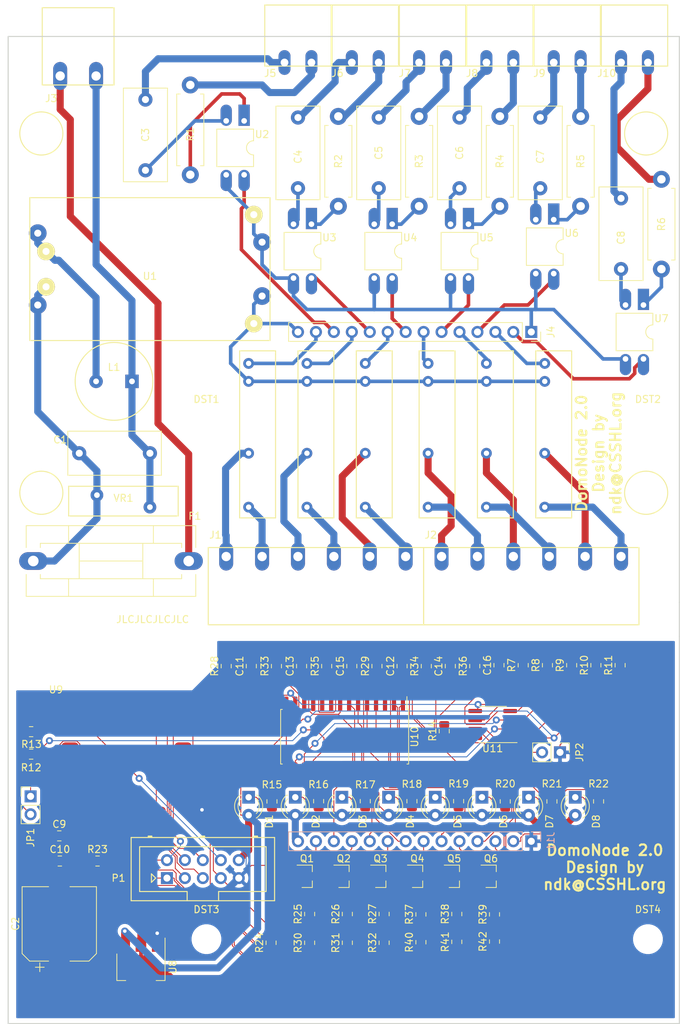
<source format=kicad_pcb>
(kicad_pcb (version 20171130) (host pcbnew 5.1.5-52549c5~84~ubuntu18.04.1)
  (title_block (title DomoNode) (date 2018-07-26) (rev 1.2) (company CSSHL.org))
  (layers (0 F.Cu signal) (31 B.Cu signal) (34 B.Paste user) (35 F.Paste user) (36 B.SilkS user) (37 F.SilkS user) (38 B.Mask user) (39 F.Mask user) (44 Edge.Cuts user))
  (net 0 "")
  (net 1 +5V)
  (net 2 GND)
  (net 3 +3V3)
  (net 4 "Net-(Q1-Pad1)")
  (net 5 "Net-(Q2-Pad1)")
  (net 6 "Net-(Q3-Pad1)")
  (net 7 "Net-(Q4-Pad1)")
  (net 8 /RL1)
  (net 9 /RL3)
  (net 10 /RL2)
  (net 11 /RL4)
  (net 12 /L)
  (net 13 /N)
  (net 14 "Net-(JP1-Pad2)")
  (net 15 "Net-(JP1-Pad1)")
  (net 16 "Net-(JP2-Pad2)")
  (net 17 "Net-(D1-Pad1)")
  (net 18 "Net-(L1-Pad2)")
  (net 19 "Net-(C1-Pad2)")
  (net 20 /I1N)
  (net 21 /I3N)
  (net 22 "Net-(C3-Pad1)")
  (net 23 /I5N)
  (net 24 "Net-(C4-Pad1)")
  (net 25 /I2N)
  (net 26 /I4N)
  (net 27 /I6N)
  (net 28 "Net-(D2-Pad1)")
  (net 29 "Net-(D3-Pad1)")
  (net 30 "Net-(D4-Pad1)")
  (net 31 "Net-(D5-Pad1)")
  (net 32 "Net-(D6-Pad1)")
  (net 33 "Net-(D7-Pad1)")
  (net 34 "Net-(D8-Pad1)")
  (net 35 /RL2O)
  (net 36 /RL2I)
  (net 37 /RL1O)
  (net 38 /RL1I)
  (net 39 /RL3I)
  (net 40 /RL3O)
  (net 41 /RL5O)
  (net 42 /RL5I)
  (net 43 /RL4O)
  (net 44 /RL4I)
  (net 45 /RL6I)
  (net 46 /RL6O)
  (net 47 /IN1)
  (net 48 /IN2)
  (net 49 /IN3)
  (net 50 /IN4)
  (net 51 /RL5)
  (net 52 /IN5)
  (net 53 /RL6)
  (net 54 /IN6)
  (net 55 /I1L)
  (net 56 /I2L)
  (net 57 /I3L)
  (net 58 /I4L)
  (net 59 /I5L)
  (net 60 /I6L)
  (net 61 /logicboard/RL1)
  (net 62 /logicboard/IN1)
  (net 63 /logicboard/RL2)
  (net 64 /logicboard/IN2)
  (net 65 /logicboard/RL3)
  (net 66 /logicboard/IN3)
  (net 67 /logicboard/RL4)
  (net 68 /logicboard/IN4)
  (net 69 /logicboard/RL5)
  (net 70 /logicboard/IN5)
  (net 71 /logicboard/RL6)
  (net 72 /logicboard/IN6)
  (net 73 "Net-(R9-Pad1)")
  (net 74 /logicboard/TXD)
  (net 75 /logicboard/RXD)
  (net 76 /logicboard/SDA)
  (net 77 /logicboard/SCL)
  (net 78 /logicboard/PROG)
  (net 79 /logicboard/DBG)
  (net 80 /logicboard/ADC)
  (net 81 /logicboard/LED6)
  (net 82 /logicboard/LED5)
  (net 83 /logicboard/LED4)
  (net 84 /logicboard/LED3)
  (net 85 /logicboard/LED2)
  (net 86 /logicboard/LED1)
  (net 87 /logicboard/LEDUSER)
  (net 88 /logicboard/LEDCONN)
  (net 89 "Net-(Q6-Pad1)")
  (net 90 "Net-(Q5-Pad1)")
  (net 91 "Net-(C5-Pad1)")
  (net 92 "Net-(C6-Pad1)")
  (net 93 "Net-(C7-Pad1)")
  (net 94 "Net-(C8-Pad1)")
  (net 95 +5VD)
  (net 96 "Net-(R1-Pad1)")
  (net 97 "Net-(R2-Pad1)")
  (net 98 "Net-(R3-Pad1)")
  (net 99 "Net-(R4-Pad1)")
  (net 100 "Net-(R5-Pad1)")
  (net 101 "Net-(R6-Pad1)")
  (net 102 "Net-(R10-Pad1)")
  (net 103 "Net-(R11-Pad1)")
  (net 104 "Net-(R13-Pad2)")
  (net 105 /logicboard/OUT1)
  (net 106 /logicboard/OUT2)
  (net 107 /logicboard/OUT3)
  (net 108 /logicboard/OUT4)
  (net 109 /logicboard/OUT5)
  (net 110 /logicboard/OUT6)
  (net 111 GNDD)
  (module Connector_PinHeader_2.54mm:PinHeader_1x02_P2.54mm_Vertical (layer F.Cu) (at 69.85 136.779)
    (fp_text reference JP1 (at 0 5.842 90) (layer F.SilkS))
    (fp_text value JUMPER)
    (pad 2 thru_hole oval (at 0 2.54) (size 1.7 1.7) (drill 1) (layers *.Cu *.Mask) (net 14 "Net-(JP1-Pad2)"))
    (pad 1 thru_hole rect (at 0 0) (size 1.7 1.7) (drill 1) (layers *.Cu *.Mask) (net 15 "Net-(JP1-Pad1)"))
  )
  (module Connector_PinHeader_2.54mm:PinHeader_1x02_P2.54mm_Vertical (layer F.Cu) (at 144.78 130.556 270)
    (fp_text reference JP2 (at 0 -2.77 90) (layer F.SilkS))
    (fp_text value Jumper_NO_Small)
    (pad 2 thru_hole oval (at 0 2.54 270) (size 1.7 1.7) (drill 1) (layers *.Cu *.Mask) (net 16 "Net-(JP2-Pad2)"))
    (pad 1 thru_hole rect (at 0 0 270) (size 1.7 1.7) (drill 1) (layers *.Cu *.Mask) (net 111 GNDD))
  )
  (module LED_THT:LED_D3.0mm (layer F.Cu) (at 140.335 136.906 270)
    (fp_text reference D7 (at 3.429 -2.96 90) (layer F.SilkS))
    (fp_text value LED)
    (pad 2 thru_hole circle (at 2.54 0 270) (size 1.8 1.8) (drill 0.9) (layers *.Cu *.Mask) (net 95 +5VD))
    (pad 1 thru_hole rect (at 0 0 270) (size 1.8 1.8) (drill 0.9) (layers *.Cu *.Mask) (net 33 "Net-(D7-Pad1)"))
  )
  (module Resistor_SMD:R_0805_2012Metric (layer F.Cu) (at 114.681 157.48 90)
    (fp_text reference R31 (at 0 -1.65 90) (layer F.SilkS))
    (fp_text value 1k)
    (pad 2 smd roundrect (at 0.9375 0 90) (size 0.975 1.4) (layers F.Cu F.Paste F.Mask) (net 5 "Net-(Q2-Pad1)"))
    (pad 1 smd roundrect (at -0.9375 0 90) (size 0.975 1.4) (layers F.Cu F.Paste F.Mask) (net 106 /logicboard/OUT2))
  )
  (module Capacitor_SMD:C_0805_2012Metric (layer F.Cu) (at 108.204 118.364 90)
    (fp_text reference C13 (at 0 -1.65 90) (layer F.SilkS))
    (fp_text value 1uF)
    (pad 2 smd roundrect (at 0.9375 0 90) (size 0.975 1.4) (layers F.Cu F.Paste F.Mask) (net 111 GNDD))
    (pad 1 smd roundrect (at -0.9375 0 90) (size 0.975 1.4) (layers F.Cu F.Paste F.Mask) (net 64 /logicboard/IN2))
  )
  (module Package_SO:SOIC-28W_7.5x17.9mm_P1.27mm (layer F.Cu) (at 114.3 128.348 270)
    (fp_text reference U10 (at 0 -9.9 90) (layer F.SilkS))
    (fp_text value MCP23017_SO)
    (pad 28 smd roundrect (at 4.65 -8.255 270) (size 2.05 0.6) (layers F.Cu F.Paste F.Mask) (net 81 /logicboard/LED6))
    (pad 27 smd roundrect (at 4.65 -6.985 270) (size 2.05 0.6) (layers F.Cu F.Paste F.Mask) (net 82 /logicboard/LED5))
    (pad 26 smd roundrect (at 4.65 -5.715 270) (size 2.05 0.6) (layers F.Cu F.Paste F.Mask) (net 83 /logicboard/LED4))
    (pad 25 smd roundrect (at 4.65 -4.445 270) (size 2.05 0.6) (layers F.Cu F.Paste F.Mask) (net 84 /logicboard/LED3))
    (pad 24 smd roundrect (at 4.65 -3.175 270) (size 2.05 0.6) (layers F.Cu F.Paste F.Mask) (net 85 /logicboard/LED2))
    (pad 23 smd roundrect (at 4.65 -1.905 270) (size 2.05 0.6) (layers F.Cu F.Paste F.Mask) (net 86 /logicboard/LED1))
    (pad 22 smd roundrect (at 4.65 -0.635 270) (size 2.05 0.6) (layers F.Cu F.Paste F.Mask) (net 87 /logicboard/LEDUSER))
    (pad 21 smd roundrect (at 4.65 0.635 270) (size 2.05 0.6) (layers F.Cu F.Paste F.Mask) (net 88 /logicboard/LEDCONN))
    (pad 20 smd roundrect (at 4.65 1.905 270) (size 2.05 0.6) (layers F.Cu F.Paste F.Mask))
    (pad 19 smd roundrect (at 4.65 3.175 270) (size 2.05 0.6) (layers F.Cu F.Paste F.Mask))
    (pad 18 smd roundrect (at 4.65 4.445 270) (size 2.05 0.6) (layers F.Cu F.Paste F.Mask) (net 14 "Net-(JP1-Pad2)"))
    (pad 17 smd roundrect (at 4.65 5.715 270) (size 2.05 0.6) (layers F.Cu F.Paste F.Mask) (net 73 "Net-(R9-Pad1)"))
    (pad 16 smd roundrect (at 4.65 6.985 270) (size 2.05 0.6) (layers F.Cu F.Paste F.Mask) (net 102 "Net-(R10-Pad1)"))
    (pad 15 smd roundrect (at 4.65 8.255 270) (size 2.05 0.6) (layers F.Cu F.Paste F.Mask) (net 103 "Net-(R11-Pad1)"))
    (pad 14 smd roundrect (at -4.65 8.255 270) (size 2.05 0.6) (layers F.Cu F.Paste F.Mask))
    (pad 13 smd roundrect (at -4.65 6.985 270) (size 2.05 0.6) (layers F.Cu F.Paste F.Mask) (net 76 /logicboard/SDA))
    (pad 12 smd roundrect (at -4.65 5.715 270) (size 2.05 0.6) (layers F.Cu F.Paste F.Mask) (net 77 /logicboard/SCL))
    (pad 11 smd roundrect (at -4.65 4.445 270) (size 2.05 0.6) (layers F.Cu F.Paste F.Mask))
    (pad 10 smd roundrect (at -4.65 3.175 270) (size 2.05 0.6) (layers F.Cu F.Paste F.Mask) (net 111 GNDD))
    (pad 9 smd roundrect (at -4.65 1.905 270) (size 2.05 0.6) (layers F.Cu F.Paste F.Mask) (net 95 +5VD))
    (pad 8 smd roundrect (at -4.65 0.635 270) (size 2.05 0.6) (layers F.Cu F.Paste F.Mask) (net 62 /logicboard/IN1))
    (pad 7 smd roundrect (at -4.65 -0.635 270) (size 2.05 0.6) (layers F.Cu F.Paste F.Mask) (net 64 /logicboard/IN2))
    (pad 6 smd roundrect (at -4.65 -1.905 270) (size 2.05 0.6) (layers F.Cu F.Paste F.Mask) (net 66 /logicboard/IN3))
    (pad 5 smd roundrect (at -4.65 -3.175 270) (size 2.05 0.6) (layers F.Cu F.Paste F.Mask) (net 68 /logicboard/IN4))
    (pad 4 smd roundrect (at -4.65 -4.445 270) (size 2.05 0.6) (layers F.Cu F.Paste F.Mask) (net 70 /logicboard/IN5))
    (pad 3 smd roundrect (at -4.65 -5.715 270) (size 2.05 0.6) (layers F.Cu F.Paste F.Mask) (net 72 /logicboard/IN6))
    (pad 2 smd roundrect (at -4.65 -6.985 270) (size 2.05 0.6) (layers F.Cu F.Paste F.Mask) (net 109 /logicboard/OUT5))
    (pad 1 smd roundrect (at -4.65 -8.255 270) (size 2.05 0.6) (layers F.Cu F.Paste F.Mask) (net 110 /logicboard/OUT6))
  )
  (module Package_TO_SOT_SMD:SOT-23 (layer F.Cu) (at 135.001 148.082)
    (fp_text reference Q6 (at 0 -2.5) (layer F.SilkS))
    (fp_text value 2n7002)
    (pad 3 smd rect (at 1 0) (size 0.9 0.8) (layers F.Cu F.Paste F.Mask) (net 71 /logicboard/RL6))
    (pad 2 smd rect (at -1 0.95) (size 0.9 0.8) (layers F.Cu F.Paste F.Mask) (net 111 GNDD))
    (pad 1 smd rect (at -1 -0.95) (size 0.9 0.8) (layers F.Cu F.Paste F.Mask) (net 89 "Net-(Q6-Pad1)"))
  )
  (module Capacitor_SMD:C_0805_2012Metric (layer F.Cu) (at 101.092 118.364 90)
    (fp_text reference C11 (at 0 -1.65 90) (layer F.SilkS))
    (fp_text value 1uF)
    (pad 2 smd roundrect (at 0.9375 0 90) (size 0.975 1.4) (layers F.Cu F.Paste F.Mask) (net 111 GNDD))
    (pad 1 smd roundrect (at -0.9375 0 90) (size 0.975 1.4) (layers F.Cu F.Paste F.Mask) (net 62 /logicboard/IN1))
  )
  (module Resistor_SMD:R_0805_2012Metric (layer F.Cu) (at 110.617 137.463 90)
    (fp_text reference R16 (at 2.3645 0 180) (layer F.SilkS))
    (fp_text value 470)
    (pad 2 smd roundrect (at 0.9375 0 90) (size 0.975 1.4) (layers F.Cu F.Paste F.Mask) (net 87 /logicboard/LEDUSER))
    (pad 1 smd roundrect (at -0.9375 0 90) (size 0.975 1.4) (layers F.Cu F.Paste F.Mask) (net 28 "Net-(D2-Pad1)"))
  )
  (module Resistor_SMD:R_0805_2012Metric (layer F.Cu) (at 69.9285 127.635)
    (fp_text reference R13 (at 0.0485 1.778) (layer F.SilkS))
    (fp_text value 10k)
    (pad 2 smd roundrect (at 0.9375 0) (size 0.975 1.4) (layers F.Cu F.Paste F.Mask) (net 104 "Net-(R13-Pad2)"))
    (pad 1 smd roundrect (at -0.9375 0) (size 0.975 1.4) (layers F.Cu F.Paste F.Mask) (net 3 +3V3))
  )
  (module Resistor_SMD:R_0805_2012Metric (layer F.Cu) (at 114.681 153.416 90)
    (fp_text reference R26 (at 0 -1.65 90) (layer F.SilkS))
    (fp_text value 10k)
    (pad 2 smd roundrect (at 0.9375 0 90) (size 0.975 1.4) (layers F.Cu F.Paste F.Mask) (net 111 GNDD))
    (pad 1 smd roundrect (at -0.9375 0 90) (size 0.975 1.4) (layers F.Cu F.Paste F.Mask) (net 5 "Net-(Q2-Pad1)"))
  )
  (module Package_TO_SOT_SMD:SOT-23 (layer F.Cu) (at 124.587 148.082)
    (fp_text reference Q4 (at 0 -2.5) (layer F.SilkS))
    (fp_text value 2n7002)
    (pad 3 smd rect (at 1 0) (size 0.9 0.8) (layers F.Cu F.Paste F.Mask) (net 67 /logicboard/RL4))
    (pad 2 smd rect (at -1 0.95) (size 0.9 0.8) (layers F.Cu F.Paste F.Mask) (net 111 GNDD))
    (pad 1 smd rect (at -1 -0.95) (size 0.9 0.8) (layers F.Cu F.Paste F.Mask) (net 7 "Net-(Q4-Pad1)"))
  )
  (module Resistor_SMD:R_0805_2012Metric (layer F.Cu) (at 135.509 157.305 90)
    (fp_text reference R42 (at 0 -1.65 90) (layer F.SilkS))
    (fp_text value 1k)
    (pad 2 smd roundrect (at 0.9375 0 90) (size 0.975 1.4) (layers F.Cu F.Paste F.Mask) (net 89 "Net-(Q6-Pad1)"))
    (pad 1 smd roundrect (at -0.9375 0 90) (size 0.975 1.4) (layers F.Cu F.Paste F.Mask) (net 110 /logicboard/OUT6))
  )
  (module Resistor_SMD:R_0805_2012Metric (layer F.Cu) (at 104.013 137.493 90)
    (fp_text reference R15 (at 2.3645 0 180) (layer F.SilkS))
    (fp_text value 470)
    (pad 2 smd roundrect (at 0.9375 0 90) (size 0.975 1.4) (layers F.Cu F.Paste F.Mask) (net 88 /logicboard/LEDCONN))
    (pad 1 smd roundrect (at -0.9375 0 90) (size 0.975 1.4) (layers F.Cu F.Paste F.Mask) (net 17 "Net-(D1-Pad1)"))
  )
  (module Capacitor_SMD:CP_Elec_10x10 (layer F.Cu) (at 73.914 154.813 90)
    (fp_text reference C2 (at 0 -6.2 90) (layer F.SilkS))
    (fp_text value 10000uF)
    (pad 2 smd roundrect (at 4 0 90) (size 4 2.5) (layers F.Cu F.Paste F.Mask) (roundrect_rratio 0.1) (net 111 GNDD))
    (pad 1 smd roundrect (at -4 0 90) (size 4 2.5) (layers F.Cu F.Paste F.Mask) (roundrect_rratio 0.1) (net 95 +5VD))
  )
  (module Resistor_SMD:R_0805_2012Metric (layer F.Cu) (at 132.715 118.364 90)
    (fp_text reference R36 (at 0 -1.65 90) (layer F.SilkS))
    (fp_text value 10k)
    (pad 2 smd roundrect (at 0.9375 0 90) (size 0.975 1.4) (layers F.Cu F.Paste F.Mask) (net 72 /logicboard/IN6))
    (pad 1 smd roundrect (at -0.9375 0 90) (size 0.975 1.4) (layers F.Cu F.Paste F.Mask) (net 95 +5VD))
  )
  (module Connector_Multicomp:Multicomp_MC9A12-1034_2x05_P2.54mm_Vertical (layer F.Cu) (at 89.154 148.336)
    (fp_text reference P1 (at -6.858 0) (layer F.SilkS))
    (fp_text value CONN_2x5)
    (pad 10 thru_hole circle (at 10.16 -2.54) (size 1.7 1.7) (drill 1) (layers *.Cu *.Mask) (net 95 +5VD))
    (pad 9 thru_hole circle (at 10.16 0) (size 1.7 1.7) (drill 1) (layers *.Cu *.Mask) (net 111 GNDD))
    (pad 8 thru_hole circle (at 7.62 -2.54) (size 1.7 1.7) (drill 1) (layers *.Cu *.Mask) (net 80 /logicboard/ADC))
    (pad 7 thru_hole circle (at 7.62 0) (size 1.7 1.7) (drill 1) (layers *.Cu *.Mask) (net 78 /logicboard/PROG))
    (pad 6 thru_hole circle (at 5.08 -2.54) (size 1.7 1.7) (drill 1) (layers *.Cu *.Mask) (net 76 /logicboard/SDA))
    (pad 5 thru_hole circle (at 5.08 0) (size 1.7 1.7) (drill 1) (layers *.Cu *.Mask) (net 75 /logicboard/RXD))
    (pad 4 thru_hole circle (at 2.54 -2.54) (size 1.7 1.7) (drill 1) (layers *.Cu *.Mask) (net 77 /logicboard/SCL))
    (pad 3 thru_hole circle (at 2.54 0) (size 1.7 1.7) (drill 1) (layers *.Cu *.Mask) (net 74 /logicboard/TXD))
    (pad 2 thru_hole circle (at 0 -2.54) (size 1.7 1.7) (drill 1) (layers *.Cu *.Mask) (net 79 /logicboard/DBG))
    (pad 1 thru_hole rect (at 0 0) (size 1.7 1.7) (drill 1) (layers *.Cu *.Mask) (net 3 +3V3))
  )
  (module Package_TO_SOT_SMD:SOT-23 (layer F.Cu) (at 114.173 148.082)
    (fp_text reference Q2 (at 0 -2.5) (layer F.SilkS))
    (fp_text value 2n7002)
    (pad 3 smd rect (at 1 0) (size 0.9 0.8) (layers F.Cu F.Paste F.Mask) (net 63 /logicboard/RL2))
    (pad 2 smd rect (at -1 0.95) (size 0.9 0.8) (layers F.Cu F.Paste F.Mask) (net 111 GNDD))
    (pad 1 smd rect (at -1 -0.95) (size 0.9 0.8) (layers F.Cu F.Paste F.Mask) (net 5 "Net-(Q2-Pad1)"))
  )
  (module Capacitor_SMD:C_0805_2012Metric (layer F.Cu) (at 129.255 118.364 90)
    (fp_text reference C14 (at 0 -1.65 90) (layer F.SilkS))
    (fp_text value 1uF)
    (pad 2 smd roundrect (at 0.9375 0 90) (size 0.975 1.4) (layers F.Cu F.Paste F.Mask) (net 111 GNDD))
    (pad 1 smd roundrect (at -0.9375 0 90) (size 0.975 1.4) (layers F.Cu F.Paste F.Mask) (net 70 /logicboard/IN5))
  )
  (module Capacitor_SMD:C_0805_2012Metric (layer F.Cu) (at 73.914 142.367)
    (fp_text reference C9 (at 0 -1.65) (layer F.SilkS))
    (fp_text value 100n)
    (pad 2 smd roundrect (at 0.9375 0) (size 0.975 1.4) (layers F.Cu F.Paste F.Mask) (net 111 GNDD))
    (pad 1 smd roundrect (at -0.9375 0) (size 0.975 1.4) (layers F.Cu F.Paste F.Mask) (net 3 +3V3))
  )
  (module LED_THT:LED_D3.0mm (layer F.Cu) (at 120.523 136.906 270)
    (fp_text reference D4 (at 3.429 -3.048 90) (layer F.SilkS))
    (fp_text value LED)
    (pad 2 thru_hole circle (at 2.54 0 270) (size 1.8 1.8) (drill 0.9) (layers *.Cu *.Mask) (net 95 +5VD))
    (pad 1 thru_hole rect (at 0 0 270) (size 1.8 1.8) (drill 0.9) (layers *.Cu *.Mask) (net 30 "Net-(D4-Pad1)"))
  )
  (module Resistor_SMD:R_0805_2012Metric (layer F.Cu) (at 118.872 118.364 90)
    (fp_text reference R29 (at 0 -1.65 90) (layer F.SilkS))
    (fp_text value 10k)
    (pad 2 smd roundrect (at 0.9375 0 90) (size 0.975 1.4) (layers F.Cu F.Paste F.Mask) (net 68 /logicboard/IN4))
    (pad 1 smd roundrect (at -0.9375 0 90) (size 0.975 1.4) (layers F.Cu F.Paste F.Mask) (net 95 +5VD))
  )
  (module Resistor_SMD:R_0805_2012Metric (layer F.Cu) (at 143.637 137.493 90)
    (fp_text reference R21 (at 2.4915 0 180) (layer F.SilkS))
    (fp_text value 470)
    (pad 2 smd roundrect (at 0.9375 0 90) (size 0.975 1.4) (layers F.Cu F.Paste F.Mask) (net 82 /logicboard/LED5))
    (pad 1 smd roundrect (at -0.9375 0 90) (size 0.975 1.4) (layers F.Cu F.Paste F.Mask) (net 33 "Net-(D7-Pad1)"))
  )
  (module Resistor_SMD:R_0805_2012Metric (layer F.Cu) (at 139.573 118.237 90)
    (fp_text reference R7 (at 0 -1.65 90) (layer F.SilkS))
    (fp_text value 10k)
    (pad 2 smd roundrect (at 0.9375 0 90) (size 0.975 1.4) (layers F.Cu F.Paste F.Mask) (net 111 GNDD))
    (pad 1 smd roundrect (at -0.9375 0 90) (size 0.975 1.4) (layers F.Cu F.Paste F.Mask) (net 76 /logicboard/SDA))
  )
  (module Resistor_SMD:R_0805_2012Metric (layer F.Cu) (at 69.9285 130.81)
    (fp_text reference R12 (at 0 1.905) (layer F.SilkS))
    (fp_text value 10k)
    (pad 2 smd roundrect (at 0.9375 0) (size 0.975 1.4) (layers F.Cu F.Paste F.Mask) (net 14 "Net-(JP1-Pad2)"))
    (pad 1 smd roundrect (at -0.9375 0) (size 0.975 1.4) (layers F.Cu F.Paste F.Mask) (net 3 +3V3))
  )
  (module Package_TO_SOT_SMD:SOT-223-3_TabPin2 (layer F.Cu) (at 85.471 160.909 270)
    (fp_text reference U8 (at 0 -4.5 90) (layer F.SilkS))
    (fp_text value AP111733)
    (pad 1 smd rect (at -3.15 -2.3 270) (size 2 1.5) (layers F.Cu F.Paste F.Mask) (net 111 GNDD))
    (pad 3 smd rect (at -3.15 2.3 270) (size 2 1.5) (layers F.Cu F.Paste F.Mask) (net 95 +5VD))
    (pad 2 smd rect (at -3.15 0 270) (size 2 1.5) (layers F.Cu F.Paste F.Mask) (net 3 +3V3))
    (pad 2 smd rect (at 3.15 0 270) (size 2 3.8) (layers F.Cu F.Paste F.Mask) (net 3 +3V3))
  )
  (module Resistor_SMD:R_0805_2012Metric (layer F.Cu) (at 97.536 118.364 90)
    (fp_text reference R28 (at 0 -1.65 90) (layer F.SilkS))
    (fp_text value 10k)
    (pad 2 smd roundrect (at 0.9375 0 90) (size 0.975 1.4) (layers F.Cu F.Paste F.Mask) (net 62 /logicboard/IN1))
    (pad 1 smd roundrect (at -0.9375 0 90) (size 0.975 1.4) (layers F.Cu F.Paste F.Mask) (net 95 +5VD))
  )
  (module Capacitor_SMD:C_0805_2012Metric (layer F.Cu) (at 115.316 118.364 90)
    (fp_text reference C15 (at 0 -1.65 90) (layer F.SilkS))
    (fp_text value 1uF)
    (pad 2 smd roundrect (at 0.9375 0 90) (size 0.975 1.4) (layers F.Cu F.Paste F.Mask) (net 111 GNDD))
    (pad 1 smd roundrect (at -0.9375 0 90) (size 0.975 1.4) (layers F.Cu F.Paste F.Mask) (net 66 /logicboard/IN3))
  )
  (module ESP8266:ESP-12E (layer F.Cu) (at 75.438 123.698)
    (fp_text reference U9 (at -2 -2) (layer F.SilkS))
    (fp_text value ESP-12)
    (pad 22 smd oval (at 16 0) (size 2.4 1.1) (layers F.Cu F.Paste F.Mask) (net 74 /logicboard/TXD))
    (pad 21 smd oval (at 16 2) (size 2.4 1.1) (layers F.Cu F.Paste F.Mask) (net 75 /logicboard/RXD))
    (pad 20 smd oval (at 16 4) (size 2.4 1.1) (layers F.Cu F.Paste F.Mask) (net 76 /logicboard/SDA))
    (pad 19 smd oval (at 16 6) (size 2.4 1.1) (layers F.Cu F.Paste F.Mask) (net 77 /logicboard/SCL))
    (pad 18 smd oval (at 16 8) (size 2.4 1.1) (layers F.Cu F.Paste F.Mask) (net 78 /logicboard/PROG))
    (pad 17 smd oval (at 16 10) (size 2.4 1.1) (layers F.Cu F.Paste F.Mask) (net 79 /logicboard/DBG))
    (pad 16 smd oval (at 16 12) (size 2.4 1.1) (layers F.Cu F.Paste F.Mask) (net 105 /logicboard/OUT1))
    (pad 15 smd oval (at 16 14) (size 2.4 1.1) (layers F.Cu F.Paste F.Mask) (net 111 GNDD))
    (pad 8 smd oval (at 0 14) (size 2.4 1.1) (layers F.Cu F.Paste F.Mask) (net 3 +3V3))
    (pad 7 smd oval (at 0 12) (size 2.4 1.1) (layers F.Cu F.Paste F.Mask) (net 107 /logicboard/OUT3))
    (pad 6 smd oval (at 0 10) (size 2.4 1.1) (layers F.Cu F.Paste F.Mask) (net 108 /logicboard/OUT4))
    (pad 5 smd oval (at 0 8) (size 2.4 1.1) (layers F.Cu F.Paste F.Mask) (net 106 /logicboard/OUT2))
    (pad 4 smd oval (at 0 6) (size 2.4 1.1) (layers F.Cu F.Paste F.Mask) (net 15 "Net-(JP1-Pad1)"))
    (pad 3 smd oval (at 0 4) (size 2.4 1.1) (layers F.Cu F.Paste F.Mask) (net 104 "Net-(R13-Pad2)"))
    (pad 2 smd oval (at 0 2) (size 2.4 1.1) (layers F.Cu F.Paste F.Mask) (net 80 /logicboard/ADC))
    (pad 1 smd rect (at 0 0) (size 2.4 1.1) (layers F.Cu F.Paste F.Mask) (net 14 "Net-(JP1-Pad2)"))
    (pad 14 smd oval (at 12.99 15.75 90) (size 2.4 1.1) (layers F.Cu F.Paste F.Mask))
    (pad 13 smd oval (at 10.99 15.75 90) (size 2.4 1.1) (layers F.Cu F.Paste F.Mask))
    (pad 12 smd oval (at 8.99 15.75 90) (size 2.4 1.1) (layers F.Cu F.Paste F.Mask))
    (pad 11 smd oval (at 6.99 15.75 90) (size 2.4 1.1) (layers F.Cu F.Paste F.Mask))
    (pad 10 smd oval (at 4.99 15.75 90) (size 2.4 1.1) (layers F.Cu F.Paste F.Mask))
    (pad 9 smd oval (at 2.99 15.75 90) (size 2.4 1.1) (layers F.Cu F.Paste F.Mask))
  )
  (module Package_TO_SOT_SMD:SOT-23 (layer F.Cu) (at 119.38 148.082)
    (fp_text reference Q3 (at 0 -2.5) (layer F.SilkS))
    (fp_text value 2n7002)
    (pad 3 smd rect (at 1 0) (size 0.9 0.8) (layers F.Cu F.Paste F.Mask) (net 65 /logicboard/RL3))
    (pad 2 smd rect (at -1 0.95) (size 0.9 0.8) (layers F.Cu F.Paste F.Mask) (net 111 GNDD))
    (pad 1 smd rect (at -1 -0.95) (size 0.9 0.8) (layers F.Cu F.Paste F.Mask) (net 6 "Net-(Q3-Pad1)"))
  )
  (module Resistor_SMD:R_0805_2012Metric (layer F.Cu) (at 130.175 153.416 90)
    (fp_text reference R38 (at 0 -1.65 90) (layer F.SilkS))
    (fp_text value 10k)
    (pad 2 smd roundrect (at 0.9375 0 90) (size 0.975 1.4) (layers F.Cu F.Paste F.Mask) (net 111 GNDD))
    (pad 1 smd roundrect (at -0.9375 0 90) (size 0.975 1.4) (layers F.Cu F.Paste F.Mask) (net 90 "Net-(Q5-Pad1)"))
  )
  (module Capacitor_SMD:C_0805_2012Metric (layer F.Cu) (at 73.9925 145.923)
    (fp_text reference C10 (at 0 -1.65) (layer F.SilkS))
    (fp_text value 10u)
    (pad 2 smd roundrect (at 0.9375 0) (size 0.975 1.4) (layers F.Cu F.Paste F.Mask) (net 111 GNDD))
    (pad 1 smd roundrect (at -0.9375 0) (size 0.975 1.4) (layers F.Cu F.Paste F.Mask) (net 3 +3V3))
  )
  (module Resistor_SMD:R_0805_2012Metric (layer F.Cu) (at 149.86 118.237 90)
    (fp_text reference R10 (at 0 -1.65 90) (layer F.SilkS))
    (fp_text value 10k)
    (pad 2 smd roundrect (at 0.9375 0 90) (size 0.975 1.4) (layers F.Cu F.Paste F.Mask) (net 111 GNDD))
    (pad 1 smd roundrect (at -0.9375 0 90) (size 0.975 1.4) (layers F.Cu F.Paste F.Mask) (net 102 "Net-(R10-Pad1)"))
  )
  (module Package_TO_SOT_SMD:SOT-23 (layer F.Cu) (at 108.966 148.082)
    (fp_text reference Q1 (at 0 -2.5) (layer F.SilkS))
    (fp_text value 2n7002)
    (pad 3 smd rect (at 1 0) (size 0.9 0.8) (layers F.Cu F.Paste F.Mask) (net 61 /logicboard/RL1))
    (pad 2 smd rect (at -1 0.95) (size 0.9 0.8) (layers F.Cu F.Paste F.Mask) (net 111 GNDD))
    (pad 1 smd rect (at -1 -0.95) (size 0.9 0.8) (layers F.Cu F.Paste F.Mask) (net 4 "Net-(Q1-Pad1)"))
  )
  (module Capacitor_SMD:C_0805_2012Metric (layer F.Cu) (at 122.428 118.364 90)
    (fp_text reference C12 (at 0 -1.65 90) (layer F.SilkS))
    (fp_text value 1uF)
    (pad 2 smd roundrect (at 0.9375 0 90) (size 0.975 1.4) (layers F.Cu F.Paste F.Mask) (net 111 GNDD))
    (pad 1 smd roundrect (at -0.9375 0 90) (size 0.975 1.4) (layers F.Cu F.Paste F.Mask) (net 68 /logicboard/IN4))
  )
  (module Resistor_SMD:R_0805_2012Metric (layer F.Cu) (at 109.347 153.416 90)
    (fp_text reference R25 (at 0 -1.65 90) (layer F.SilkS))
    (fp_text value 10k)
    (pad 2 smd roundrect (at 0.9375 0 90) (size 0.975 1.4) (layers F.Cu F.Paste F.Mask) (net 111 GNDD))
    (pad 1 smd roundrect (at -0.9375 0 90) (size 0.975 1.4) (layers F.Cu F.Paste F.Mask) (net 4 "Net-(Q1-Pad1)"))
  )
  (module Resistor_SMD:R_0805_2012Metric (layer F.Cu) (at 130.429 137.463 90)
    (fp_text reference R19 (at 2.4615 0 180) (layer F.SilkS))
    (fp_text value 470)
    (pad 2 smd roundrect (at 0.9375 0 90) (size 0.975 1.4) (layers F.Cu F.Paste F.Mask) (net 84 /logicboard/LED3))
    (pad 1 smd roundrect (at -0.9375 0 90) (size 0.975 1.4) (layers F.Cu F.Paste F.Mask) (net 31 "Net-(D5-Pad1)"))
  )
  (module Resistor_SMD:R_0805_2012Metric (layer F.Cu) (at 117.221 137.463 90)
    (fp_text reference R17 (at 2.3345 0 180) (layer F.SilkS))
    (fp_text value 470)
    (pad 2 smd roundrect (at 0.9375 0 90) (size 0.975 1.4) (layers F.Cu F.Paste F.Mask) (net 86 /logicboard/LED1))
    (pad 1 smd roundrect (at -0.9375 0 90) (size 0.975 1.4) (layers F.Cu F.Paste F.Mask) (net 29 "Net-(D3-Pad1)"))
  )
  (module Resistor_SMD:R_0805_2012Metric (layer F.Cu) (at 146.431 118.237 90)
    (fp_text reference R9 (at 0 -1.65 90) (layer F.SilkS))
    (fp_text value 10k)
    (pad 2 smd roundrect (at 0.9375 0 90) (size 0.975 1.4) (layers F.Cu F.Paste F.Mask) (net 111 GNDD))
    (pad 1 smd roundrect (at -0.9375 0 90) (size 0.975 1.4) (layers F.Cu F.Paste F.Mask) (net 73 "Net-(R9-Pad1)"))
  )
  (module Resistor_SMD:R_0805_2012Metric (layer F.Cu) (at 119.888 153.416 90)
    (fp_text reference R27 (at 0 -1.65 90) (layer F.SilkS))
    (fp_text value 10k)
    (pad 2 smd roundrect (at 0.9375 0 90) (size 0.975 1.4) (layers F.Cu F.Paste F.Mask) (net 111 GNDD))
    (pad 1 smd roundrect (at -0.9375 0 90) (size 0.975 1.4) (layers F.Cu F.Paste F.Mask) (net 6 "Net-(Q3-Pad1)"))
  )
  (module Resistor_SMD:R_0805_2012Metric (layer F.Cu) (at 125.095 153.465 90)
    (fp_text reference R37 (at 0 -1.65 90) (layer F.SilkS))
    (fp_text value 10k)
    (pad 2 smd roundrect (at 0.9375 0 90) (size 0.975 1.4) (layers F.Cu F.Paste F.Mask) (net 111 GNDD))
    (pad 1 smd roundrect (at -0.9375 0 90) (size 0.975 1.4) (layers F.Cu F.Paste F.Mask) (net 7 "Net-(Q4-Pad1)"))
  )
  (module Resistor_SMD:R_0805_2012Metric (layer F.Cu) (at 130.175 157.353 90)
    (fp_text reference R41 (at 0 -1.65 90) (layer F.SilkS))
    (fp_text value 1k)
    (pad 2 smd roundrect (at 0.9375 0 90) (size 0.975 1.4) (layers F.Cu F.Paste F.Mask) (net 90 "Net-(Q5-Pad1)"))
    (pad 1 smd roundrect (at -0.9375 0 90) (size 0.975 1.4) (layers F.Cu F.Paste F.Mask) (net 109 /logicboard/OUT5))
  )
  (module Resistor_SMD:R_0805_2012Metric (layer F.Cu) (at 150.241 137.493 90)
    (fp_text reference R22 (at 2.4915 0 180) (layer F.SilkS))
    (fp_text value 470)
    (pad 2 smd roundrect (at 0.9375 0 90) (size 0.975 1.4) (layers F.Cu F.Paste F.Mask) (net 81 /logicboard/LED6))
    (pad 1 smd roundrect (at -0.9375 0 90) (size 0.975 1.4) (layers F.Cu F.Paste F.Mask) (net 34 "Net-(D8-Pad1)"))
  )
  (module Resistor_SMD:R_0805_2012Metric (layer F.Cu) (at 103.886 157.48 90)
    (fp_text reference R24 (at 0 -1.65 90) (layer F.SilkS))
    (fp_text value 10k)
    (pad 2 smd roundrect (at 0.9375 0 90) (size 0.975 1.4) (layers F.Cu F.Paste F.Mask) (net 78 /logicboard/PROG))
    (pad 1 smd roundrect (at -0.9375 0 90) (size 0.975 1.4) (layers F.Cu F.Paste F.Mask) (net 3 +3V3))
  )
  (module Resistor_SMD:R_0805_2012Metric (layer F.Cu) (at 104.648 118.364 90)
    (fp_text reference R33 (at 0 -1.65 90) (layer F.SilkS))
    (fp_text value 10k)
    (pad 2 smd roundrect (at 0.9375 0 90) (size 0.975 1.4) (layers F.Cu F.Paste F.Mask) (net 64 /logicboard/IN2))
    (pad 1 smd roundrect (at -0.9375 0 90) (size 0.975 1.4) (layers F.Cu F.Paste F.Mask) (net 95 +5VD))
  )
  (module Resistor_SMD:R_0805_2012Metric (layer F.Cu) (at 153.289 118.237 90)
    (fp_text reference R11 (at 0 -1.65 90) (layer F.SilkS))
    (fp_text value 10k)
    (pad 2 smd roundrect (at 0.9375 0 90) (size 0.975 1.4) (layers F.Cu F.Paste F.Mask) (net 111 GNDD))
    (pad 1 smd roundrect (at -0.9375 0 90) (size 0.975 1.4) (layers F.Cu F.Paste F.Mask) (net 103 "Net-(R11-Pad1)"))
  )
  (module Resistor_SMD:R_0805_2012Metric (layer F.Cu) (at 143.002 118.237 90)
    (fp_text reference R8 (at 0 -1.65 90) (layer F.SilkS))
    (fp_text value 10k)
    (pad 2 smd roundrect (at 0.9375 0 90) (size 0.975 1.4) (layers F.Cu F.Paste F.Mask) (net 111 GNDD))
    (pad 1 smd roundrect (at -0.9375 0 90) (size 0.975 1.4) (layers F.Cu F.Paste F.Mask) (net 77 /logicboard/SCL))
  )
  (module Package_TO_SOT_SMD:SOT-23 (layer F.Cu) (at 129.794 148.082)
    (fp_text reference Q5 (at 0 -2.5) (layer F.SilkS))
    (fp_text value 2n7002)
    (pad 3 smd rect (at 1 0) (size 0.9 0.8) (layers F.Cu F.Paste F.Mask) (net 69 /logicboard/RL5))
    (pad 2 smd rect (at -1 0.95) (size 0.9 0.8) (layers F.Cu F.Paste F.Mask) (net 111 GNDD))
    (pad 1 smd rect (at -1 -0.95) (size 0.9 0.8) (layers F.Cu F.Paste F.Mask) (net 90 "Net-(Q5-Pad1)"))
  )
  (module Resistor_SMD:R_0805_2012Metric (layer F.Cu) (at 128.397 127.557 90)
    (fp_text reference R14 (at 0 -1.65 90) (layer F.SilkS))
    (fp_text value 10k)
    (pad 2 smd roundrect (at 0.9375 0 90) (size 0.975 1.4) (layers F.Cu F.Paste F.Mask) (net 16 "Net-(JP2-Pad2)"))
    (pad 1 smd roundrect (at -0.9375 0 90) (size 0.975 1.4) (layers F.Cu F.Paste F.Mask) (net 95 +5VD))
  )
  (module Resistor_SMD:R_0805_2012Metric (layer F.Cu) (at 79.3265 145.923)
    (fp_text reference R23 (at 0 -1.65) (layer F.SilkS))
    (fp_text value 10k)
    (pad 2 smd roundrect (at 0.9375 0) (size 0.975 1.4) (layers F.Cu F.Paste F.Mask) (net 79 /logicboard/DBG))
    (pad 1 smd roundrect (at -0.9375 0) (size 0.975 1.4) (layers F.Cu F.Paste F.Mask) (net 3 +3V3))
  )
  (module Resistor_SMD:R_0805_2012Metric (layer F.Cu) (at 125.095 157.401 90)
    (fp_text reference R40 (at 0 -1.65 90) (layer F.SilkS))
    (fp_text value 1k)
    (pad 2 smd roundrect (at 0.9375 0 90) (size 0.975 1.4) (layers F.Cu F.Paste F.Mask) (net 7 "Net-(Q4-Pad1)"))
    (pad 1 smd roundrect (at -0.9375 0 90) (size 0.975 1.4) (layers F.Cu F.Paste F.Mask) (net 108 /logicboard/OUT4))
  )
  (module Resistor_SMD:R_0805_2012Metric (layer F.Cu) (at 119.888 157.48 90)
    (fp_text reference R32 (at 0 -1.65 90) (layer F.SilkS))
    (fp_text value 1k)
    (pad 2 smd roundrect (at 0.9375 0 90) (size 0.975 1.4) (layers F.Cu F.Paste F.Mask) (net 6 "Net-(Q3-Pad1)"))
    (pad 1 smd roundrect (at -0.9375 0 90) (size 0.975 1.4) (layers F.Cu F.Paste F.Mask) (net 107 /logicboard/OUT3))
  )
  (module Resistor_SMD:R_0805_2012Metric (layer F.Cu) (at 111.76 118.364 90)
    (fp_text reference R35 (at 0 -1.65 90) (layer F.SilkS))
    (fp_text value 10k)
    (pad 2 smd roundrect (at 0.9375 0 90) (size 0.975 1.4) (layers F.Cu F.Paste F.Mask) (net 66 /logicboard/IN3))
    (pad 1 smd roundrect (at -0.9375 0 90) (size 0.975 1.4) (layers F.Cu F.Paste F.Mask) (net 95 +5VD))
  )
  (module Capacitor_SMD:C_0805_2012Metric (layer F.Cu) (at 136.144 118.237 90)
    (fp_text reference C16 (at 0 -1.65 90) (layer F.SilkS))
    (fp_text value 1uF)
    (pad 2 smd roundrect (at 0.9375 0 90) (size 0.975 1.4) (layers F.Cu F.Paste F.Mask) (net 111 GNDD))
    (pad 1 smd roundrect (at -0.9375 0 90) (size 0.975 1.4) (layers F.Cu F.Paste F.Mask) (net 72 /logicboard/IN6))
  )
  (module Package_SO:SOIC-8_3.9x4.9mm_P1.27mm (layer F.Cu) (at 135.255 126.619 180)
    (fp_text reference U11 (at 0 -3.4) (layer F.SilkS))
    (fp_text value 24LC02)
    (pad 8 smd roundrect (at 2.475 -1.905 180) (size 1.95 0.6) (layers F.Cu F.Paste F.Mask) (net 95 +5VD))
    (pad 7 smd roundrect (at 2.475 -0.635 180) (size 1.95 0.6) (layers F.Cu F.Paste F.Mask) (net 16 "Net-(JP2-Pad2)"))
    (pad 6 smd roundrect (at 2.475 0.635 180) (size 1.95 0.6) (layers F.Cu F.Paste F.Mask) (net 77 /logicboard/SCL))
    (pad 5 smd roundrect (at 2.475 1.905 180) (size 1.95 0.6) (layers F.Cu F.Paste F.Mask) (net 76 /logicboard/SDA))
    (pad 4 smd roundrect (at -2.475 1.905 180) (size 1.95 0.6) (layers F.Cu F.Paste F.Mask) (net 111 GNDD))
    (pad 3 smd roundrect (at -2.475 0.635 180) (size 1.95 0.6) (layers F.Cu F.Paste F.Mask) (net 73 "Net-(R9-Pad1)"))
    (pad 2 smd roundrect (at -2.475 -0.635 180) (size 1.95 0.6) (layers F.Cu F.Paste F.Mask) (net 102 "Net-(R10-Pad1)"))
    (pad 1 smd roundrect (at -2.475 -1.905 180) (size 1.95 0.6) (layers F.Cu F.Paste F.Mask) (net 103 "Net-(R11-Pad1)"))
  )
  (module Resistor_SMD:R_0805_2012Metric (layer F.Cu) (at 109.347 157.48 90)
    (fp_text reference R30 (at 0 -1.65 90) (layer F.SilkS))
    (fp_text value 1k)
    (pad 2 smd roundrect (at 0.9375 0 90) (size 0.975 1.4) (layers F.Cu F.Paste F.Mask) (net 4 "Net-(Q1-Pad1)"))
    (pad 1 smd roundrect (at -0.9375 0 90) (size 0.975 1.4) (layers F.Cu F.Paste F.Mask) (net 105 /logicboard/OUT1))
  )
  (module Resistor_SMD:R_0805_2012Metric (layer F.Cu) (at 135.509 153.465 90)
    (fp_text reference R39 (at 0 -1.65 90) (layer F.SilkS))
    (fp_text value 10k)
    (pad 2 smd roundrect (at 0.9375 0 90) (size 0.975 1.4) (layers F.Cu F.Paste F.Mask) (net 111 GNDD))
    (pad 1 smd roundrect (at -0.9375 0 90) (size 0.975 1.4) (layers F.Cu F.Paste F.Mask) (net 89 "Net-(Q6-Pad1)"))
  )
  (module Resistor_SMD:R_0805_2012Metric (layer F.Cu) (at 123.825 137.463 90)
    (fp_text reference R18 (at 2.413 0 180) (layer F.SilkS))
    (fp_text value 470)
    (pad 2 smd roundrect (at 0.9375 0 90) (size 0.975 1.4) (layers F.Cu F.Paste F.Mask) (net 85 /logicboard/LED2))
    (pad 1 smd roundrect (at -0.9375 0 90) (size 0.975 1.4) (layers F.Cu F.Paste F.Mask) (net 30 "Net-(D4-Pad1)"))
  )
  (module Resistor_SMD:R_0805_2012Metric (layer F.Cu) (at 137.033 137.493 90)
    (fp_text reference R20 (at 2.4915 0 180) (layer F.SilkS))
    (fp_text value 470)
    (pad 2 smd roundrect (at 0.9375 0 90) (size 0.975 1.4) (layers F.Cu F.Paste F.Mask) (net 83 /logicboard/LED4))
    (pad 1 smd roundrect (at -0.9375 0 90) (size 0.975 1.4) (layers F.Cu F.Paste F.Mask) (net 32 "Net-(D6-Pad1)"))
  )
  (module Resistor_SMD:R_0805_2012Metric (layer F.Cu) (at 125.857 118.364 90)
    (fp_text reference R34 (at 0 -1.65 90) (layer F.SilkS))
    (fp_text value 10k)
    (pad 2 smd roundrect (at 0.9375 0 90) (size 0.975 1.4) (layers F.Cu F.Paste F.Mask) (net 70 /logicboard/IN5))
    (pad 1 smd roundrect (at -0.9375 0 90) (size 0.975 1.4) (layers F.Cu F.Paste F.Mask) (net 95 +5VD))
  )
  (module LED_THT:LED_D3.0mm (layer F.Cu) (at 100.711 136.906 270)
    (fp_text reference D1 (at 3.429 -2.921 90) (layer F.SilkS))
    (fp_text value LED)
    (pad 2 thru_hole circle (at 2.54 0 270) (size 1.8 1.8) (drill 0.9) (layers *.Cu *.Mask) (net 95 +5VD))
    (pad 1 thru_hole rect (at 0 0 270) (size 1.8 1.8) (drill 0.9) (layers *.Cu *.Mask) (net 17 "Net-(D1-Pad1)"))
  )
  (module LED_THT:LED_D3.0mm (layer F.Cu) (at 133.731 136.906 270)
    (fp_text reference D6 (at 3.429 -3.048 90) (layer F.SilkS))
    (fp_text value LED)
    (pad 2 thru_hole circle (at 2.54 0 270) (size 1.8 1.8) (drill 0.9) (layers *.Cu *.Mask) (net 95 +5VD))
    (pad 1 thru_hole rect (at 0 0 270) (size 1.8 1.8) (drill 0.9) (layers *.Cu *.Mask) (net 32 "Net-(D6-Pad1)"))
  )
  (module LED_THT:LED_D3.0mm (layer F.Cu) (at 127.127 136.906 270)
    (fp_text reference D5 (at 3.429 -3.175 90) (layer F.SilkS))
    (fp_text value LED)
    (pad 2 thru_hole circle (at 2.54 0 270) (size 1.8 1.8) (drill 0.9) (layers *.Cu *.Mask) (net 95 +5VD))
    (pad 1 thru_hole rect (at 0 0 270) (size 1.8 1.8) (drill 0.9) (layers *.Cu *.Mask) (net 31 "Net-(D5-Pad1)"))
  )
  (module LED_THT:LED_D3.0mm (layer F.Cu) (at 146.939 136.906 270)
    (fp_text reference D8 (at 3.429 -2.96 90) (layer F.SilkS))
    (fp_text value LED)
    (pad 2 thru_hole circle (at 2.54 0 270) (size 1.8 1.8) (drill 0.9) (layers *.Cu *.Mask) (net 95 +5VD))
    (pad 1 thru_hole rect (at 0 0 270) (size 1.8 1.8) (drill 0.9) (layers *.Cu *.Mask) (net 34 "Net-(D8-Pad1)"))
  )
  (module LED_THT:LED_D3.0mm (layer F.Cu) (at 107.315 136.906 270)
    (fp_text reference D2 (at 3.429 -2.921 90) (layer F.SilkS))
    (fp_text value LED)
    (pad 2 thru_hole circle (at 2.54 0 270) (size 1.8 1.8) (drill 0.9) (layers *.Cu *.Mask) (net 95 +5VD))
    (pad 1 thru_hole rect (at 0 0 270) (size 1.8 1.8) (drill 0.9) (layers *.Cu *.Mask) (net 28 "Net-(D2-Pad1)"))
  )
  (module LED_THT:LED_D3.0mm (layer F.Cu) (at 113.919 136.906 270)
    (fp_text reference D3 (at 3.429 -2.96 90) (layer F.SilkS))
    (fp_text value LED)
    (pad 2 thru_hole circle (at 2.54 0 270) (size 1.8 1.8) (drill 0.9) (layers *.Cu *.Mask) (net 95 +5VD))
    (pad 1 thru_hole rect (at 0 0 270) (size 1.8 1.8) (drill 0.9) (layers *.Cu *.Mask) (net 29 "Net-(D3-Pad1)"))
  )
  (module MountingHole:MountingHole_3.2mm_M3 (layer F.Cu) (at 94.742 156.972)
    (fp_text reference DST3 (at 0 -4.2) (layer F.SilkS))
    (fp_text value MountingHole_3.2mm_M3)
    (pad 1 np_thru_hole circle (at 0 0) (size 3.2 3.2) (drill 3.2) (layers *.Cu *.Mask))
  )
  (module MountingHole:MountingHole_3.2mm_M3 (layer F.Cu) (at 157.226 156.972)
    (fp_text reference DST4 (at 0 -4.2) (layer F.SilkS))
    (fp_text value MountingHole_3.2mm_M3)
    (pad 1 np_thru_hole circle (at 0 0) (size 3.2 3.2) (drill 3.2) (layers *.Cu *.Mask))
  )
  (module MountingHole:MountingHole_3.2mm_M3 (layer F.Cu) (at 157.226 84.836)
    (fp_text reference DST2 (at 0 -4.2) (layer F.SilkS))
    (fp_text value MountingHole_3.2mm_M3)
    (pad 1 np_thru_hole circle (at 0 0) (size 3.2 3.2) (drill 3.2) (layers *.Cu *.Mask))
  )
  (module MountingHole:MountingHole_3.2mm_M3 (layer F.Cu) (at 94.742 84.836)
    (fp_text reference DST1 (at 0 -4.2) (layer F.SilkS))
    (fp_text value MountingHole_3.2mm_M3)
    (pad 1 np_thru_hole circle (at 0 0) (size 3.2 3.2) (drill 3.2) (layers *.Cu *.Mask))
  )
  (module Connector_PinSocket_2.54mm:PinSocket_1x14_P2.54mm_Vertical (layer B.Cu) (at 140.716 143.129 90)
    (fp_text reference J11 (at 0 2.77 270) (layer B.SilkS) (effects (justify mirror)))
    (fp_text value Conn_01x14_Male)
    (pad 14 thru_hole oval (at 0 -33.02 90) (size 1.7 1.7) (drill 1) (layers *.Cu *.Mask) (net 95 +5VD))
    (pad 13 thru_hole oval (at 0 -30.48 90) (size 1.7 1.7) (drill 1) (layers *.Cu *.Mask) (net 61 /logicboard/RL1))
    (pad 12 thru_hole oval (at 0 -27.94 90) (size 1.7 1.7) (drill 1) (layers *.Cu *.Mask) (net 62 /logicboard/IN1))
    (pad 11 thru_hole oval (at 0 -25.4 90) (size 1.7 1.7) (drill 1) (layers *.Cu *.Mask) (net 63 /logicboard/RL2))
    (pad 10 thru_hole oval (at 0 -22.86 90) (size 1.7 1.7) (drill 1) (layers *.Cu *.Mask) (net 64 /logicboard/IN2))
    (pad 9 thru_hole oval (at 0 -20.32 90) (size 1.7 1.7) (drill 1) (layers *.Cu *.Mask) (net 65 /logicboard/RL3))
    (pad 8 thru_hole oval (at 0 -17.78 90) (size 1.7 1.7) (drill 1) (layers *.Cu *.Mask) (net 66 /logicboard/IN3))
    (pad 7 thru_hole oval (at 0 -15.24 90) (size 1.7 1.7) (drill 1) (layers *.Cu *.Mask) (net 67 /logicboard/RL4))
    (pad 6 thru_hole oval (at 0 -12.7 90) (size 1.7 1.7) (drill 1) (layers *.Cu *.Mask) (net 68 /logicboard/IN4))
    (pad 5 thru_hole oval (at 0 -10.16 90) (size 1.7 1.7) (drill 1) (layers *.Cu *.Mask) (net 69 /logicboard/RL5))
    (pad 4 thru_hole oval (at 0 -7.62 90) (size 1.7 1.7) (drill 1) (layers *.Cu *.Mask) (net 70 /logicboard/IN5))
    (pad 3 thru_hole oval (at 0 -5.08 90) (size 1.7 1.7) (drill 1) (layers *.Cu *.Mask) (net 71 /logicboard/RL6))
    (pad 2 thru_hole oval (at 0 -2.54 90) (size 1.7 1.7) (drill 1) (layers *.Cu *.Mask) (net 72 /logicboard/IN6))
    (pad 1 thru_hole rect (at 0 0 90) (size 1.7 1.7) (drill 1) (layers *.Cu *.Mask) (net 111 GNDD))
  )
  (module Resistor_THT:R_Axial_DIN0411_L9.9mm_D3.6mm_P12.70mm_Horizontal (layer F.Cu) (at 147.701 53.34 90)
    (fp_text reference R5 (at 6.35 0 90) (layer F.SilkS))
    (fp_text value 1k)
    (pad 2 thru_hole oval (at 12.7 0 90) (size 2.4 2.4) (drill 1.2) (layers *.Cu *.Mask) (net 23 /I5N))
    (pad 1 thru_hole circle (at 0 0 90) (size 2.4 2.4) (drill 1.2) (layers *.Cu *.Mask) (net 100 "Net-(R5-Pad1)"))
  )
  (module "Mie lib:G3MB" (layer F.Cu) (at 134.366 75.565 270)
    (fp_text reference RL5 hide)
    (fp_text value Omron_G3MB-202)
    (pad 1 thru_hole circle (at 20.32 0 270) (size 1.524 1.524) (drill 0.762) (layers *.Cu *.Mask) (net 41 /RL5O))
    (pad 2 thru_hole circle (at 12.7 0 270) (size 1.524 1.524) (drill 0.762) (layers *.Cu *.Mask) (net 42 /RL5I))
    (pad 3 thru_hole circle (at 2.54 0 270) (size 1.524 1.524) (drill 0.762) (layers *.Cu *.Mask) (net 1 +5V))
    (pad 4 thru_hole circle (at 0 0 270) (size 1.524 1.524) (drill 0.762) (layers *.Cu *.Mask) (net 51 /RL5))
  )
  (module "Mie lib:G3MB" (layer F.Cu) (at 142.621 75.565 270)
    (fp_text reference RL6 hide)
    (fp_text value Omron_G3MB-202)
    (pad 1 thru_hole circle (at 20.32 0 270) (size 1.524 1.524) (drill 0.762) (layers *.Cu *.Mask) (net 46 /RL6O))
    (pad 2 thru_hole circle (at 12.7 0 270) (size 1.524 1.524) (drill 0.762) (layers *.Cu *.Mask) (net 45 /RL6I))
    (pad 3 thru_hole circle (at 2.54 0 270) (size 1.524 1.524) (drill 0.762) (layers *.Cu *.Mask) (net 1 +5V))
    (pad 4 thru_hole circle (at 0 0 270) (size 1.524 1.524) (drill 0.762) (layers *.Cu *.Mask) (net 53 /RL6))
  )
  (module "Mie lib:G3MB" (layer F.Cu) (at 117.221 75.565 270)
    (fp_text reference RL3 hide)
    (fp_text value Omron_G3MB-202)
    (pad 1 thru_hole circle (at 20.32 0 270) (size 1.524 1.524) (drill 0.762) (layers *.Cu *.Mask) (net 40 /RL3O))
    (pad 2 thru_hole circle (at 12.7 0 270) (size 1.524 1.524) (drill 0.762) (layers *.Cu *.Mask) (net 39 /RL3I))
    (pad 3 thru_hole circle (at 2.54 0 270) (size 1.524 1.524) (drill 0.762) (layers *.Cu *.Mask) (net 1 +5V))
    (pad 4 thru_hole circle (at 0 0 270) (size 1.524 1.524) (drill 0.762) (layers *.Cu *.Mask) (net 9 /RL3))
  )
  (module "Mie lib:G3MB" (layer F.Cu) (at 126.111 75.565 270)
    (fp_text reference RL4 hide)
    (fp_text value Omron_G3MB-202)
    (pad 1 thru_hole circle (at 20.32 0 270) (size 1.524 1.524) (drill 0.762) (layers *.Cu *.Mask) (net 43 /RL4O))
    (pad 2 thru_hole circle (at 12.7 0 270) (size 1.524 1.524) (drill 0.762) (layers *.Cu *.Mask) (net 44 /RL4I))
    (pad 3 thru_hole circle (at 2.54 0 270) (size 1.524 1.524) (drill 0.762) (layers *.Cu *.Mask) (net 1 +5V))
    (pad 4 thru_hole circle (at 0 0 270) (size 1.524 1.524) (drill 0.762) (layers *.Cu *.Mask) (net 11 /RL4))
  )
  (module "Mie lib:DIP-4_W7.62mm_e_SOT-4" (layer F.Cu) (at 156.591 67.31 270)
    (fp_text reference U7 (at 1.905 -2.54 180) (layer F.SilkS))
    (fp_text value TLP620 hide)
    (pad 4 thru_hole oval (at 7.62 0 270) (size 3 1.6) (drill 0.8 (offset 0.8 0)) (layers *.Cu *.Mask) (net 54 /IN6))
    (pad 2 thru_hole oval (at 0 2.54 270) (size 3 1.6) (drill 0.8 (offset -0.8 0)) (layers *.Cu *.Mask) (net 94 "Net-(C8-Pad1)"))
    (pad 3 thru_hole oval (at 7.62 2.54 270) (size 3 1.6) (drill 0.8 (offset 0.8 0)) (layers *.Cu *.Mask) (net 2 GND))
    (pad 1 thru_hole rect (at 0 0 270) (size 3 1.6) (drill 0.8 (offset -0.8 0)) (layers *.Cu *.Mask) (net 101 "Net-(R6-Pad1)"))
  )
  (module "Mie lib:DIP-4_W7.62mm_e_SOT-4" (layer F.Cu) (at 131.826 55.88 270)
    (fp_text reference U5 (at 1.905 -2.54 180) (layer F.SilkS))
    (fp_text value TLP620 hide)
    (pad 4 thru_hole oval (at 7.62 0 270) (size 3 1.6) (drill 0.8 (offset 0.8 0)) (layers *.Cu *.Mask) (net 50 /IN4))
    (pad 2 thru_hole oval (at 0 2.54 270) (size 3 1.6) (drill 0.8 (offset -0.8 0)) (layers *.Cu *.Mask) (net 92 "Net-(C6-Pad1)"))
    (pad 3 thru_hole oval (at 7.62 2.54 270) (size 3 1.6) (drill 0.8 (offset 0.8 0)) (layers *.Cu *.Mask) (net 2 GND))
    (pad 1 thru_hole rect (at 0 0 270) (size 3 1.6) (drill 0.8 (offset -0.8 0)) (layers *.Cu *.Mask) (net 99 "Net-(R4-Pad1)"))
  )
  (module "Mie lib:DIP-4_W7.62mm_e_SOT-4" (layer F.Cu) (at 109.601 55.88 270)
    (fp_text reference U3 (at 1.905 -2.54 180) (layer F.SilkS))
    (fp_text value TLP620 hide)
    (pad 4 thru_hole oval (at 7.62 0 270) (size 3 1.6) (drill 0.8 (offset 0.8 0)) (layers *.Cu *.Mask) (net 48 /IN2))
    (pad 2 thru_hole oval (at 0 2.54 270) (size 3 1.6) (drill 0.8 (offset -0.8 0)) (layers *.Cu *.Mask) (net 24 "Net-(C4-Pad1)"))
    (pad 3 thru_hole oval (at 7.62 2.54 270) (size 3 1.6) (drill 0.8 (offset 0.8 0)) (layers *.Cu *.Mask) (net 2 GND))
    (pad 1 thru_hole rect (at 0 0 270) (size 3 1.6) (drill 0.8 (offset -0.8 0)) (layers *.Cu *.Mask) (net 97 "Net-(R2-Pad1)"))
  )
  (module "Mie lib:DIP-4_W7.62mm_e_SOT-4" (layer F.Cu) (at 143.891 55.245 270)
    (fp_text reference U6 (at 1.905 -2.54 180) (layer F.SilkS))
    (fp_text value TLP620 hide)
    (pad 4 thru_hole oval (at 7.62 0 270) (size 3 1.6) (drill 0.8 (offset 0.8 0)) (layers *.Cu *.Mask) (net 52 /IN5))
    (pad 2 thru_hole oval (at 0 2.54 270) (size 3 1.6) (drill 0.8 (offset -0.8 0)) (layers *.Cu *.Mask) (net 93 "Net-(C7-Pad1)"))
    (pad 3 thru_hole oval (at 7.62 2.54 270) (size 3 1.6) (drill 0.8 (offset 0.8 0)) (layers *.Cu *.Mask) (net 2 GND))
    (pad 1 thru_hole rect (at 0 0 270) (size 3 1.6) (drill 0.8 (offset -0.8 0)) (layers *.Cu *.Mask) (net 100 "Net-(R5-Pad1)"))
  )
  (module "Mie lib:DIP-4_W7.62mm_e_SOT-4" (layer F.Cu) (at 121.031 55.88 270)
    (fp_text reference U4 (at 1.905 -2.54 180) (layer F.SilkS))
    (fp_text value TLP620 hide)
    (pad 4 thru_hole oval (at 7.62 0 270) (size 3 1.6) (drill 0.8 (offset 0.8 0)) (layers *.Cu *.Mask) (net 49 /IN3))
    (pad 2 thru_hole oval (at 0 2.54 270) (size 3 1.6) (drill 0.8 (offset -0.8 0)) (layers *.Cu *.Mask) (net 91 "Net-(C5-Pad1)"))
    (pad 3 thru_hole oval (at 7.62 2.54 270) (size 3 1.6) (drill 0.8 (offset 0.8 0)) (layers *.Cu *.Mask) (net 2 GND))
    (pad 1 thru_hole rect (at 0 0 270) (size 3 1.6) (drill 0.8 (offset -0.8 0)) (layers *.Cu *.Mask) (net 98 "Net-(R3-Pad1)"))
  )
  (module "Mie lib:DIP-4_W7.62mm_e_SOT-4" (layer F.Cu) (at 100.076 41.275 270)
    (fp_text reference U2 (at 1.905 -2.54 180) (layer F.SilkS))
    (fp_text value TLP620 hide)
    (pad 4 thru_hole oval (at 7.62 0 270) (size 3 1.6) (drill 0.8 (offset 0.8 0)) (layers *.Cu *.Mask) (net 47 /IN1))
    (pad 2 thru_hole oval (at 0 2.54 270) (size 3 1.6) (drill 0.8 (offset -0.8 0)) (layers *.Cu *.Mask) (net 22 "Net-(C3-Pad1)"))
    (pad 3 thru_hole oval (at 7.62 2.54 270) (size 3 1.6) (drill 0.8 (offset 0.8 0)) (layers *.Cu *.Mask) (net 2 GND))
    (pad 1 thru_hole rect (at 0 0 270) (size 3 1.6) (drill 0.8 (offset -0.8 0)) (layers *.Cu *.Mask) (net 96 "Net-(R1-Pad1)"))
  )
  (module "Mie lib:KF2EDGK-3.81-2" (layer F.Cu) (at 153.416 33.02)
    (fp_text reference J10 (at -2.032 1.524) (layer F.SilkS))
    (fp_text value Conn_01x02_Female)
    (pad 1 thru_hole oval (at 0 0) (size 1.7 3.5) (drill 1.1) (layers *.Cu *.Mask) (net 60 /I6L))
    (pad 2 thru_hole oval (at 3.81 0) (size 1.7 3.5) (drill 1.1) (layers *.Cu *.Mask) (net 27 /I6N))
  )
  (module "Mie lib:KF2EDGK-3.81-2" (layer F.Cu) (at 143.891 33.02)
    (fp_text reference J9 (at -2.032 1.524) (layer F.SilkS))
    (fp_text value Conn_01x02_Female)
    (pad 1 thru_hole oval (at 0 0) (size 1.7 3.5) (drill 1.1) (layers *.Cu *.Mask) (net 59 /I5L))
    (pad 2 thru_hole oval (at 3.81 0) (size 1.7 3.5) (drill 1.1) (layers *.Cu *.Mask) (net 23 /I5N))
  )
  (module "Mie lib:KF2EDGK-3.81-2" (layer F.Cu) (at 134.366 33.02)
    (fp_text reference J8 (at -2.032 1.524) (layer F.SilkS))
    (fp_text value Conn_01x02_Female)
    (pad 1 thru_hole oval (at 0 0) (size 1.7 3.5) (drill 1.1) (layers *.Cu *.Mask) (net 58 /I4L))
    (pad 2 thru_hole oval (at 3.81 0) (size 1.7 3.5) (drill 1.1) (layers *.Cu *.Mask) (net 26 /I4N))
  )
  (module "Mie lib:KF2EDGK-3.81-2" (layer F.Cu) (at 124.841 33.02)
    (fp_text reference J7 (at -2.032 1.524) (layer F.SilkS))
    (fp_text value Conn_01x02_Female)
    (pad 1 thru_hole oval (at 0 0) (size 1.7 3.5) (drill 1.1) (layers *.Cu *.Mask) (net 57 /I3L))
    (pad 2 thru_hole oval (at 3.81 0) (size 1.7 3.5) (drill 1.1) (layers *.Cu *.Mask) (net 21 /I3N))
  )
  (module "Mie lib:KF2EDGK-3.81-2" (layer F.Cu) (at 115.316 33.02)
    (fp_text reference J6 (at -2.032 1.524) (layer F.SilkS))
    (fp_text value Conn_01x02_Female)
    (pad 1 thru_hole oval (at 0 0) (size 1.7 3.5) (drill 1.1) (layers *.Cu *.Mask) (net 56 /I2L))
    (pad 2 thru_hole oval (at 3.81 0) (size 1.7 3.5) (drill 1.1) (layers *.Cu *.Mask) (net 25 /I2N))
  )
  (module "Mie lib:KF2EDGK-3.81-2" (layer F.Cu) (at 105.791 33.02)
    (fp_text reference J5 (at -2.032 1.524) (layer F.SilkS))
    (fp_text value Conn_01x02_Female)
    (pad 1 thru_hole oval (at 0 0) (size 1.7 3.5) (drill 1.1) (layers *.Cu *.Mask) (net 55 /I1L))
    (pad 2 thru_hole oval (at 3.81 0) (size 1.7 3.5) (drill 1.1) (layers *.Cu *.Mask) (net 20 /I1N))
  )
  (module Connector_PinSocket_2.54mm:PinSocket_1x14_P2.54mm_Vertical (layer F.Cu) (at 140.716 71.12 270)
    (fp_text reference J4 (at 0 -2.77 90) (layer F.SilkS))
    (fp_text value Conn_01x14_Female)
    (pad 14 thru_hole oval (at 0 33.02 270) (size 1.7 1.7) (drill 1) (layers *.Cu *.Mask) (net 1 +5V))
    (pad 13 thru_hole oval (at 0 30.48 270) (size 1.7 1.7) (drill 1) (layers *.Cu *.Mask) (net 8 /RL1))
    (pad 12 thru_hole oval (at 0 27.94 270) (size 1.7 1.7) (drill 1) (layers *.Cu *.Mask) (net 47 /IN1))
    (pad 11 thru_hole oval (at 0 25.4 270) (size 1.7 1.7) (drill 1) (layers *.Cu *.Mask) (net 10 /RL2))
    (pad 10 thru_hole oval (at 0 22.86 270) (size 1.7 1.7) (drill 1) (layers *.Cu *.Mask) (net 48 /IN2))
    (pad 9 thru_hole oval (at 0 20.32 270) (size 1.7 1.7) (drill 1) (layers *.Cu *.Mask) (net 9 /RL3))
    (pad 8 thru_hole oval (at 0 17.78 270) (size 1.7 1.7) (drill 1) (layers *.Cu *.Mask) (net 49 /IN3))
    (pad 7 thru_hole oval (at 0 15.24 270) (size 1.7 1.7) (drill 1) (layers *.Cu *.Mask) (net 11 /RL4))
    (pad 6 thru_hole oval (at 0 12.7 270) (size 1.7 1.7) (drill 1) (layers *.Cu *.Mask) (net 50 /IN4))
    (pad 5 thru_hole oval (at 0 10.16 270) (size 1.7 1.7) (drill 1) (layers *.Cu *.Mask) (net 51 /RL5))
    (pad 4 thru_hole oval (at 0 7.62 270) (size 1.7 1.7) (drill 1) (layers *.Cu *.Mask) (net 52 /IN5))
    (pad 3 thru_hole oval (at 0 5.08 270) (size 1.7 1.7) (drill 1) (layers *.Cu *.Mask) (net 53 /RL6))
    (pad 2 thru_hole oval (at 0 2.54 270) (size 1.7 1.7) (drill 1) (layers *.Cu *.Mask) (net 54 /IN6))
    (pad 1 thru_hole rect (at 0 0 270) (size 1.7 1.7) (drill 1) (layers *.Cu *.Mask) (net 2 GND))
  )
  (module "Mie lib:KF2EDGK-5.08-6" (layer F.Cu) (at 128.016 102.87)
    (fp_text reference J2 (at -1.524 -3.048) (layer F.SilkS))
    (fp_text value Conn_01x06_Female)
    (pad 4 thru_hole oval (at 15.24 0) (size 1.9812 3.9624) (drill 1.3208) (layers *.Cu *.Mask) (net 41 /RL5O))
    (pad 3 thru_hole oval (at 10.16 0) (size 1.9812 3.9624) (drill 1.3208) (layers *.Cu *.Mask) (net 42 /RL5I))
    (pad 2 thru_hole oval (at 5.08 0) (size 1.9812 3.9624) (drill 1.3208) (layers *.Cu *.Mask) (net 43 /RL4O))
    (pad 1 thru_hole oval (at 0 0) (size 1.9812 3.9624) (drill 1.3208) (layers *.Cu *.Mask) (net 44 /RL4I))
    (pad 5 thru_hole oval (at 20.32 0) (size 1.9812 3.9624) (drill 1.3208) (layers *.Cu *.Mask) (net 45 /RL6I))
    (pad 6 thru_hole oval (at 25.4 0) (size 1.9812 3.9624) (drill 1.3208) (layers *.Cu *.Mask) (net 46 /RL6O))
  )
  (module Capacitor_THT:C_Rect_L13.0mm_W6.0mm_P10.00mm_FKS3_FKP3_MKS4 (layer F.Cu) (at 119.126 50.8 90)
    (fp_text reference C5 (at 5 0 90) (layer F.SilkS))
    (fp_text value "0.1uF X2")
    (pad 2 thru_hole circle (at 10 0 90) (size 2 2) (drill 1) (layers *.Cu *.Mask) (net 57 /I3L))
    (pad 1 thru_hole circle (at 0 0 90) (size 2 2) (drill 1) (layers *.Cu *.Mask) (net 91 "Net-(C5-Pad1)"))
  )
  (module Capacitor_THT:C_Rect_L13.0mm_W6.0mm_P10.00mm_FKS3_FKP3_MKS4 (layer F.Cu) (at 86.106 48.26 90)
    (fp_text reference C3 (at 5 0 90) (layer F.SilkS))
    (fp_text value "0.1uF X2")
    (pad 2 thru_hole circle (at 10 0 90) (size 2 2) (drill 1) (layers *.Cu *.Mask) (net 55 /I1L))
    (pad 1 thru_hole circle (at 0 0 90) (size 2 2) (drill 1) (layers *.Cu *.Mask) (net 22 "Net-(C3-Pad1)"))
  )
  (module "Mie lib:G3MB" (layer F.Cu) (at 108.966 75.565 270)
    (fp_text reference RL2 hide)
    (fp_text value Omron_G3MB-202)
    (pad 1 thru_hole circle (at 20.32 0 270) (size 1.524 1.524) (drill 0.762) (layers *.Cu *.Mask) (net 35 /RL2O))
    (pad 2 thru_hole circle (at 12.7 0 270) (size 1.524 1.524) (drill 0.762) (layers *.Cu *.Mask) (net 36 /RL2I))
    (pad 3 thru_hole circle (at 2.54 0 270) (size 1.524 1.524) (drill 0.762) (layers *.Cu *.Mask) (net 1 +5V))
    (pad 4 thru_hole circle (at 0 0 270) (size 1.524 1.524) (drill 0.762) (layers *.Cu *.Mask) (net 10 /RL2))
  )
  (module "Mie lib:G3MB" (layer F.Cu) (at 100.711 75.565 270)
    (fp_text reference RL1 hide)
    (fp_text value Omron_G3MB-202)
    (pad 1 thru_hole circle (at 20.32 0 270) (size 1.524 1.524) (drill 0.762) (layers *.Cu *.Mask) (net 37 /RL1O))
    (pad 2 thru_hole circle (at 12.7 0 270) (size 1.524 1.524) (drill 0.762) (layers *.Cu *.Mask) (net 38 /RL1I))
    (pad 3 thru_hole circle (at 2.54 0 270) (size 1.524 1.524) (drill 0.762) (layers *.Cu *.Mask) (net 1 +5V))
    (pad 4 thru_hole circle (at 0 0 270) (size 1.524 1.524) (drill 0.762) (layers *.Cu *.Mask) (net 8 /RL1))
  )
  (module "Mie lib:KF2EDGK-5.08-6" (layer F.Cu) (at 97.536 102.87)
    (fp_text reference J1 (at -1.524 -3.048) (layer F.SilkS))
    (fp_text value Conn_01x06_Female)
    (pad 4 thru_hole oval (at 15.24 0) (size 1.9812 3.9624) (drill 1.3208) (layers *.Cu *.Mask) (net 35 /RL2O))
    (pad 3 thru_hole oval (at 10.16 0) (size 1.9812 3.9624) (drill 1.3208) (layers *.Cu *.Mask) (net 36 /RL2I))
    (pad 2 thru_hole oval (at 5.08 0) (size 1.9812 3.9624) (drill 1.3208) (layers *.Cu *.Mask) (net 37 /RL1O))
    (pad 1 thru_hole oval (at 0 0) (size 1.9812 3.9624) (drill 1.3208) (layers *.Cu *.Mask) (net 38 /RL1I))
    (pad 5 thru_hole oval (at 20.32 0) (size 1.9812 3.9624) (drill 1.3208) (layers *.Cu *.Mask) (net 39 /RL3I))
    (pad 6 thru_hole oval (at 25.4 0) (size 1.9812 3.9624) (drill 1.3208) (layers *.Cu *.Mask) (net 40 /RL3O))
  )
  (module Capacitor_THT:C_Rect_L13.0mm_W6.0mm_P10.00mm_FKS3_FKP3_MKS4 (layer F.Cu) (at 153.416 62.23 90)
    (fp_text reference C8 (at 4.445 0 90) (layer F.SilkS))
    (fp_text value "0.1uF X2")
    (pad 2 thru_hole circle (at 10 0 90) (size 2 2) (drill 1) (layers *.Cu *.Mask) (net 60 /I6L))
    (pad 1 thru_hole circle (at 0 0 90) (size 2 2) (drill 1) (layers *.Cu *.Mask) (net 94 "Net-(C8-Pad1)"))
  )
  (module Capacitor_THT:C_Rect_L13.0mm_W6.0mm_P10.00mm_FKS3_FKP3_MKS4 (layer F.Cu) (at 107.696 50.8 90)
    (fp_text reference C4 (at 4.445 0 90) (layer F.SilkS))
    (fp_text value "0.1uF X2")
    (pad 2 thru_hole circle (at 10 0 90) (size 2 2) (drill 1) (layers *.Cu *.Mask) (net 56 /I2L))
    (pad 1 thru_hole circle (at 0 0 90) (size 2 2) (drill 1) (layers *.Cu *.Mask) (net 24 "Net-(C4-Pad1)"))
  )
  (module Capacitor_THT:C_Rect_L13.0mm_W6.0mm_P10.00mm_FKS3_FKP3_MKS4 (layer F.Cu) (at 130.556 50.8 90)
    (fp_text reference C6 (at 5 0 90) (layer F.SilkS))
    (fp_text value "0.1uF X2")
    (pad 2 thru_hole circle (at 10 0 90) (size 2 2) (drill 1) (layers *.Cu *.Mask) (net 58 /I4L))
    (pad 1 thru_hole circle (at 0 0 90) (size 2 2) (drill 1) (layers *.Cu *.Mask) (net 92 "Net-(C6-Pad1)"))
  )
  (module Capacitor_THT:C_Rect_L13.0mm_W6.0mm_P10.00mm_FKS3_FKP3_MKS4 (layer F.Cu) (at 141.986 50.8 90)
    (fp_text reference C7 (at 4.445 0 90) (layer F.SilkS))
    (fp_text value "0.1uF X2")
    (pad 2 thru_hole circle (at 10 0 90) (size 2 2) (drill 1) (layers *.Cu *.Mask) (net 59 /I5L))
    (pad 1 thru_hole circle (at 0 0 90) (size 2 2) (drill 1) (layers *.Cu *.Mask) (net 93 "Net-(C7-Pad1)"))
  )
  (module "Mie lib:KF2EDGK-5.08-2" (layer F.Cu) (at 79.121 34.925 180)
    (fp_text reference J3 (at 6.35 -3.175) (layer F.SilkS))
    (fp_text value Conn_01x02_Female)
    (pad 2 thru_hole oval (at 5.08 0 180) (size 1.9812 3.9624) (drill 1.3208) (layers *.Cu *.Mask) (net 12 /L))
    (pad 1 thru_hole oval (at 0 0 180) (size 1.9812 3.9624) (drill 1.3208) (layers *.Cu *.Mask) (net 13 /N))
  )
  (module Resistor_THT:R_Axial_DIN0411_L9.9mm_D3.6mm_P12.70mm_Horizontal (layer F.Cu) (at 113.411 53.34 90)
    (fp_text reference R2 (at 6.35 0 90) (layer F.SilkS))
    (fp_text value 1k)
    (pad 2 thru_hole oval (at 12.7 0 90) (size 2.4 2.4) (drill 1.2) (layers *.Cu *.Mask) (net 25 /I2N))
    (pad 1 thru_hole circle (at 0 0 90) (size 2.4 2.4) (drill 1.2) (layers *.Cu *.Mask) (net 97 "Net-(R2-Pad1)"))
  )
  (module Resistor_THT:R_Axial_DIN0411_L9.9mm_D3.6mm_P12.70mm_Horizontal (layer F.Cu) (at 159.131 62.23 90)
    (fp_text reference R6 (at 6.35 0 90) (layer F.SilkS))
    (fp_text value 1k)
    (pad 2 thru_hole oval (at 12.7 0 90) (size 2.4 2.4) (drill 1.2) (layers *.Cu *.Mask) (net 27 /I6N))
    (pad 1 thru_hole circle (at 0 0 90) (size 2.4 2.4) (drill 1.2) (layers *.Cu *.Mask) (net 101 "Net-(R6-Pad1)"))
  )
  (module Resistor_THT:R_Axial_DIN0411_L9.9mm_D3.6mm_P12.70mm_Horizontal (layer F.Cu) (at 124.841 53.34 90)
    (fp_text reference R3 (at 6.35 0 90) (layer F.SilkS))
    (fp_text value 1k)
    (pad 2 thru_hole oval (at 12.7 0 90) (size 2.4 2.4) (drill 1.2) (layers *.Cu *.Mask) (net 21 /I3N))
    (pad 1 thru_hole circle (at 0 0 90) (size 2.4 2.4) (drill 1.2) (layers *.Cu *.Mask) (net 98 "Net-(R3-Pad1)"))
  )
  (module Resistor_THT:R_Axial_DIN0411_L9.9mm_D3.6mm_P12.70mm_Horizontal (layer F.Cu) (at 136.271 53.34 90)
    (fp_text reference R4 (at 6.35 0 90) (layer F.SilkS))
    (fp_text value 1k)
    (pad 2 thru_hole oval (at 12.7 0 90) (size 2.4 2.4) (drill 1.2) (layers *.Cu *.Mask) (net 26 /I4N))
    (pad 1 thru_hole circle (at 0 0 90) (size 2.4 2.4) (drill 1.2) (layers *.Cu *.Mask) (net 99 "Net-(R4-Pad1)"))
  )
  (module Resistor_THT:R_Axial_DIN0411_L9.9mm_D3.6mm_P12.70mm_Horizontal (layer F.Cu) (at 92.456 48.895 90)
    (fp_text reference R1 (at 5.715 0 90) (layer F.SilkS))
    (fp_text value 1k)
    (pad 2 thru_hole oval (at 12.7 0 90) (size 2.4 2.4) (drill 1.2) (layers *.Cu *.Mask) (net 20 /I1N))
    (pad 1 thru_hole circle (at 0 0 90) (size 2.4 2.4) (drill 1.2) (layers *.Cu *.Mask) (net 96 "Net-(R1-Pad1)"))
  )
  (module Varistor:RV_Disc_D15.5mm_W4.2mm_P7.5mm (layer F.Cu) (at 86.741 95.885 180)
    (fp_text reference VR1 (at 3.75 1.27) (layer F.SilkS))
    (fp_text value VR)
    (pad 2 thru_hole circle (at 7.5 1.7 180) (size 1.8 1.8) (drill 0.8) (layers *.Cu *.Mask) (net 19 "Net-(C1-Pad2)"))
    (pad 1 thru_hole circle (at 0 0 180) (size 1.8 1.8) (drill 0.8) (layers *.Cu *.Mask) (net 13 /N))
  )
  (module "Mie lib:ACDC-HLK+ND" (layer F.Cu) (at 86.741 62.23)
    (fp_text reference U1 (at 0 1) (layer F.SilkS))
    (fp_text value HLK-PM01)
    (pad 4 thru_hole circle (at 15.875 3.81) (size 2.5 2.5) (drill 1) (layers *.Cu *.Mask) (net 1 +5V))
    (pad 3 thru_hole circle (at 15.875 -3.81) (size 2.5 2.5) (drill 1) (layers *.Cu *.Mask) (net 2 GND))
    (pad 2 thru_hole circle (at -15.875 5.08) (size 2.5 2.5) (drill 1) (layers *.Cu *.Mask) (net 19 "Net-(C1-Pad2)"))
    (pad 1 thru_hole circle (at -15.875 -5.08) (size 2.5 2.5) (drill 1) (layers *.Cu *.Mask) (net 18 "Net-(L1-Pad2)"))
    (pad 4 thru_hole circle (at 14.7 7.7) (size 2.5 2.5) (drill 1) (layers *.Cu *.Mask F.SilkS) (net 1 +5V))
    (pad 3 thru_hole circle (at 14.7 -7.7) (size 2.5 2.5) (drill 1) (layers *.Cu *.Mask F.SilkS) (net 2 GND))
    (pad 2 thru_hole circle (at -14.7 2.5) (size 2.5 2.5) (drill 1) (layers *.Cu *.Mask F.SilkS) (net 19 "Net-(C1-Pad2)"))
    (pad 1 thru_hole circle (at -14.7 -2.5) (size 2.5 2.5) (drill 1) (layers *.Cu *.Mask F.SilkS) (net 18 "Net-(L1-Pad2)"))
  )
  (module Capacitor_THT:C_Rect_L13.0mm_W6.0mm_P10.00mm_FKS3_FKP3_MKS4 (layer F.Cu) (at 86.741 88.265 180)
    (fp_text reference C1 (at 12.7 1.905) (layer F.SilkS))
    (fp_text value ".1uF X2 275V")
    (pad 2 thru_hole circle (at 10 0 180) (size 2 2) (drill 1) (layers *.Cu *.Mask) (net 19 "Net-(C1-Pad2)"))
    (pad 1 thru_hole circle (at 0 0 180) (size 2 2) (drill 1) (layers *.Cu *.Mask) (net 13 /N))
  )
  (module "Mie lib:INDUCTOR_0810" (layer F.Cu) (at 81.661 78.105 180)
    (fp_text reference L1 (at 0 1.99898) (layer F.SilkS))
    (fp_text value 10mH)
    (pad 2 thru_hole circle (at 2.54 0 180) (size 1.905 1.905) (drill 0.8128) (layers *.Cu *.Mask) (net 18 "Net-(L1-Pad2)"))
    (pad 1 thru_hole rect (at -2.54 0 180) (size 1.905 1.905) (drill 0.8128) (layers *.Cu *.Mask) (net 13 /N))
  )
  (module "Mie lib:Fuseholder5x20_horiz_SemiClosed_Casing10x25mm" (layer F.Cu) (at 70.231 103.505)
    (fp_text reference F1 (at 22.86 -6.35) (layer F.SilkS))
    (fp_text value FUSE)
    (pad 1 thru_hole oval (at 0 0 270) (size 2.5 4) (drill 1.5) (layers *.Cu *.Mask) (net 19 "Net-(C1-Pad2)"))
    (pad 2 thru_hole oval (at 22 0 270) (size 2.5 4) (drill 1.5) (layers *.Cu *.Mask) (net 12 /L))
  )
  (module "AAA mie lib verificate:Enclosure_DIN_6p_nomargin" (layer F.Cu) (at 66.675 109.347)
    (fp_text reference BOX hide)
    (fp_text value "" (at -0.889 -7.62 90) (layer F.SilkS) (effects (font (size 1.524 1.524))))
    (pad "" np_thru_hole circle (at 4.699 -66.294) (size 3.2 3.2) (drill 3.2) (layers *.Cu *.Mask))
    (pad "" np_thru_hole circle (at 4.699 -15.494) (size 3.2 3.2) (drill 3.2) (layers *.Cu *.Mask))
    (pad "" np_thru_hole circle (at 90.297 -15.494) (size 3.2 3.2) (drill 3.2) (layers *.Cu *.Mask))
    (pad "" np_thru_hole circle (at 90.297 -66.294) (size 3.2 3.2) (drill 3.2) (layers *.Cu *.Mask))
  )
  (gr_line (start 66.675 109.347) (end 66.675 114.173) (layer Edge.Cuts) (width 0.15))
  (gr_line (start 161.671 109.347) (end 161.671 114.173) (layer Edge.Cuts) (width 0.15))
  (gr_text "DomoNode 2.0\nDesign by\nndk@CSSHL.org" (at 151.13 146.812) (layer F.SilkS) (effects (font (size 1.5 1.5) (thickness 0.3))))
  (gr_line (start 66.675 114.173) (end 66.675 114.808) (layer Edge.Cuts) (width 0.15))
  (gr_line (start 161.671 168.91) (end 161.671 114.173) (layer Edge.Cuts) (width 0.15))
  (gr_line (start 66.675 114.808) (end 66.675 168.91) (layer Edge.Cuts) (width 0.15))
  (gr_text JLCJLCJLCJLC (at 87.122 111.76) (layer F.SilkS) (effects (font (size 1 1))))
  (gr_line (start 66.675 168.91) (end 161.671 168.91) (layer Edge.Cuts) (width 0.15))
  (gr_text "DomoNode 2.0\nDesign by\nndk@CSSHL.org" (at 150.241 88.265 90) (layer F.SilkS) (effects (font (size 1.5 1.5) (thickness 0.3))))
  (gr_line (start 161.671 29.337) (end 161.671 109.347) (layer Edge.Cuts) (width 0.15))
  (gr_line (start 66.675 29.337) (end 161.671 29.337) (layer Edge.Cuts) (width 0.15))
  (gr_line (start 66.675 109.347) (end 66.675 29.337) (layer Edge.Cuts) (width 0.15))
  (segment (start 100.711 78.105) (end 108.966 78.105) (width 0.508) (layer B.Cu) (net 1))
  (segment (start 108.966 78.105) (end 117.221 78.105) (width 0.508) (layer B.Cu) (net 1))
  (segment (start 117.221 78.105) (end 126.111 78.105) (width 0.508) (layer B.Cu) (net 1))
  (segment (start 126.111 78.105) (end 134.366 78.105) (width 0.508) (layer B.Cu) (net 1))
  (segment (start 134.366 78.105) (end 142.621 78.105) (width 0.508) (layer B.Cu) (net 1))
  (segment (start 101.441 69.93) (end 98.171 73.2) (width 0.508) (layer B.Cu) (net 1))
  (segment (start 98.171 73.2) (end 98.171 75.565) (width 0.508) (layer B.Cu) (net 1))
  (segment (start 98.171 75.565) (end 100.711 78.105) (width 0.508) (layer B.Cu) (net 1))
  (segment (start 101.441 69.93) (end 101.441 67.215) (width 0.508) (layer B.Cu) (net 1))
  (segment (start 101.441 67.215) (end 102.616 66.04) (width 0.508) (layer B.Cu) (net 1))
  (segment (start 101.441 69.93) (end 106.506 69.93) (width 0.508) (layer B.Cu) (net 1))
  (segment (start 106.506 69.93) (end 107.696 71.12) (width 0.508) (layer B.Cu) (net 1))
  (segment (start 101.441 54.53) (end 101.441 57.245) (width 0.508) (layer B.Cu) (net 2))
  (segment (start 101.441 57.245) (end 102.616 58.42) (width 0.508) (layer B.Cu) (net 2))
  (segment (start 97.536 48.895) (end 97.536 50.625) (width 0.508) (layer B.Cu) (net 2))
  (segment (start 97.536 50.625) (end 101.441 54.53) (width 0.508) (layer B.Cu) (net 2))
  (segment (start 102.616 58.42) (end 102.616 61.595) (width 0.508) (layer B.Cu) (net 2))
  (segment (start 102.616 61.595) (end 104.521 63.5) (width 0.508) (layer B.Cu) (net 2))
  (segment (start 104.521 63.5) (end 107.061 63.5) (width 0.508) (layer B.Cu) (net 2))
  (segment (start 107.061 63.5) (end 107.061 66.04) (width 0.508) (layer B.Cu) (net 2))
  (segment (start 107.061 66.04) (end 108.966 67.945) (width 0.508) (layer B.Cu) (net 2))
  (segment (start 108.966 67.945) (end 118.491 67.945) (width 0.508) (layer B.Cu) (net 2))
  (segment (start 140.716 67.945) (end 140.716 71.12) (width 0.508) (layer B.Cu) (net 2))
  (segment (start 118.491 63.5) (end 118.491 67.945) (width 0.508) (layer B.Cu) (net 2))
  (segment (start 118.491 67.945) (end 129.286 67.945) (width 0.508) (layer B.Cu) (net 2))
  (segment (start 129.286 63.5) (end 129.286 67.945) (width 0.508) (layer B.Cu) (net 2))
  (segment (start 129.286 67.945) (end 140.716 67.945) (width 0.508) (layer B.Cu) (net 2))
  (segment (start 141.351 67.945) (end 143.891 67.945) (width 0.508) (layer B.Cu) (net 2))
  (segment (start 143.891 67.945) (end 150.876 74.93) (width 0.508) (layer B.Cu) (net 2))
  (segment (start 150.876 74.93) (end 154.051 74.93) (width 0.508) (layer B.Cu) (net 2))
  (segment (start 141.351 62.865) (end 141.351 67.945) (width 0.508) (layer B.Cu) (net 2))
  (segment (start 140.716 67.945) (end 141.351 67.945) (width 0.508) (layer B.Cu) (net 2))
  (segment (start 74.0472 137.698) (end 72.9765 138.7687) (width 1) (layer F.Cu) (net 3))
  (segment (start 72.9765 138.7687) (end 72.9765 142.367) (width 1) (layer F.Cu) (net 3))
  (segment (start 74.0472 137.698) (end 74.0472 134.2085) (width 0.127) (layer F.Cu) (net 3))
  (segment (start 72.9765 145.923) (end 72.9765 142.367) (width 1) (layer F.Cu) (net 3))
  (segment (start 72.9765 145.923) (end 73.055 145.923) (width 0.127) (layer F.Cu) (net 3))
  (segment (start 78.389 145.923) (end 77.449 144.983) (width 0.127) (layer F.Cu) (net 3))
  (segment (start 77.449 144.983) (end 77.449 133.9583) (width 0.127) (layer F.Cu) (net 3))
  (segment (start 77.449 133.9583) (end 76.4319 132.9412) (width 0.127) (layer F.Cu) (net 3))
  (segment (start 76.4319 132.9412) (end 74.4432 132.9412) (width 0.127) (layer F.Cu) (net 3))
  (segment (start 74.4432 132.9412) (end 74.0472 133.3372) (width 0.127) (layer F.Cu) (net 3))
  (segment (start 74.0472 133.3372) (end 74.0472 134.2085) (width 0.127) (layer F.Cu) (net 3))
  (segment (start 75.438 137.698) (end 74.0472 137.698) (width 1) (layer F.Cu) (net 3))
  (segment (start 89.154 148.336) (end 80.802 148.336) (width 0.127) (layer F.Cu) (net 3))
  (segment (start 80.802 148.336) (end 78.389 145.923) (width 0.127) (layer F.Cu) (net 3))
  (segment (start 85.7062 157.759) (end 87.5618 159.6146) (width 0.127) (layer F.Cu) (net 3))
  (segment (start 87.5618 159.6146) (end 87.5618 164.059) (width 0.127) (layer F.Cu) (net 3))
  (segment (start 85.471 164.059) (end 87.5618 164.059) (width 0.127) (layer F.Cu) (net 3))
  (segment (start 85.471 157.759) (end 85.7062 157.759) (width 0.127) (layer F.Cu) (net 3))
  (segment (start 94.40728 152.90798) (end 90.1948 148.6955) (width 0.127) (layer F.Cu) (net 3))
  (segment (start 90.1948 148.6955) (end 90.1948 148.3998) (width 0.127) (layer F.Cu) (net 3))
  (segment (start 90.131 148.336) (end 89.154 148.336) (width 0.127) (layer F.Cu) (net 3))
  (segment (start 103.886 158.4175) (end 102.239949 158.4175) (width 0.127) (layer F.Cu) (net 3))
  (segment (start 96.730429 152.90798) (end 94.40728 152.90798) (width 0.127) (layer F.Cu) (net 3))
  (segment (start 90.1948 148.3998) (end 90.131 148.336) (width 0.127) (layer F.Cu) (net 3))
  (segment (start 102.239949 158.4175) (end 96.730429 152.90798) (width 0.127) (layer F.Cu) (net 3))
  (segment (start 68.991 128.335) (end 68.991 130.81) (width 0.127) (layer F.Cu) (net 3))
  (segment (start 68.991 127.635) (end 68.991 128.335) (width 0.127) (layer F.Cu) (net 3))
  (segment (start 74.04749 132.54549) (end 74.4432 132.9412) (width 0.127) (layer F.Cu) (net 3))
  (segment (start 74.04749 131.391271) (end 74.04749 132.54549) (width 0.127) (layer F.Cu) (net 3))
  (segment (start 74.481271 130.95749) (end 74.04749 131.391271) (width 0.127) (layer F.Cu) (net 3))
  (segment (start 76.82851 130.004729) (end 75.875749 130.95749) (width 0.127) (layer F.Cu) (net 3))
  (segment (start 76.82851 129.391271) (end 76.82851 130.004729) (width 0.127) (layer F.Cu) (net 3))
  (segment (start 76.394729 128.95749) (end 76.82851 129.391271) (width 0.127) (layer F.Cu) (net 3))
  (segment (start 74.481271 128.95749) (end 76.394729 128.95749) (width 0.127) (layer F.Cu) (net 3))
  (segment (start 71.738251 131.70051) (end 74.481271 128.95749) (width 0.127) (layer F.Cu) (net 3))
  (segment (start 75.875749 130.95749) (end 74.481271 130.95749) (width 0.127) (layer F.Cu) (net 3))
  (segment (start 69.88151 131.70051) (end 71.738251 131.70051) (width 0.127) (layer F.Cu) (net 3))
  (segment (start 68.991 130.81) (end 69.88151 131.70051) (width 0.127) (layer F.Cu) (net 3))
  (segment (start 85.471 155.448) (end 85.471 157.759) (width 1) (layer F.Cu) (net 3))
  (segment (start 71.628 145.923) (end 71.12 146.431) (width 1) (layer F.Cu) (net 3))
  (segment (start 73.055 145.923) (end 71.628 145.923) (width 1) (layer F.Cu) (net 3))
  (segment (start 71.12 153.162) (end 72.136 154.178) (width 1) (layer F.Cu) (net 3))
  (segment (start 72.136 154.178) (end 84.201 154.178) (width 1) (layer F.Cu) (net 3))
  (segment (start 71.12 146.431) (end 71.12 153.162) (width 1) (layer F.Cu) (net 3))
  (segment (start 84.201 154.178) (end 85.471 155.448) (width 1) (layer F.Cu) (net 3))
  (segment (start 107.966 147.7228) (end 107.3186 148.3702) (width 0.127) (layer F.Cu) (net 4))
  (segment (start 107.3186 148.3702) (end 107.3186 152.3251) (width 0.127) (layer F.Cu) (net 4))
  (segment (start 107.3186 152.3251) (end 109.347 154.3535) (width 0.127) (layer F.Cu) (net 4))
  (segment (start 107.966 147.132) (end 107.966 147.7228) (width 0.127) (layer F.Cu) (net 4))
  (segment (start 109.347 156.5425) (end 109.347 154.3535) (width 0.127) (layer F.Cu) (net 4))
  (segment (start 113.173 147.132) (end 113.173 147.7228) (width 0.127) (layer F.Cu) (net 5))
  (segment (start 113.173 147.7228) (end 113.8139 148.3637) (width 0.127) (layer F.Cu) (net 5))
  (segment (start 113.8139 148.3637) (end 113.8139 151.2002) (width 0.127) (layer F.Cu) (net 5))
  (segment (start 113.8139 151.2002) (end 113.7317 151.2824) (width 0.127) (layer F.Cu) (net 5))
  (segment (start 113.7317 151.2824) (end 113.7317 153.4042) (width 0.127) (layer F.Cu) (net 5))
  (segment (start 113.7317 153.4042) (end 114.681 154.3535) (width 0.127) (layer F.Cu) (net 5))
  (segment (start 114.681 156.5425) (end 114.681 154.3535) (width 0.127) (layer F.Cu) (net 5))
  (segment (start 118.38 147.132) (end 118.38 147.7228) (width 0.127) (layer F.Cu) (net 6))
  (segment (start 118.38 147.7228) (end 117.7391 148.3637) (width 0.127) (layer F.Cu) (net 6))
  (segment (start 117.7391 148.3637) (end 117.7391 152.2046) (width 0.127) (layer F.Cu) (net 6))
  (segment (start 117.7391 152.2046) (end 119.888 154.3535) (width 0.127) (layer F.Cu) (net 6))
  (segment (start 119.888 156.5425) (end 119.888 154.3535) (width 0.127) (layer F.Cu) (net 6))
  (segment (start 123.587 147.132) (end 123.587 147.7228) (width 0.127) (layer F.Cu) (net 7))
  (segment (start 123.587 147.7228) (end 125.9918 150.1276) (width 0.127) (layer F.Cu) (net 7))
  (segment (start 125.9918 150.1276) (end 125.9918 153.5057) (width 0.127) (layer F.Cu) (net 7))
  (segment (start 125.9918 153.5057) (end 125.095 154.4025) (width 0.127) (layer F.Cu) (net 7))
  (segment (start 125.095 156.4635) (end 125.095 154.4025) (width 0.127) (layer F.Cu) (net 7))
  (segment (start 110.236 71.12) (end 110.236 72.3221) (width 0.508) (layer B.Cu) (net 8))
  (segment (start 110.236 72.3221) (end 106.9931 75.565) (width 0.508) (layer B.Cu) (net 8))
  (segment (start 106.9931 75.565) (end 100.711 75.565) (width 0.508) (layer B.Cu) (net 8))
  (segment (start 120.396 71.12) (end 120.396 72.39) (width 0.508) (layer B.Cu) (net 9))
  (segment (start 120.396 72.39) (end 117.221 75.565) (width 0.508) (layer B.Cu) (net 9))
  (segment (start 115.316 71.12) (end 115.316 72.3221) (width 0.508) (layer B.Cu) (net 10))
  (segment (start 115.316 72.3221) (end 112.0731 75.565) (width 0.508) (layer B.Cu) (net 10))
  (segment (start 112.0731 75.565) (end 108.966 75.565) (width 0.508) (layer B.Cu) (net 10))
  (segment (start 125.476 71.12) (end 125.476 74.93) (width 0.508) (layer B.Cu) (net 11))
  (segment (start 125.476 74.93) (end 126.111 75.565) (width 0.508) (layer B.Cu) (net 11))
  (segment (start 92.231 103.505) (end 92.231 88.393) (width 1) (layer F.Cu) (net 12))
  (segment (start 92.231 88.393) (end 87.884 84.046) (width 1) (layer F.Cu) (net 12))
  (segment (start 87.884 84.046) (end 87.884 67.056) (width 1) (layer F.Cu) (net 12))
  (segment (start 87.884 67.056) (end 75.474 54.773) (width 1) (layer F.Cu) (net 12))
  (segment (start 75.474 54.773) (end 75.474 41.085) (width 1) (layer F.Cu) (net 12))
  (segment (start 75.474 41.085) (end 74.041 39.652) (width 1) (layer F.Cu) (net 12))
  (segment (start 74.041 39.652) (end 74.041 34.925) (width 1) (layer F.Cu) (net 12))
  (segment (start 84.201 78.105) (end 84.201 66.675) (width 1) (layer B.Cu) (net 13))
  (segment (start 84.201 66.675) (end 79.121 61.595) (width 1) (layer B.Cu) (net 13))
  (segment (start 79.121 61.595) (end 79.121 34.925) (width 1) (layer B.Cu) (net 13))
  (segment (start 84.201 78.105) (end 84.201 85.725) (width 1) (layer B.Cu) (net 13))
  (segment (start 84.201 85.725) (end 86.741 88.265) (width 1) (layer B.Cu) (net 13))
  (segment (start 86.741 88.265) (end 86.741 95.885) (width 1) (layer B.Cu) (net 13))
  (segment (start 69.000001 138.469001) (end 69.85 139.319) (width 0.127) (layer F.Cu) (net 14))
  (segment (start 68.31299 137.78199) (end 69.000001 138.469001) (width 0.127) (layer F.Cu) (net 14))
  (segment (start 68.31299 126.998872) (end 68.31299 137.78199) (width 0.127) (layer F.Cu) (net 14))
  (segment (start 68.567372 126.74449) (end 68.31299 126.998872) (width 0.127) (layer F.Cu) (net 14))
  (via (at 72.517 128.905) (size 1) (drill 0.5) (layers F.Cu B.Cu) (net 14))
  (segment (start 70.866 130.556) (end 70.866 130.81) (width 0.127) (layer F.Cu) (net 14))
  (segment (start 72.517 128.905) (end 70.866 130.556) (width 0.127) (layer F.Cu) (net 14))
  (segment (start 69.59751 126.74449) (end 69.72149 126.74449) (width 0.127) (layer F.Cu) (net 14))
  (segment (start 69.59751 126.74449) (end 68.567372 126.74449) (width 0.127) (layer F.Cu) (net 14))
  (segment (start 69.72149 126.74449) (end 69.977 127) (width 0.127) (layer F.Cu) (net 14))
  (segment (start 69.977 129.921) (end 70.866 130.81) (width 0.127) (layer F.Cu) (net 14))
  (segment (start 69.977 127) (end 69.977 129.921) (width 0.127) (layer F.Cu) (net 14))
  (segment (start 73.279 123.698) (end 75.438 123.698) (width 0.127) (layer F.Cu) (net 14))
  (segment (start 69.977 127) (end 73.279 123.698) (width 0.127) (layer F.Cu) (net 14))
  (segment (start 106.426 128.905) (end 72.517 128.905) (width 0.127) (layer B.Cu) (net 14))
  (segment (start 110.236 127.381) (end 111.379 128.524) (width 0.127) (layer F.Cu) (net 14))
  (segment (start 109.093 127.381) (end 110.236 127.381) (width 0.127) (layer F.Cu) (net 14))
  (segment (start 109.855 131.699) (end 111.379 130.175) (width 0.127) (layer F.Cu) (net 14))
  (segment (start 109.855 132.998) (end 109.855 131.699) (width 0.127) (layer F.Cu) (net 14))
  (segment (start 111.379 128.524) (end 111.379 130.175) (width 0.127) (layer F.Cu) (net 14))
  (segment (start 106.934 128.905) (end 108.458 127.381) (width 0.127) (layer B.Cu) (net 14))
  (segment (start 106.426 128.905) (end 106.934 128.905) (width 0.127) (layer B.Cu) (net 14))
  (via (at 108.458 127.381) (size 1) (drill 0.5) (layers F.Cu B.Cu) (net 14))
  (segment (start 108.458 127.381) (end 109.093 127.381) (width 0.127) (layer F.Cu) (net 14))
  (segment (start 69.85 135.802) (end 69.85 136.779) (width 0.127) (layer F.Cu) (net 15))
  (segment (start 69.85 133.959) (end 69.85 135.802) (width 0.127) (layer F.Cu) (net 15))
  (segment (start 74.111 129.698) (end 69.85 133.959) (width 0.127) (layer F.Cu) (net 15))
  (segment (start 75.438 129.698) (end 74.111 129.698) (width 0.127) (layer F.Cu) (net 15))
  (segment (start 128.397 126.6195) (end 129.0315 127.254) (width 0.127) (layer F.Cu) (net 16))
  (segment (start 129.0315 127.254) (end 132.78 127.254) (width 0.127) (layer F.Cu) (net 16))
  (segment (start 134.239 127.254) (end 137.541 130.556) (width 0.127) (layer F.Cu) (net 16))
  (segment (start 132.78 127.254) (end 134.239 127.254) (width 0.127) (layer F.Cu) (net 16))
  (segment (start 142.24 130.556) (end 137.541 130.556) (width 0.127) (layer F.Cu) (net 16))
  (segment (start 100.711 136.906) (end 101.8018 136.906) (width 0.127) (layer F.Cu) (net 17))
  (segment (start 104.013 138.4305) (end 103.3263 138.4305) (width 0.127) (layer F.Cu) (net 17))
  (segment (start 103.3263 138.4305) (end 101.8018 136.906) (width 0.127) (layer F.Cu) (net 17))
  (segment (start 70.866 57.15) (end 70.866 58.555) (width 1) (layer B.Cu) (net 18))
  (segment (start 70.866 58.555) (end 72.041 59.73) (width 1) (layer B.Cu) (net 18))
  (segment (start 72.041 59.73) (end 73.291 60.98) (width 1) (layer B.Cu) (net 18))
  (segment (start 73.291 60.98) (end 73.841 60.98) (width 1) (layer B.Cu) (net 18))
  (segment (start 73.841 60.98) (end 79.121 66.26) (width 1) (layer B.Cu) (net 18))
  (segment (start 79.121 66.26) (end 79.121 78.105) (width 1) (layer B.Cu) (net 18))
  (segment (start 70.866 67.31) (end 70.866 65.905) (width 1) (layer B.Cu) (net 19))
  (segment (start 70.866 65.905) (end 72.041 64.73) (width 1) (layer B.Cu) (net 19))
  (segment (start 70.231 103.505) (end 73.231 103.505) (width 1) (layer B.Cu) (net 19))
  (segment (start 73.231 103.505) (end 79.241 97.495) (width 1) (layer B.Cu) (net 19))
  (segment (start 79.241 97.495) (end 79.241 94.185) (width 1) (layer B.Cu) (net 19))
  (segment (start 79.241 94.185) (end 79.241 90.765) (width 1) (layer B.Cu) (net 19))
  (segment (start 79.241 90.765) (end 76.741 88.265) (width 1) (layer B.Cu) (net 19))
  (segment (start 76.741 88.265) (end 70.866 82.39) (width 1) (layer B.Cu) (net 19))
  (segment (start 70.866 82.39) (end 70.866 67.31) (width 1) (layer B.Cu) (net 19))
  (segment (start 109.601 33.02) (end 109.601 34.8476) (width 1) (layer B.Cu) (net 20))
  (segment (start 109.601 34.8476) (end 107.1786 37.27) (width 1) (layer B.Cu) (net 20))
  (segment (start 107.1786 37.27) (end 103.691 37.27) (width 1) (layer B.Cu) (net 20))
  (segment (start 103.691 37.27) (end 102.616 36.195) (width 1) (layer B.Cu) (net 20))
  (segment (start 102.616 36.195) (end 92.456 36.195) (width 1) (layer B.Cu) (net 20))
  (segment (start 128.651 33.02) (end 128.651 36.83) (width 1) (layer B.Cu) (net 21))
  (segment (start 128.651 36.83) (end 124.841 40.64) (width 1) (layer B.Cu) (net 21))
  (segment (start 86.106 48.26) (end 93.091 41.275) (width 0.508) (layer B.Cu) (net 22))
  (segment (start 93.091 41.275) (end 97.536 41.275) (width 0.508) (layer B.Cu) (net 22))
  (segment (start 147.701 33.02) (end 147.701 40.64) (width 1) (layer B.Cu) (net 23))
  (segment (start 107.061 55.88) (end 107.696 55.245) (width 0.508) (layer B.Cu) (net 24))
  (segment (start 107.696 55.245) (end 107.696 50.8) (width 0.508) (layer B.Cu) (net 24))
  (segment (start 119.126 33.02) (end 119.126 35.77) (width 1) (layer B.Cu) (net 25))
  (segment (start 119.126 35.77) (end 114.256 40.64) (width 1) (layer B.Cu) (net 25))
  (segment (start 114.256 40.64) (end 113.411 40.64) (width 1) (layer B.Cu) (net 25))
  (segment (start 138.176 33.02) (end 138.176 38.735) (width 1) (layer B.Cu) (net 26))
  (segment (start 138.176 38.735) (end 136.271 40.64) (width 1) (layer B.Cu) (net 26))
  (segment (start 159.096 49.53) (end 159.131 49.53) (width 1) (layer F.Cu) (net 27))
  (segment (start 157.226 33.02) (end 157.226 36.731) (width 1) (layer F.Cu) (net 27))
  (segment (start 157.226 36.731) (end 152.872 41.085) (width 1) (layer F.Cu) (net 27))
  (segment (start 152.872 41.085) (end 152.872 45.021) (width 1) (layer F.Cu) (net 27))
  (segment (start 152.872 45.021) (end 157.381 49.53) (width 1) (layer F.Cu) (net 27))
  (segment (start 157.381 49.53) (end 159.096 49.53) (width 1) (layer F.Cu) (net 27))
  (segment (start 107.315 136.906) (end 108.4058 136.906) (width 0.127) (layer F.Cu) (net 28))
  (segment (start 110.617 138.4005) (end 109.9003 138.4005) (width 0.127) (layer F.Cu) (net 28))
  (segment (start 109.9003 138.4005) (end 108.4058 136.906) (width 0.127) (layer F.Cu) (net 28))
  (segment (start 113.919 136.906) (end 115.0098 136.906) (width 0.127) (layer F.Cu) (net 29))
  (segment (start 117.221 138.4005) (end 116.5043 138.4005) (width 0.127) (layer F.Cu) (net 29))
  (segment (start 116.5043 138.4005) (end 115.0098 136.906) (width 0.127) (layer F.Cu) (net 29))
  (segment (start 120.523 136.906) (end 121.6138 136.906) (width 0.127) (layer F.Cu) (net 30))
  (segment (start 123.825 138.4005) (end 123.1083 138.4005) (width 0.127) (layer F.Cu) (net 30))
  (segment (start 123.1083 138.4005) (end 121.6138 136.906) (width 0.127) (layer F.Cu) (net 30))
  (segment (start 127.127 136.906) (end 128.2178 136.906) (width 0.127) (layer F.Cu) (net 31))
  (segment (start 130.429 138.4005) (end 129.7123 138.4005) (width 0.127) (layer F.Cu) (net 31))
  (segment (start 129.7123 138.4005) (end 128.2178 136.906) (width 0.127) (layer F.Cu) (net 31))
  (segment (start 133.731 136.906) (end 134.8218 136.906) (width 0.127) (layer F.Cu) (net 32))
  (segment (start 137.033 138.4305) (end 136.3463 138.4305) (width 0.127) (layer F.Cu) (net 32))
  (segment (start 136.3463 138.4305) (end 134.8218 136.906) (width 0.127) (layer F.Cu) (net 32))
  (segment (start 140.335 136.906) (end 141.4258 136.906) (width 0.127) (layer F.Cu) (net 33))
  (segment (start 143.637 138.4305) (end 142.9503 138.4305) (width 0.127) (layer F.Cu) (net 33))
  (segment (start 142.9503 138.4305) (end 141.4258 136.906) (width 0.127) (layer F.Cu) (net 33))
  (segment (start 146.939 136.906) (end 148.0298 136.906) (width 0.127) (layer F.Cu) (net 34))
  (segment (start 150.241 138.4305) (end 149.5543 138.4305) (width 0.127) (layer F.Cu) (net 34))
  (segment (start 149.5543 138.4305) (end 148.0298 136.906) (width 0.127) (layer F.Cu) (net 34))
  (segment (start 108.966 95.885) (end 112.776 99.695) (width 1) (layer B.Cu) (net 35))
  (segment (start 112.776 99.695) (end 112.776 102.87) (width 1) (layer B.Cu) (net 35))
  (segment (start 108.966 88.265) (end 105.704 91.527) (width 1) (layer B.Cu) (net 36))
  (segment (start 105.704 91.527) (end 105.704 97.897) (width 1) (layer B.Cu) (net 36))
  (segment (start 105.704 97.897) (end 107.696 99.889) (width 1) (layer B.Cu) (net 36))
  (segment (start 107.696 99.889) (end 107.696 102.87) (width 1) (layer B.Cu) (net 36))
  (segment (start 100.711 95.885) (end 102.616 97.79) (width 1) (layer B.Cu) (net 37))
  (segment (start 102.616 97.79) (end 102.616 102.87) (width 1) (layer B.Cu) (net 37))
  (segment (start 100.711 88.265) (end 99.6334 88.265) (width 1) (layer B.Cu) (net 38))
  (segment (start 99.6334 88.265) (end 97.449 90.449) (width 1) (layer B.Cu) (net 38))
  (segment (start 97.449 90.449) (end 97.449 99.802) (width 1) (layer B.Cu) (net 38))
  (segment (start 97.449 99.802) (end 97.536 99.889) (width 1) (layer B.Cu) (net 38))
  (segment (start 97.536 99.889) (end 97.536 102.87) (width 1) (layer B.Cu) (net 38))
  (segment (start 117.856 102.87) (end 117.856 101.348) (width 1) (layer F.Cu) (net 39))
  (segment (start 117.856 101.348) (end 113.959 97.451) (width 1) (layer F.Cu) (net 39))
  (segment (start 113.959 97.451) (end 113.959 91.527) (width 1) (layer F.Cu) (net 39))
  (segment (start 113.959 91.527) (end 117.221 88.265) (width 1) (layer F.Cu) (net 39))
  (segment (start 117.221 95.885) (end 122.936 101.6) (width 1) (layer B.Cu) (net 40))
  (segment (start 122.936 101.6) (end 122.936 102.87) (width 1) (layer B.Cu) (net 40))
  (segment (start 134.366 95.885) (end 137.2616 95.885) (width 1) (layer B.Cu) (net 41))
  (segment (start 137.2616 95.885) (end 143.256 101.879) (width 1) (layer B.Cu) (net 41))
  (segment (start 143.256 101.879) (end 143.256 102.87) (width 1) (layer B.Cu) (net 41))
  (segment (start 134.366 88.265) (end 134.366 91.057) (width 1) (layer F.Cu) (net 42))
  (segment (start 134.366 91.057) (end 138.176 94.867) (width 1) (layer F.Cu) (net 42))
  (segment (start 138.176 94.867) (end 138.176 102.87) (width 1) (layer F.Cu) (net 42))
  (segment (start 126.111 95.885) (end 129.0922 95.885) (width 1) (layer B.Cu) (net 43))
  (segment (start 129.0922 95.885) (end 133.096 99.889) (width 1) (layer B.Cu) (net 43))
  (segment (start 133.096 99.889) (end 133.096 102.87) (width 1) (layer B.Cu) (net 43))
  (segment (start 126.111 88.265) (end 126.111 91.057) (width 1) (layer F.Cu) (net 44))
  (segment (start 126.111 91.057) (end 129.373 94.319) (width 1) (layer F.Cu) (net 44))
  (segment (start 129.373 94.319) (end 129.373 98.532) (width 1) (layer F.Cu) (net 44))
  (segment (start 129.373 98.532) (end 128.016 99.889) (width 1) (layer F.Cu) (net 44))
  (segment (start 128.016 99.889) (end 128.016 102.87) (width 1) (layer F.Cu) (net 44))
  (segment (start 142.621 88.265) (end 148.336 93.98) (width 1) (layer F.Cu) (net 45))
  (segment (start 148.336 93.98) (end 148.336 102.87) (width 1) (layer F.Cu) (net 45))
  (segment (start 142.621 95.885) (end 149.4122 95.885) (width 1) (layer B.Cu) (net 46))
  (segment (start 149.4122 95.885) (end 153.416 99.889) (width 1) (layer B.Cu) (net 46))
  (segment (start 153.416 99.889) (end 153.416 102.87) (width 1) (layer B.Cu) (net 46))
  (segment (start 100.076 48.895) (end 100.076 50.5691) (width 0.508) (layer B.Cu) (net 47))
  (segment (start 100.076 48.895) (end 100.076 53.2991) (width 0.508) (layer F.Cu) (net 47))
  (segment (start 100.076 53.2991) (end 99.687 53.6881) (width 0.508) (layer F.Cu) (net 47))
  (segment (start 99.687 53.6881) (end 99.687 59.4701) (width 0.508) (layer F.Cu) (net 47))
  (segment (start 99.687 59.4701) (end 109.9829 69.766) (width 0.508) (layer F.Cu) (net 47))
  (segment (start 109.9829 69.766) (end 111.422 69.766) (width 0.508) (layer F.Cu) (net 47))
  (segment (start 111.422 69.766) (end 112.776 71.12) (width 0.508) (layer F.Cu) (net 47))
  (segment (start 109.601 63.5) (end 110.236 63.5) (width 0.508) (layer F.Cu) (net 48))
  (segment (start 110.236 63.5) (end 117.856 71.12) (width 0.508) (layer F.Cu) (net 48))
  (segment (start 121.031 63.5) (end 121.031 69.215) (width 0.508) (layer F.Cu) (net 49))
  (segment (start 121.031 69.215) (end 122.936 71.12) (width 0.508) (layer F.Cu) (net 49))
  (segment (start 131.826 63.5) (end 131.826 67.31) (width 0.508) (layer F.Cu) (net 50))
  (segment (start 131.826 67.31) (end 128.016 71.12) (width 0.508) (layer F.Cu) (net 50))
  (segment (start 130.556 71.12) (end 134.366 74.93) (width 0.508) (layer B.Cu) (net 51))
  (segment (start 134.366 74.93) (end 134.366 75.565) (width 0.508) (layer B.Cu) (net 51))
  (segment (start 143.891 62.865) (end 143.891 63.6691) (width 0.508) (layer F.Cu) (net 52))
  (segment (start 143.891 63.6691) (end 140.2501 67.31) (width 0.508) (layer F.Cu) (net 52))
  (segment (start 140.2501 67.31) (end 136.906 67.31) (width 0.508) (layer F.Cu) (net 52))
  (segment (start 136.906 67.31) (end 133.096 71.12) (width 0.508) (layer F.Cu) (net 52))
  (segment (start 135.636 71.12) (end 140.081 75.565) (width 0.508) (layer B.Cu) (net 53))
  (segment (start 140.081 75.565) (end 142.621 75.565) (width 0.508) (layer B.Cu) (net 53))
  (segment (start 156.591 74.93) (end 155.355 76.166) (width 0.508) (layer F.Cu) (net 54))
  (segment (start 155.355 76.166) (end 155.355 76.9701) (width 0.508) (layer F.Cu) (net 54))
  (segment (start 155.355 76.9701) (end 154.591 77.734) (width 0.508) (layer F.Cu) (net 54))
  (segment (start 154.591 77.734) (end 146.6637 77.734) (width 0.508) (layer F.Cu) (net 54))
  (segment (start 146.6637 77.734) (end 141.4037 72.474) (width 0.508) (layer F.Cu) (net 54))
  (segment (start 141.4037 72.474) (end 139.53 72.474) (width 0.508) (layer F.Cu) (net 54))
  (segment (start 139.53 72.474) (end 138.176 71.12) (width 0.508) (layer F.Cu) (net 54))
  (segment (start 105.791 33.02) (end 103.941 33.02) (width 1) (layer B.Cu) (net 55))
  (segment (start 103.941 33.02) (end 103.416 32.495) (width 1) (layer B.Cu) (net 55))
  (segment (start 103.416 32.495) (end 87.901 32.495) (width 1) (layer B.Cu) (net 55))
  (segment (start 87.901 32.495) (end 86.106 34.29) (width 1) (layer B.Cu) (net 55))
  (segment (start 86.106 34.29) (end 86.106 38.26) (width 1) (layer B.Cu) (net 55))
  (segment (start 115.316 33.02) (end 113.466 33.02) (width 1) (layer B.Cu) (net 56))
  (segment (start 113.466 33.02) (end 112.951 33.535) (width 1) (layer B.Cu) (net 56))
  (segment (start 112.951 33.535) (end 112.951 35.7403) (width 1) (layer B.Cu) (net 56))
  (segment (start 112.951 35.7403) (end 107.8913 40.8) (width 1) (layer B.Cu) (net 56))
  (segment (start 107.8913 40.8) (end 107.696 40.8) (width 1) (layer B.Cu) (net 56))
  (segment (start 124.841 33.02) (end 124.841 33.92) (width 1) (layer B.Cu) (net 57))
  (segment (start 124.841 33.92) (end 122.991 35.77) (width 1) (layer B.Cu) (net 57))
  (segment (start 122.991 35.77) (end 122.991 36.935) (width 1) (layer B.Cu) (net 57))
  (segment (start 122.991 36.935) (end 119.126 40.8) (width 1) (layer B.Cu) (net 57))
  (segment (start 134.366 33.02) (end 134.366 33.92) (width 1) (layer B.Cu) (net 58))
  (segment (start 134.366 33.92) (end 131.651 36.635) (width 1) (layer B.Cu) (net 58))
  (segment (start 131.651 36.635) (end 131.651 39.705) (width 1) (layer B.Cu) (net 58))
  (segment (start 131.651 39.705) (end 130.556 40.8) (width 1) (layer B.Cu) (net 58))
  (segment (start 143.891 33.02) (end 143.891 38.895) (width 1) (layer B.Cu) (net 59))
  (segment (start 143.891 38.895) (end 141.986 40.8) (width 1) (layer B.Cu) (net 59))
  (segment (start 153.416 33.02) (end 153.416 35.77) (width 1) (layer B.Cu) (net 60))
  (segment (start 153.416 35.77) (end 152.416 36.77) (width 1) (layer B.Cu) (net 60))
  (segment (start 152.416 36.77) (end 152.416 51.23) (width 1) (layer B.Cu) (net 60))
  (segment (start 152.416 51.23) (end 153.416 52.23) (width 1) (layer B.Cu) (net 60))
  (segment (start 109.966 148.082) (end 109.966 147.4912) (width 0.127) (layer F.Cu) (net 61))
  (segment (start 110.236 143.129) (end 110.236 147.2212) (width 0.127) (layer F.Cu) (net 61))
  (segment (start 110.236 147.2212) (end 109.966 147.4912) (width 0.127) (layer F.Cu) (net 61))
  (segment (start 113.4107 125.1799) (end 113.665 124.9256) (width 0.127) (layer F.Cu) (net 62))
  (segment (start 113.665 124.9256) (end 113.665 123.698) (width 0.127) (layer F.Cu) (net 62))
  (segment (start 101.092 119.3015) (end 102.0885 118.305) (width 0.127) (layer F.Cu) (net 62))
  (segment (start 102.0885 118.305) (end 105.3258 118.305) (width 0.127) (layer F.Cu) (net 62))
  (segment (start 105.3258 118.305) (end 109.22 122.1992) (width 0.127) (layer F.Cu) (net 62))
  (segment (start 109.22 122.1992) (end 109.22 124.61) (width 0.127) (layer F.Cu) (net 62))
  (segment (start 109.22 124.61) (end 109.7899 125.1799) (width 0.127) (layer F.Cu) (net 62))
  (segment (start 109.7899 125.1799) (end 113.4107 125.1799) (width 0.127) (layer F.Cu) (net 62))
  (segment (start 97.536 117.4265) (end 99.217 117.4265) (width 0.127) (layer F.Cu) (net 62))
  (segment (start 99.217 117.4265) (end 101.092 119.3015) (width 0.127) (layer F.Cu) (net 62))
  (segment (start 115.4408 134.346425) (end 115.4408 127.21) (width 0.127) (layer F.Cu) (net 62))
  (segment (start 115.4408 127.21) (end 113.4107 125.1799) (width 0.127) (layer F.Cu) (net 62))
  (segment (start 112.776 143.129) (end 112.776 135.9418) (width 0.127) (layer F.Cu) (net 62))
  (segment (start 114.659215 135.128009) (end 115.4408 134.346425) (width 0.127) (layer F.Cu) (net 62))
  (segment (start 112.776 135.9418) (end 113.589791 135.128009) (width 0.127) (layer F.Cu) (net 62))
  (segment (start 113.589791 135.128009) (end 114.659215 135.128009) (width 0.127) (layer F.Cu) (net 62))
  (segment (start 115.316 143.129) (end 115.316 144.1698) (width 0.127) (layer F.Cu) (net 63))
  (segment (start 115.316 144.1698) (end 115.173 144.3128) (width 0.127) (layer F.Cu) (net 63))
  (segment (start 115.173 144.3128) (end 115.173 148.082) (width 0.127) (layer F.Cu) (net 63))
  (segment (start 108.204 119.3015) (end 108.204 120.2638) (width 0.127) (layer F.Cu) (net 64))
  (segment (start 108.204 120.2638) (end 110.6304 122.6902) (width 0.127) (layer F.Cu) (net 64))
  (segment (start 110.6304 122.6902) (end 110.6304 124.7819) (width 0.127) (layer F.Cu) (net 64))
  (segment (start 110.6304 124.7819) (end 110.7741 124.9256) (width 0.127) (layer F.Cu) (net 64))
  (segment (start 110.7741 124.9256) (end 112.7594 124.9256) (width 0.127) (layer F.Cu) (net 64))
  (segment (start 112.7594 124.9256) (end 113.03 124.655) (width 0.127) (layer F.Cu) (net 64))
  (segment (start 113.03 124.655) (end 113.03 122.8134) (width 0.127) (layer F.Cu) (net 64))
  (segment (start 113.03 122.8134) (end 113.3848 122.4586) (width 0.127) (layer F.Cu) (net 64))
  (segment (start 104.648 117.4265) (end 106.329 117.4265) (width 0.127) (layer F.Cu) (net 64))
  (segment (start 106.329 117.4265) (end 108.204 119.3015) (width 0.127) (layer F.Cu) (net 64))
  (segment (start 117.856 142.0882) (end 118.1592 141.785) (width 0.127) (layer F.Cu) (net 64))
  (segment (start 118.1592 141.785) (end 118.1592 138.0129) (width 0.127) (layer F.Cu) (net 64))
  (segment (start 118.1592 138.0129) (end 117.6093 137.463) (width 0.127) (layer F.Cu) (net 64))
  (segment (start 117.6093 137.463) (end 116.8392 137.463) (width 0.127) (layer F.Cu) (net 64))
  (segment (start 116.8392 137.463) (end 115.7135 136.3373) (width 0.127) (layer F.Cu) (net 64))
  (segment (start 115.7135 136.3373) (end 115.7135 124.4765) (width 0.127) (layer F.Cu) (net 64))
  (segment (start 115.7135 124.4765) (end 114.935 123.698) (width 0.127) (layer F.Cu) (net 64))
  (segment (start 117.856 143.129) (end 117.856 142.0882) (width 0.127) (layer F.Cu) (net 64))
  (segment (start 114.935 123.698) (end 114.935 122.428) (width 0.127) (layer F.Cu) (net 64))
  (segment (start 114.935 122.428) (end 113.411 122.428) (width 0.127) (layer F.Cu) (net 64))
  (segment (start 113.3848 122.4586) (end 113.411 122.428) (width 0.127) (layer F.Cu) (net 64))
  (segment (start 120.38 148.082) (end 120.38 147.4912) (width 0.127) (layer F.Cu) (net 65))
  (segment (start 120.396 143.129) (end 120.396 147.4752) (width 0.127) (layer F.Cu) (net 65))
  (segment (start 120.396 147.4752) (end 120.38 147.4912) (width 0.127) (layer F.Cu) (net 65))
  (segment (start 116.205 123.698) (end 116.205 120.1905) (width 0.127) (layer F.Cu) (net 66))
  (segment (start 116.205 120.1905) (end 115.316 119.3015) (width 0.127) (layer F.Cu) (net 66))
  (segment (start 121.8952 143.129) (end 118.4272 139.661) (width 0.127) (layer F.Cu) (net 66))
  (segment (start 118.4272 139.661) (end 118.4272 136.0414) (width 0.127) (layer F.Cu) (net 66))
  (segment (start 118.4272 136.0414) (end 116.7292 134.3434) (width 0.127) (layer F.Cu) (net 66))
  (segment (start 111.76 117.4265) (end 113.635 119.3015) (width 0.127) (layer F.Cu) (net 66))
  (segment (start 113.635 119.3015) (end 115.316 119.3015) (width 0.127) (layer F.Cu) (net 66))
  (segment (start 122.936 143.129) (end 121.8952 143.129) (width 0.127) (layer F.Cu) (net 66))
  (segment (start 116.205 126.365) (end 116.713 126.873) (width 0.127) (layer F.Cu) (net 66))
  (segment (start 116.205 123.698) (end 116.205 126.365) (width 0.127) (layer F.Cu) (net 66))
  (segment (start 116.7292 134.3434) (end 116.713 126.873) (width 0.127) (layer F.Cu) (net 66))
  (segment (start 125.587 148.082) (end 125.587 147.4912) (width 0.127) (layer F.Cu) (net 67))
  (segment (start 125.476 143.129) (end 125.476 147.3802) (width 0.127) (layer F.Cu) (net 67))
  (segment (start 125.476 147.3802) (end 125.587 147.4912) (width 0.127) (layer F.Cu) (net 67))
  (segment (start 117.475 123.698) (end 117.475 130.1322) (width 0.127) (layer F.Cu) (net 68))
  (segment (start 117.475 130.1322) (end 119.47 132.1272) (width 0.127) (layer F.Cu) (net 68))
  (segment (start 119.47 132.1272) (end 119.47 134.0024) (width 0.127) (layer F.Cu) (net 68))
  (segment (start 119.47 134.0024) (end 120.762 135.2944) (width 0.127) (layer F.Cu) (net 68))
  (segment (start 120.762 135.2944) (end 130.55 135.2944) (width 0.127) (layer F.Cu) (net 68))
  (segment (start 130.55 135.2944) (end 131.3208 136.0652) (width 0.127) (layer F.Cu) (net 68))
  (segment (start 131.3208 136.0652) (end 131.3208 138.9135) (width 0.127) (layer F.Cu) (net 68))
  (segment (start 131.3208 138.9135) (end 128.1461 142.0882) (width 0.127) (layer F.Cu) (net 68))
  (segment (start 128.1461 142.0882) (end 128.016 142.0882) (width 0.127) (layer F.Cu) (net 68))
  (segment (start 128.016 143.129) (end 128.016 142.0882) (width 0.127) (layer F.Cu) (net 68))
  (segment (start 120.747 119.3015) (end 118.872 117.4265) (width 0.127) (layer F.Cu) (net 68))
  (segment (start 122.428 119.3015) (end 120.747 119.3015) (width 0.127) (layer F.Cu) (net 68))
  (segment (start 117.475 123.698) (end 117.475 122.5735) (width 0.127) (layer F.Cu) (net 68))
  (segment (start 117.475 122.5735) (end 120.747 119.3015) (width 0.127) (layer F.Cu) (net 68))
  (segment (start 130.556 143.129) (end 130.556 144.1698) (width 0.127) (layer F.Cu) (net 69))
  (segment (start 130.556 144.1698) (end 130.794 144.4078) (width 0.127) (layer F.Cu) (net 69))
  (segment (start 130.794 144.4078) (end 130.794 148.082) (width 0.127) (layer F.Cu) (net 69))
  (segment (start 118.745 123.698) (end 118.745 123.4553) (width 0.127) (layer F.Cu) (net 70))
  (segment (start 118.745 123.4553) (end 121.8746 120.3257) (width 0.127) (layer F.Cu) (net 70))
  (segment (start 121.8746 120.3257) (end 122.9578 120.3257) (width 0.127) (layer F.Cu) (net 70))
  (segment (start 122.9578 120.3257) (end 125.857 117.4265) (width 0.127) (layer F.Cu) (net 70))
  (segment (start 134.1368 143.129) (end 137.9484 139.3174) (width 0.127) (layer F.Cu) (net 70))
  (segment (start 137.9484 139.3174) (end 137.9484 136.1427) (width 0.127) (layer F.Cu) (net 70))
  (segment (start 137.9484 136.1427) (end 136.5915 134.7858) (width 0.127) (layer F.Cu) (net 70))
  (segment (start 136.5915 134.7858) (end 121.5011 134.7858) (width 0.127) (layer F.Cu) (net 70))
  (segment (start 121.5011 134.7858) (end 120.5391 133.8238) (width 0.127) (layer F.Cu) (net 70))
  (segment (start 120.5391 133.8238) (end 120.5391 130.5502) (width 0.127) (layer F.Cu) (net 70))
  (segment (start 120.5391 130.5502) (end 118.745 128.7561) (width 0.127) (layer F.Cu) (net 70))
  (segment (start 118.745 128.7561) (end 118.745 123.698) (width 0.127) (layer F.Cu) (net 70))
  (segment (start 125.857 117.4265) (end 127.732 119.3015) (width 0.127) (layer F.Cu) (net 70))
  (segment (start 127.732 119.3015) (end 129.255 119.3015) (width 0.127) (layer F.Cu) (net 70))
  (segment (start 133.096 143.129) (end 134.1368 143.129) (width 0.127) (layer F.Cu) (net 70))
  (segment (start 135.636 143.129) (end 135.636 144.1698) (width 0.127) (layer F.Cu) (net 71))
  (segment (start 135.636 144.1698) (end 136.001 144.5348) (width 0.127) (layer F.Cu) (net 71))
  (segment (start 136.001 144.5348) (end 136.001 148.082) (width 0.127) (layer F.Cu) (net 71))
  (segment (start 139.2168 143.129) (end 139.2168 142.6085) (width 0.127) (layer F.Cu) (net 72))
  (segment (start 139.2168 142.6085) (end 139.7371 142.0882) (width 0.127) (layer F.Cu) (net 72))
  (segment (start 139.7371 142.0882) (end 147.9575 142.0882) (width 0.127) (layer F.Cu) (net 72))
  (segment (start 147.9575 142.0882) (end 151.1802 138.8655) (width 0.127) (layer F.Cu) (net 72))
  (segment (start 151.1802 138.8655) (end 151.1802 136.1745) (width 0.127) (layer F.Cu) (net 72))
  (segment (start 151.1802 136.1745) (end 147.3401 132.3344) (width 0.127) (layer F.Cu) (net 72))
  (segment (start 137.1333 132.3344) (end 133.9989 129.2) (width 0.127) (layer F.Cu) (net 72))
  (segment (start 133.9989 129.2) (end 127.7724 129.2) (width 0.127) (layer F.Cu) (net 72))
  (segment (start 127.7724 129.2) (end 123.878 125.3056) (width 0.127) (layer F.Cu) (net 72))
  (segment (start 123.878 125.3056) (end 123.878 123.0933) (width 0.127) (layer F.Cu) (net 72))
  (segment (start 123.878 123.0933) (end 122.946 122.1613) (width 0.127) (layer F.Cu) (net 72))
  (segment (start 122.946 122.1613) (end 120.8527 122.1613) (width 0.127) (layer F.Cu) (net 72))
  (segment (start 120.8527 122.1613) (end 120.015 122.999) (width 0.127) (layer F.Cu) (net 72))
  (segment (start 120.015 122.999) (end 120.015 123.698) (width 0.127) (layer F.Cu) (net 72))
  (segment (start 138.176 143.129) (end 139.2168 143.129) (width 0.127) (layer F.Cu) (net 72))
  (segment (start 147.3401 132.3344) (end 138.1756 132.3344) (width 0.127) (layer F.Cu) (net 72))
  (segment (start 138.1756 132.3344) (end 137.1333 132.3344) (width 0.127) (layer F.Cu) (net 72))
  (segment (start 133.604 120.396) (end 134.747 119.253) (width 0.127) (layer F.Cu) (net 72))
  (segment (start 132.715 120.396) (end 133.604 120.396) (width 0.127) (layer F.Cu) (net 72))
  (segment (start 127.254 125.857) (end 132.715 120.396) (width 0.127) (layer F.Cu) (net 72))
  (segment (start 127.254 127.254) (end 127.254 125.857) (width 0.127) (layer F.Cu) (net 72))
  (segment (start 127.508 127.508) (end 127.254 127.254) (width 0.127) (layer F.Cu) (net 72))
  (segment (start 138.1756 132.3344) (end 138.1756 132.3336) (width 0.127) (layer F.Cu) (net 72))
  (segment (start 138.1756 132.3336) (end 133.65849 127.81649) (width 0.127) (layer F.Cu) (net 72))
  (segment (start 133.65849 127.81649) (end 130.35649 127.81649) (width 0.127) (layer F.Cu) (net 72))
  (segment (start 130.048 127.508) (end 127.508 127.508) (width 0.127) (layer F.Cu) (net 72))
  (segment (start 130.35649 127.81649) (end 130.048 127.508) (width 0.127) (layer F.Cu) (net 72))
  (segment (start 134.8255 119.1745) (end 134.747 119.253) (width 0.127) (layer F.Cu) (net 72))
  (segment (start 136.144 119.1745) (end 134.8255 119.1745) (width 0.127) (layer F.Cu) (net 72))
  (segment (start 134.463 119.1745) (end 132.715 117.4265) (width 0.127) (layer F.Cu) (net 72))
  (segment (start 134.8255 119.1745) (end 134.463 119.1745) (width 0.127) (layer F.Cu) (net 72))
  (segment (start 137.73 125.984) (end 139.6215 125.984) (width 0.127) (layer F.Cu) (net 73))
  (segment (start 139.6215 125.984) (end 146.431 119.1745) (width 0.127) (layer F.Cu) (net 73))
  (segment (start 135.763 125.984) (end 137.73 125.984) (width 0.127) (layer F.Cu) (net 73))
  (via (at 135.763 125.984) (size 1) (drill 0.5) (layers F.Cu B.Cu) (net 73))
  (via (at 110.109 129.286) (size 1) (drill 0.5) (layers F.Cu B.Cu) (net 73))
  (segment (start 108.585 130.81) (end 108.585 132.998) (width 0.127) (layer F.Cu) (net 73))
  (segment (start 110.109 129.286) (end 108.585 130.81) (width 0.127) (layer F.Cu) (net 73))
  (segment (start 112.911001 126.483999) (end 112.903 126.492) (width 0.127) (layer B.Cu) (net 73))
  (segment (start 135.263001 126.483999) (end 112.911001 126.483999) (width 0.127) (layer B.Cu) (net 73))
  (segment (start 135.763 125.984) (end 135.263001 126.483999) (width 0.127) (layer B.Cu) (net 73))
  (segment (start 112.903 126.492) (end 110.109 129.286) (width 0.127) (layer B.Cu) (net 73))
  (segment (start 90.0472 123.698) (end 87.6454 126.0998) (width 0.127) (layer F.Cu) (net 74))
  (segment (start 87.6454 126.0998) (end 87.6454 142.6466) (width 0.127) (layer F.Cu) (net 74))
  (segment (start 87.6454 142.6466) (end 90.3341 145.3353) (width 0.127) (layer F.Cu) (net 74))
  (segment (start 90.3341 145.3353) (end 90.3341 146.9761) (width 0.127) (layer F.Cu) (net 74))
  (segment (start 90.3341 146.9761) (end 91.694 148.336) (width 0.127) (layer F.Cu) (net 74))
  (segment (start 91.438 123.698) (end 90.0472 123.698) (width 0.127) (layer F.Cu) (net 74))
  (segment (start 90.0472 125.698) (end 89.203 126.5422) (width 0.127) (layer F.Cu) (net 75))
  (segment (start 89.203 126.5422) (end 89.203 143.8446) (width 0.127) (layer F.Cu) (net 75))
  (segment (start 89.203 143.8446) (end 90.5884 145.23) (width 0.127) (layer F.Cu) (net 75))
  (segment (start 90.5884 145.23) (end 90.5884 146.1623) (width 0.127) (layer F.Cu) (net 75))
  (segment (start 90.5884 146.1623) (end 91.4921 147.066) (width 0.127) (layer F.Cu) (net 75))
  (segment (start 91.4921 147.066) (end 92.964 147.066) (width 0.127) (layer F.Cu) (net 75))
  (segment (start 92.964 147.066) (end 94.234 148.336) (width 0.127) (layer F.Cu) (net 75))
  (segment (start 91.438 125.698) (end 90.0472 125.698) (width 0.127) (layer F.Cu) (net 75))
  (segment (start 107.315 123.698) (end 107.315 123.129) (width 0.127) (layer F.Cu) (net 76))
  (segment (start 107.315 123.129) (end 106.6675 122.4815) (width 0.127) (layer F.Cu) (net 76))
  (segment (start 106.6675 122.4815) (end 98.0453 122.4815) (width 0.127) (layer F.Cu) (net 76))
  (segment (start 98.0453 122.4815) (end 92.8288 127.698) (width 0.127) (layer F.Cu) (net 76))
  (segment (start 106.6675 122.4815) (end 106.6675 122.1929) (width 0.127) (layer F.Cu) (net 76))
  (segment (start 91.438 127.698) (end 92.8288 127.698) (width 0.127) (layer F.Cu) (net 76))
  (segment (start 133.1804 123.7842) (end 108.2588 123.7842) (width 0.127) (layer B.Cu) (net 76))
  (segment (start 108.2588 123.7842) (end 106.6675 122.1929) (width 0.127) (layer B.Cu) (net 76))
  (segment (start 139.573 119.1745) (end 134.9633 123.7842) (width 0.127) (layer F.Cu) (net 76))
  (segment (start 134.9633 123.7842) (end 133.1804 123.7842) (width 0.127) (layer F.Cu) (net 76))
  (segment (start 132.78 124.714) (end 133.1804 124.3136) (width 0.127) (layer F.Cu) (net 76))
  (segment (start 133.1804 124.3136) (end 133.1804 123.7842) (width 0.127) (layer F.Cu) (net 76))
  (via (at 106.6675 122.1929) (size 1) (layers F.Cu B.Cu) (net 76))
  (via (at 133.1804 123.7842) (size 1) (layers F.Cu B.Cu) (net 76))
  (segment (start 90.805 144.145) (end 92.583 144.145) (width 0.127) (layer F.Cu) (net 76))
  (segment (start 92.583 144.145) (end 94.234 145.796) (width 0.127) (layer F.Cu) (net 76))
  (segment (start 92.8288 127.698) (end 92.8288 130.0342) (width 0.127) (layer F.Cu) (net 76))
  (segment (start 90.701 130.698) (end 89.7116 131.6874) (width 0.127) (layer F.Cu) (net 76))
  (segment (start 92.8288 130.0342) (end 92.165 130.698) (width 0.127) (layer F.Cu) (net 76))
  (segment (start 89.7116 131.6874) (end 89.7116 143.0516) (width 0.127) (layer F.Cu) (net 76))
  (segment (start 92.165 130.698) (end 90.701 130.698) (width 0.127) (layer F.Cu) (net 76))
  (segment (start 89.7116 143.0516) (end 90.805 144.145) (width 0.127) (layer F.Cu) (net 76))
  (segment (start 96.8931 118.5708) (end 98.8214 118.5708) (width 0.127) (layer F.Cu) (net 77))
  (segment (start 98.8214 118.5708) (end 100.2685 120.0179) (width 0.127) (layer F.Cu) (net 77))
  (segment (start 100.2685 120.0179) (end 102.0927 120.0179) (width 0.127) (layer F.Cu) (net 77))
  (segment (start 102.0927 120.0179) (end 103.5365 118.5741) (width 0.127) (layer F.Cu) (net 77))
  (segment (start 103.5365 118.5741) (end 105.2352 118.5741) (width 0.127) (layer F.Cu) (net 77))
  (segment (start 105.2352 118.5741) (end 108.585 121.9239) (width 0.127) (layer F.Cu) (net 77))
  (segment (start 108.585 121.9239) (end 108.585 123.698) (width 0.127) (layer F.Cu) (net 77))
  (segment (start 90.0472 129.698) (end 90.0472 127.3763) (width 0.127) (layer F.Cu) (net 77))
  (segment (start 90.0472 127.3763) (end 90.662 126.7615) (width 0.127) (layer F.Cu) (net 77))
  (segment (start 90.662 126.7615) (end 92.0755 126.7615) (width 0.127) (layer F.Cu) (net 77))
  (segment (start 92.0755 126.7615) (end 96.6176 122.2194) (width 0.127) (layer F.Cu) (net 77))
  (segment (start 96.6176 122.2194) (end 96.6176 118.8463) (width 0.127) (layer F.Cu) (net 77))
  (segment (start 96.6176 118.8463) (end 96.8931 118.5708) (width 0.127) (layer F.Cu) (net 77))
  (segment (start 140.8928 119.1771) (end 140.2108 118.4952) (width 0.127) (layer F.Cu) (net 77))
  (segment (start 140.2108 118.4952) (end 140.0283 118.4952) (width 0.127) (layer F.Cu) (net 77))
  (segment (start 140.0283 118.4952) (end 139.7701 118.237) (width 0.127) (layer F.Cu) (net 77))
  (segment (start 139.7701 118.237) (end 139.1877 118.237) (width 0.127) (layer F.Cu) (net 77))
  (segment (start 139.1877 118.237) (end 137.1142 116.1635) (width 0.127) (layer F.Cu) (net 77))
  (segment (start 137.1142 116.1635) (end 100.0906 116.1635) (width 0.127) (layer F.Cu) (net 77))
  (segment (start 100.0906 116.1635) (end 99.9425 116.3116) (width 0.127) (layer F.Cu) (net 77))
  (segment (start 99.9425 116.3116) (end 97.3178 116.3116) (width 0.127) (layer F.Cu) (net 77))
  (segment (start 97.3178 116.3116) (end 96.6339 116.9955) (width 0.127) (layer F.Cu) (net 77))
  (segment (start 96.6339 116.9955) (end 96.6339 118.3116) (width 0.127) (layer F.Cu) (net 77))
  (segment (start 96.6339 118.3116) (end 96.8931 118.5708) (width 0.127) (layer F.Cu) (net 77))
  (segment (start 143.002 119.1745) (end 141.5953 119.1745) (width 0.127) (layer F.Cu) (net 77))
  (segment (start 141.5953 119.1745) (end 141.5926 119.1772) (width 0.127) (layer F.Cu) (net 77))
  (segment (start 141.5926 119.1772) (end 140.8928 119.1772) (width 0.127) (layer F.Cu) (net 77))
  (segment (start 140.8928 119.1772) (end 140.8928 119.1771) (width 0.127) (layer F.Cu) (net 77))
  (segment (start 140.8928 119.1771) (end 134.0859 125.984) (width 0.127) (layer F.Cu) (net 77))
  (segment (start 134.0859 125.984) (end 132.78 125.984) (width 0.127) (layer F.Cu) (net 77))
  (segment (start 90.0472 129.698) (end 89.4573 130.2879) (width 0.127) (layer F.Cu) (net 77))
  (segment (start 89.4573 130.2879) (end 89.4573 143.5593) (width 0.127) (layer F.Cu) (net 77))
  (segment (start 89.4573 143.5593) (end 91.694 145.796) (width 0.127) (layer F.Cu) (net 77))
  (segment (start 91.438 129.698) (end 90.0472 129.698) (width 0.127) (layer F.Cu) (net 77))
  (segment (start 91.438 131.698) (end 92.8288 131.698) (width 0.127) (layer F.Cu) (net 78))
  (segment (start 92.8288 131.698) (end 95.7225 134.5917) (width 0.127) (layer F.Cu) (net 78))
  (segment (start 95.7225 134.5917) (end 95.7225 147.2845) (width 0.127) (layer F.Cu) (net 78))
  (segment (start 95.7225 147.2845) (end 96.774 148.336) (width 0.127) (layer F.Cu) (net 78))
  (segment (start 96.774 148.336) (end 103.886 155.448) (width 0.127) (layer F.Cu) (net 78))
  (segment (start 103.886 155.448) (end 103.886 156.5425) (width 0.127) (layer F.Cu) (net 78))
  (segment (start 89.154 145.796) (end 80.391 145.796) (width 0.127) (layer F.Cu) (net 79))
  (segment (start 80.391 145.796) (end 80.264 145.923) (width 0.127) (layer F.Cu) (net 79))
  (segment (start 90.0472 133.698) (end 90.0472 140.6185) (width 0.127) (layer F.Cu) (net 79))
  (segment (start 91.438 133.698) (end 90.0472 133.698) (width 0.127) (layer F.Cu) (net 79))
  (via (at 91.059 143.129) (size 1) (drill 0.5) (layers F.Cu B.Cu) (net 79))
  (segment (start 89.154 145.796) (end 91.059 143.891) (width 0.127) (layer B.Cu) (net 79))
  (segment (start 91.059 143.891) (end 91.059 143.129) (width 0.127) (layer B.Cu) (net 79))
  (segment (start 90.0472 142.1172) (end 91.059 143.129) (width 0.127) (layer F.Cu) (net 79))
  (segment (start 90.0472 140.6185) (end 90.0472 142.1172) (width 0.127) (layer F.Cu) (net 79))
  (via (at 85.217 134.239) (size 1) (drill 0.5) (layers F.Cu B.Cu) (net 80))
  (segment (start 85.217 134.239) (end 96.774 145.796) (width 0.127) (layer B.Cu) (net 80))
  (segment (start 77.089 126.022) (end 77.089 126.111) (width 0.127) (layer F.Cu) (net 80))
  (segment (start 76.765 125.698) (end 77.089 126.022) (width 0.127) (layer F.Cu) (net 80))
  (segment (start 75.438 125.698) (end 76.765 125.698) (width 0.127) (layer F.Cu) (net 80))
  (segment (start 77.089 126.111) (end 85.217 134.239) (width 0.127) (layer F.Cu) (net 80))
  (segment (start 122.555 132.998) (end 123.2044 133.6474) (width 0.127) (layer F.Cu) (net 81))
  (segment (start 123.2044 133.6474) (end 139.1835 133.6474) (width 0.127) (layer F.Cu) (net 81))
  (segment (start 139.1835 133.6474) (end 142.8077 137.2716) (width 0.127) (layer F.Cu) (net 81))
  (segment (start 142.8077 137.2716) (end 144.2914 137.2716) (width 0.127) (layer F.Cu) (net 81))
  (segment (start 144.2914 137.2716) (end 145.7479 135.8151) (width 0.127) (layer F.Cu) (net 81))
  (segment (start 145.7479 135.8151) (end 149.5006 135.8151) (width 0.127) (layer F.Cu) (net 81))
  (segment (start 149.5006 135.8151) (end 150.241 136.5555) (width 0.127) (layer F.Cu) (net 81))
  (segment (start 143.637 136.5555) (end 140.3339 133.2524) (width 0.127) (layer F.Cu) (net 82))
  (segment (start 140.3339 133.2524) (end 131.4652 133.2524) (width 0.127) (layer F.Cu) (net 82))
  (segment (start 131.4652 133.2524) (end 123.4594 125.2466) (width 0.127) (layer F.Cu) (net 82))
  (segment (start 123.4594 125.2466) (end 123.4594 123.0501) (width 0.127) (layer F.Cu) (net 82))
  (segment (start 123.4594 123.0501) (end 122.8416 122.4323) (width 0.127) (layer F.Cu) (net 82))
  (segment (start 122.8416 122.4323) (end 121.0212 122.4323) (width 0.127) (layer F.Cu) (net 82))
  (segment (start 121.0212 122.4323) (end 120.7935 122.66) (width 0.127) (layer F.Cu) (net 82))
  (segment (start 120.7935 122.66) (end 120.7935 132.5065) (width 0.127) (layer F.Cu) (net 82))
  (segment (start 120.7935 132.5065) (end 121.285 132.998) (width 0.127) (layer F.Cu) (net 82))
  (segment (start 120.015 132.998) (end 120.015 133.6593) (width 0.127) (layer F.Cu) (net 83))
  (segment (start 120.015 133.6593) (end 121.3958 135.0401) (width 0.127) (layer F.Cu) (net 83))
  (segment (start 121.3958 135.0401) (end 135.5176 135.0401) (width 0.127) (layer F.Cu) (net 83))
  (segment (start 135.5176 135.0401) (end 137.033 136.5555) (width 0.127) (layer F.Cu) (net 83))
  (segment (start 118.745 132.998) (end 118.745 133.637) (width 0.127) (layer F.Cu) (net 84))
  (segment (start 118.745 133.637) (end 120.6567 135.5487) (width 0.127) (layer F.Cu) (net 84))
  (segment (start 120.6567 135.5487) (end 129.4522 135.5487) (width 0.127) (layer F.Cu) (net 84))
  (segment (start 129.4522 135.5487) (end 130.429 136.5255) (width 0.127) (layer F.Cu) (net 84))
  (segment (start 117.475 132.998) (end 117.475 133.2494) (width 0.127) (layer F.Cu) (net 85))
  (segment (start 117.475 133.2494) (end 120.0286 135.803) (width 0.127) (layer F.Cu) (net 85))
  (segment (start 120.0286 135.803) (end 123.1025 135.803) (width 0.127) (layer F.Cu) (net 85))
  (segment (start 123.1025 135.803) (end 123.825 136.5255) (width 0.127) (layer F.Cu) (net 85))
  (segment (start 116.205 132.998) (end 116.205 135.5095) (width 0.127) (layer F.Cu) (net 86))
  (segment (start 116.205 135.5095) (end 117.221 136.5255) (width 0.127) (layer F.Cu) (net 86))
  (segment (start 111.6518 136.5255) (end 110.617 136.5255) (width 0.127) (layer F.Cu) (net 87))
  (segment (start 114.935 132.998) (end 114.935 134.493) (width 0.127) (layer F.Cu) (net 87))
  (segment (start 114.935 134.493) (end 114.554 134.874) (width 0.127) (layer F.Cu) (net 87))
  (segment (start 114.554 134.874) (end 113.284 134.874) (width 0.127) (layer F.Cu) (net 87))
  (segment (start 113.284 134.874) (end 111.6518 136.5255) (width 0.127) (layer F.Cu) (net 87))
  (segment (start 111.7076 135.2641) (end 105.3044 135.2641) (width 0.127) (layer F.Cu) (net 88))
  (segment (start 105.3044 135.2641) (end 104.013 136.5555) (width 0.127) (layer F.Cu) (net 88))
  (segment (start 113.665 132.998) (end 113.665 134.366) (width 0.127) (layer F.Cu) (net 88))
  (segment (start 113.665 134.366) (end 113.411 134.62) (width 0.127) (layer F.Cu) (net 88))
  (segment (start 113.411 134.62) (end 112.395 134.62) (width 0.127) (layer F.Cu) (net 88))
  (segment (start 112.395 134.62) (end 111.7076 135.2641) (width 0.127) (layer F.Cu) (net 88))
  (segment (start 134.001 147.7228) (end 133.7313 147.7228) (width 0.127) (layer F.Cu) (net 89))
  (segment (start 133.7313 147.7228) (end 133.0616 148.3925) (width 0.127) (layer F.Cu) (net 89))
  (segment (start 133.0616 148.3925) (end 133.0616 151.9551) (width 0.127) (layer F.Cu) (net 89))
  (segment (start 133.0616 151.9551) (end 135.509 154.4025) (width 0.127) (layer F.Cu) (net 89))
  (segment (start 134.001 147.132) (end 134.001 147.7228) (width 0.127) (layer F.Cu) (net 89))
  (segment (start 135.509 156.3675) (end 135.509 154.4025) (width 0.127) (layer F.Cu) (net 89))
  (segment (start 128.794 147.132) (end 128.794 147.7228) (width 0.127) (layer F.Cu) (net 90))
  (segment (start 128.794 147.7228) (end 131.0718 150.0006) (width 0.127) (layer F.Cu) (net 90))
  (segment (start 131.0718 150.0006) (end 131.0718 153.4567) (width 0.127) (layer F.Cu) (net 90))
  (segment (start 131.0718 153.4567) (end 130.175 154.3535) (width 0.127) (layer F.Cu) (net 90))
  (segment (start 130.175 156.4155) (end 130.175 154.3535) (width 0.127) (layer F.Cu) (net 90))
  (segment (start 119.126 50.8) (end 119.126 55.245) (width 0.508) (layer B.Cu) (net 91))
  (segment (start 119.126 55.245) (end 118.491 55.88) (width 0.508) (layer B.Cu) (net 91))
  (segment (start 129.286 55.88) (end 129.286 52.07) (width 0.508) (layer B.Cu) (net 92))
  (segment (start 129.286 52.07) (end 130.556 50.8) (width 0.508) (layer B.Cu) (net 92))
  (segment (start 141.351 55.245) (end 141.351 51.435) (width 0.508) (layer B.Cu) (net 93))
  (segment (start 141.351 51.435) (end 141.986 50.8) (width 0.508) (layer B.Cu) (net 93))
  (segment (start 153.416 62.23) (end 153.416 66.675) (width 0.508) (layer B.Cu) (net 94))
  (segment (start 153.416 66.675) (end 154.051 67.31) (width 0.508) (layer B.Cu) (net 94))
  (segment (start 117.6786 118.1081) (end 117.6786 117.2604) (width 0.127) (layer F.Cu) (net 95))
  (segment (start 117.6786 117.2604) (end 118.1988 116.7402) (width 0.127) (layer F.Cu) (net 95))
  (segment (start 118.1988 116.7402) (end 119.7433 116.7402) (width 0.127) (layer F.Cu) (net 95))
  (segment (start 119.7433 116.7402) (end 121.1344 118.1313) (width 0.127) (layer F.Cu) (net 95))
  (segment (start 121.1344 118.1313) (end 123.4309 118.1313) (width 0.127) (layer F.Cu) (net 95))
  (segment (start 123.4309 118.1313) (end 124.5749 116.9873) (width 0.127) (layer F.Cu) (net 95))
  (segment (start 124.5749 116.9873) (end 124.9344 116.9873) (width 0.127) (layer F.Cu) (net 95))
  (segment (start 124.9344 116.9873) (end 125.1887 116.733) (width 0.127) (layer F.Cu) (net 95))
  (segment (start 125.1887 116.733) (end 126.7489 116.733) (width 0.127) (layer F.Cu) (net 95))
  (segment (start 126.7489 116.733) (end 128.3799 118.364) (width 0.127) (layer F.Cu) (net 95))
  (segment (start 128.3799 118.364) (end 129.67 118.364) (width 0.127) (layer F.Cu) (net 95))
  (segment (start 129.67 118.364) (end 130.5907 119.2846) (width 0.127) (layer F.Cu) (net 95))
  (segment (start 128.397 128.4945) (end 132.7505 128.4945) (width 0.127) (layer F.Cu) (net 95))
  (segment (start 132.7505 128.4945) (end 132.78 128.524) (width 0.127) (layer F.Cu) (net 95))
  (segment (start 127.2436 120.6881) (end 129.1872 120.6881) (width 0.127) (layer F.Cu) (net 95))
  (segment (start 129.1872 120.6881) (end 130.5907 119.2846) (width 0.127) (layer F.Cu) (net 95))
  (segment (start 125.857 119.3015) (end 127.2436 120.6881) (width 0.127) (layer F.Cu) (net 95))
  (segment (start 111.76 119.3015) (end 110.8391 118.3806) (width 0.127) (layer F.Cu) (net 95))
  (segment (start 110.8391 118.3806) (end 110.8391 116.9918) (width 0.127) (layer F.Cu) (net 95))
  (segment (start 110.8391 116.9918) (end 111.1103 116.7206) (width 0.127) (layer F.Cu) (net 95))
  (segment (start 111.1103 116.7206) (end 112.8085 116.7206) (width 0.127) (layer F.Cu) (net 95))
  (segment (start 112.8085 116.7206) (end 114.196 118.1081) (width 0.127) (layer F.Cu) (net 95))
  (segment (start 114.196 118.1081) (end 117.6786 118.1081) (width 0.127) (layer F.Cu) (net 95))
  (segment (start 130.5907 119.2846) (end 131.5941 119.2846) (width 0.127) (layer F.Cu) (net 95))
  (segment (start 131.5941 119.2846) (end 131.611 119.3015) (width 0.127) (layer F.Cu) (net 95))
  (segment (start 131.611 119.3015) (end 132.715 119.3015) (width 0.127) (layer F.Cu) (net 95))
  (segment (start 117.6786 118.1081) (end 118.872 119.3015) (width 0.127) (layer F.Cu) (net 95))
  (segment (start 97.536 119.3015) (end 98.5067 120.2722) (width 0.127) (layer F.Cu) (net 95))
  (segment (start 98.5067 120.2722) (end 103.6773 120.2722) (width 0.127) (layer F.Cu) (net 95))
  (segment (start 103.6773 120.2722) (end 104.648 119.3015) (width 0.127) (layer F.Cu) (net 95))
  (segment (start 99.6023 139.446) (end 99.6023 134.1789) (width 0.127) (layer F.Cu) (net 95))
  (segment (start 99.6023 134.1789) (end 107.8147 125.9665) (width 0.127) (layer F.Cu) (net 95))
  (segment (start 107.8147 125.9665) (end 107.8147 122.3552) (width 0.127) (layer F.Cu) (net 95))
  (segment (start 107.8147 122.3552) (end 104.761 119.3015) (width 0.127) (layer F.Cu) (net 95))
  (segment (start 104.761 119.3015) (end 104.648 119.3015) (width 0.127) (layer F.Cu) (net 95))
  (segment (start 100.711 139.446) (end 99.6023 139.446) (width 0.127) (layer F.Cu) (net 95))
  (segment (start 120.523 139.446) (end 119.1469 138.0699) (width 0.127) (layer F.Cu) (net 95))
  (segment (start 119.1469 138.0699) (end 119.1469 136.2891) (width 0.127) (layer F.Cu) (net 95))
  (segment (start 119.1469 136.2891) (end 116.9835 134.1257) (width 0.127) (layer F.Cu) (net 95))
  (segment (start 116.9835 134.1257) (end 116.9835 121.19) (width 0.127) (layer F.Cu) (net 95))
  (segment (start 116.9835 121.19) (end 118.872 119.3015) (width 0.127) (layer F.Cu) (net 95))
  (segment (start 112.395 123.698) (end 112.395 119.9365) (width 0.127) (layer F.Cu) (net 95))
  (segment (start 112.395 119.9365) (end 111.76 119.3015) (width 0.127) (layer F.Cu) (net 95))
  (segment (start 83.171 157.759) (end 74.968 157.759) (width 0.127) (layer F.Cu) (net 95))
  (segment (start 74.968 157.759) (end 73.914 158.813) (width 0.127) (layer F.Cu) (net 95))
  (segment (start 126.999991 125.751784) (end 126.999991 127.797491) (width 0.127) (layer F.Cu) (net 95))
  (segment (start 127.697 128.4945) (end 128.397 128.4945) (width 0.127) (layer F.Cu) (net 95))
  (segment (start 127.2056 125.546175) (end 126.999991 125.751784) (width 0.127) (layer F.Cu) (net 95))
  (segment (start 127.2056 120.7261) (end 127.2056 125.546175) (width 0.127) (layer F.Cu) (net 95))
  (segment (start 126.999991 127.797491) (end 127.697 128.4945) (width 0.127) (layer F.Cu) (net 95))
  (segment (start 127.2436 120.6881) (end 127.2056 120.7261) (width 0.127) (layer F.Cu) (net 95))
  (via (at 83.185 155.829) (size 1) (drill 0.5) (layers F.Cu B.Cu) (net 95))
  (segment (start 83.171 157.759) (end 83.171 155.843) (width 1) (layer F.Cu) (net 95))
  (segment (start 83.171 155.843) (end 83.185 155.829) (width 1) (layer F.Cu) (net 95))
  (segment (start 101.981 140.716) (end 100.711 139.446) (width 1) (layer B.Cu) (net 95))
  (segment (start 101.981 155.448) (end 101.981 140.716) (width 1) (layer B.Cu) (net 95))
  (segment (start 96.393 161.036) (end 101.981 155.448) (width 1) (layer B.Cu) (net 95))
  (segment (start 83.185 155.829) (end 88.392 161.036) (width 1) (layer B.Cu) (net 95))
  (segment (start 88.392 161.036) (end 96.393 161.036) (width 1) (layer B.Cu) (net 95))
  (segment (start 100.711 144.399) (end 99.314 145.796) (width 1) (layer F.Cu) (net 95))
  (segment (start 100.711 139.446) (end 100.711 144.399) (width 1) (layer F.Cu) (net 95))
  (segment (start 100.711 139.446) (end 107.315 139.446) (width 1) (layer B.Cu) (net 95))
  (segment (start 107.315 139.446) (end 113.919 139.446) (width 1) (layer B.Cu) (net 95))
  (segment (start 107.315 142.748) (end 107.696 143.129) (width 1) (layer B.Cu) (net 95))
  (segment (start 107.315 139.446) (end 107.315 142.748) (width 1) (layer B.Cu) (net 95))
  (segment (start 113.919 139.446) (end 120.523 139.446) (width 1) (layer B.Cu) (net 95))
  (segment (start 120.523 139.446) (end 127.127 139.446) (width 1) (layer B.Cu) (net 95))
  (segment (start 127.127 139.446) (end 133.731 139.446) (width 1) (layer B.Cu) (net 95))
  (segment (start 133.731 139.446) (end 140.335 139.446) (width 1) (layer B.Cu) (net 95))
  (segment (start 140.335 139.446) (end 141.478 140.589) (width 1) (layer F.Cu) (net 95))
  (segment (start 145.796 140.589) (end 146.939 139.446) (width 1) (layer F.Cu) (net 95))
  (segment (start 141.478 140.589) (end 145.796 140.589) (width 1) (layer F.Cu) (net 95))
  (segment (start 100.076 41.275) (end 100.076 38.1) (width 0.508) (layer F.Cu) (net 96))
  (segment (start 100.076 38.1) (end 99.441 37.465) (width 0.508) (layer F.Cu) (net 96))
  (segment (start 99.441 37.465) (end 96.901 37.465) (width 0.508) (layer F.Cu) (net 96))
  (segment (start 96.901 37.465) (end 92.456 41.91) (width 0.508) (layer F.Cu) (net 96))
  (segment (start 92.456 41.91) (end 92.456 48.895) (width 0.508) (layer F.Cu) (net 96))
  (segment (start 109.601 55.88) (end 110.871 55.88) (width 0.508) (layer B.Cu) (net 97))
  (segment (start 110.871 55.88) (end 113.411 53.34) (width 0.508) (layer B.Cu) (net 97))
  (segment (start 121.031 55.88) (end 122.301 55.88) (width 0.508) (layer B.Cu) (net 98))
  (segment (start 122.301 55.88) (end 124.841 53.34) (width 0.508) (layer B.Cu) (net 98))
  (segment (start 131.826 55.88) (end 133.731 55.88) (width 0.508) (layer B.Cu) (net 99))
  (segment (start 133.731 55.88) (end 136.271 53.34) (width 0.508) (layer B.Cu) (net 99))
  (segment (start 143.891 55.245) (end 145.796 55.245) (width 0.508) (layer B.Cu) (net 100))
  (segment (start 145.796 55.245) (end 147.701 53.34) (width 0.508) (layer B.Cu) (net 100))
  (segment (start 159.131 62.23) (end 159.131 64.77) (width 0.508) (layer B.Cu) (net 101))
  (segment (start 159.131 64.77) (end 156.591 67.31) (width 0.508) (layer B.Cu) (net 101))
  (segment (start 107.8862 131.1943) (end 107.315 131.7655) (width 0.127) (layer F.Cu) (net 102))
  (segment (start 107.315 131.7655) (end 107.315 132.998) (width 0.127) (layer F.Cu) (net 102))
  (segment (start 149.86 119.1745) (end 141.7805 127.254) (width 0.127) (layer F.Cu) (net 102))
  (segment (start 141.7805 127.254) (end 137.73 127.254) (width 0.127) (layer F.Cu) (net 102))
  (via (at 107.8862 131.1943) (size 1) (layers F.Cu B.Cu) (net 102))
  (segment (start 137.73 127.254) (end 135.509 127.254) (width 0.127) (layer F.Cu) (net 102))
  (via (at 135.509 127.254) (size 1) (drill 0.5) (layers F.Cu B.Cu) (net 102))
  (segment (start 135.509 127.254) (end 131.572 131.191) (width 0.127) (layer B.Cu) (net 102))
  (segment (start 131.572 131.191) (end 107.8862 131.1943) (width 0.127) (layer B.Cu) (net 102))
  (segment (start 143.7117 128.524) (end 137.73 128.524) (width 0.127) (layer F.Cu) (net 103))
  (segment (start 153.289 119.1745) (end 143.9395 128.524) (width 0.127) (layer F.Cu) (net 103))
  (segment (start 143.9395 128.524) (end 143.7117 128.524) (width 0.127) (layer F.Cu) (net 103))
  (via (at 109.093 125.857) (size 1) (drill 0.5) (layers F.Cu B.Cu) (net 103))
  (via (at 143.9395 128.524) (size 1) (drill 0.5) (layers F.Cu B.Cu) (net 103))
  (segment (start 143.9395 128.524) (end 140.1295 124.714) (width 0.127) (layer B.Cu) (net 103))
  (segment (start 110.236 124.714) (end 109.093 125.857) (width 0.127) (layer B.Cu) (net 103))
  (segment (start 140.1295 124.714) (end 110.236 124.714) (width 0.127) (layer B.Cu) (net 103))
  (segment (start 106.045 132.998) (end 106.045 128.197894) (width 0.127) (layer F.Cu) (net 103))
  (segment (start 108.385894 125.857) (end 109.093 125.857) (width 0.127) (layer F.Cu) (net 103))
  (segment (start 106.045 128.197894) (end 108.385894 125.857) (width 0.127) (layer F.Cu) (net 103))
  (segment (start 70.929 127.698) (end 70.866 127.635) (width 0.127) (layer F.Cu) (net 104))
  (segment (start 75.438 127.698) (end 70.929 127.698) (width 0.127) (layer F.Cu) (net 104))
  (segment (start 92.8288 135.698) (end 95.2749 138.1441) (width 0.127) (layer F.Cu) (net 105))
  (segment (start 95.2749 138.1441) (end 95.2749 149.253) (width 0.127) (layer F.Cu) (net 105))
  (segment (start 95.2749 149.253) (end 103.4109 157.389) (width 0.127) (layer F.Cu) (net 105))
  (segment (start 103.4109 157.389) (end 108.3185 157.389) (width 0.127) (layer F.Cu) (net 105))
  (segment (start 108.3185 157.389) (end 109.347 158.4175) (width 0.127) (layer F.Cu) (net 105))
  (segment (start 91.438 135.698) (end 92.8288 135.698) (width 0.127) (layer F.Cu) (net 105))
  (segment (start 96.835643 152.653969) (end 94.512869 152.653969) (width 0.127) (layer F.Cu) (net 106))
  (segment (start 114.681 158.4175) (end 113.9812 159.1173) (width 0.127) (layer F.Cu) (net 106))
  (segment (start 101.825074 157.6434) (end 96.835643 152.653969) (width 0.127) (layer F.Cu) (net 106))
  (segment (start 94.512869 152.653969) (end 90.4491 148.5902) (width 0.127) (layer F.Cu) (net 106))
  (segment (start 90.4491 148.5902) (end 90.4491 147.6458) (width 0.127) (layer F.Cu) (net 106))
  (segment (start 113.9812 159.1173) (end 107.5362 159.1173) (width 0.127) (layer F.Cu) (net 106))
  (segment (start 76.765 131.698) (end 75.438 131.698) (width 0.127) (layer F.Cu) (net 106))
  (segment (start 89.9999 147.1966) (end 80.1674 147.1966) (width 0.127) (layer F.Cu) (net 106))
  (segment (start 107.5362 159.1173) (end 106.0623 157.6434) (width 0.127) (layer F.Cu) (net 106))
  (segment (start 80.1674 147.1966) (end 79.2365 146.2657) (width 0.127) (layer F.Cu) (net 106))
  (segment (start 79.2365 134.1695) (end 76.765 131.698) (width 0.127) (layer F.Cu) (net 106))
  (segment (start 106.0623 157.6434) (end 101.825074 157.6434) (width 0.127) (layer F.Cu) (net 106))
  (segment (start 79.2365 146.2657) (end 79.2365 134.1695) (width 0.127) (layer F.Cu) (net 106))
  (segment (start 90.4491 147.6458) (end 89.9999 147.1966) (width 0.127) (layer F.Cu) (net 106))
  (segment (start 100.1742 159.6547) (end 118.6508 159.6547) (width 0.127) (layer F.Cu) (net 107))
  (segment (start 98.40275 155.55275) (end 98.40275 157.88325) (width 0.127) (layer F.Cu) (net 107))
  (segment (start 118.6508 159.6547) (end 119.888 158.4175) (width 0.127) (layer F.Cu) (net 107))
  (segment (start 96.35175 153.50175) (end 98.40275 155.55275) (width 0.127) (layer F.Cu) (net 107))
  (segment (start 98.40275 157.88325) (end 100.1742 159.6547) (width 0.127) (layer F.Cu) (net 107))
  (segment (start 75.438 135.698) (end 76.8288 135.698) (width 0.127) (layer F.Cu) (net 107))
  (segment (start 76.8288 146.0688) (end 80.6488 149.8888) (width 0.127) (layer F.Cu) (net 107))
  (segment (start 76.8288 135.698) (end 76.8288 146.0688) (width 0.127) (layer F.Cu) (net 107))
  (segment (start 80.6488 149.8888) (end 90.4083 149.8888) (width 0.127) (layer F.Cu) (net 107))
  (segment (start 90.4083 149.8888) (end 94.02125 153.50175) (width 0.127) (layer F.Cu) (net 107))
  (segment (start 94.02125 153.50175) (end 96.35175 153.50175) (width 0.127) (layer F.Cu) (net 107))
  (segment (start 90.259 149.3769) (end 94.129839 153.247739) (width 0.127) (layer F.Cu) (net 108))
  (segment (start 76.8288 133.698) (end 77.0832 133.9524) (width 0.127) (layer F.Cu) (net 108))
  (segment (start 77.0832 145.9635) (end 80.4966 149.3769) (width 0.127) (layer F.Cu) (net 108))
  (segment (start 94.129839 153.247739) (end 96.456964 153.247739) (width 0.127) (layer F.Cu) (net 108))
  (segment (start 100.2538 159.3717) (end 116.5978 159.3717) (width 0.127) (layer F.Cu) (net 108))
  (segment (start 77.0832 133.9524) (end 77.0832 145.9635) (width 0.127) (layer F.Cu) (net 108))
  (segment (start 98.679009 157.796909) (end 100.2538 159.3717) (width 0.127) (layer F.Cu) (net 108))
  (segment (start 118.2889 157.6806) (end 124.4371 157.6806) (width 0.127) (layer F.Cu) (net 108))
  (segment (start 98.679009 155.469785) (end 98.679009 157.796909) (width 0.127) (layer F.Cu) (net 108))
  (segment (start 75.438 133.698) (end 76.8288 133.698) (width 0.127) (layer F.Cu) (net 108))
  (segment (start 80.4966 149.3769) (end 90.259 149.3769) (width 0.127) (layer F.Cu) (net 108))
  (segment (start 116.5978 159.3717) (end 118.2889 157.6806) (width 0.127) (layer F.Cu) (net 108))
  (segment (start 124.609473 157.852973) (end 125.095 158.3385) (width 0.127) (layer F.Cu) (net 108))
  (segment (start 96.456964 153.247739) (end 98.679009 155.469785) (width 0.127) (layer F.Cu) (net 108))
  (segment (start 124.4371 157.6806) (end 124.609473 157.852973) (width 0.127) (layer F.Cu) (net 108))
  (segment (start 121.285 123.698) (end 121.7788 124.1918) (width 0.127) (layer F.Cu) (net 109))
  (segment (start 121.7788 124.1918) (end 121.7788 134.154) (width 0.127) (layer F.Cu) (net 109))
  (segment (start 121.7788 134.154) (end 122.1562 134.5314) (width 0.127) (layer F.Cu) (net 109))
  (segment (start 122.1562 134.5314) (end 136.7645 134.5314) (width 0.127) (layer F.Cu) (net 109))
  (segment (start 136.7645 134.5314) (end 138.2073 135.9742) (width 0.127) (layer F.Cu) (net 109))
  (segment (start 138.2073 135.9742) (end 138.2073 139.8691) (width 0.127) (layer F.Cu) (net 109))
  (segment (start 138.2073 139.8691) (end 136.8604 141.216) (width 0.127) (layer F.Cu) (net 109))
  (segment (start 136.8604 141.216) (end 136.8604 148.3888) (width 0.127) (layer F.Cu) (net 109))
  (segment (start 136.8604 148.3888) (end 136.5763 148.6729) (width 0.127) (layer F.Cu) (net 109))
  (segment (start 136.5763 148.6729) (end 135.45 148.6729) (width 0.127) (layer F.Cu) (net 109))
  (segment (start 135.45 148.6729) (end 134.6445 147.8674) (width 0.127) (layer F.Cu) (net 109))
  (segment (start 134.6445 147.8674) (end 134.6445 146.6382) (width 0.127) (layer F.Cu) (net 109))
  (segment (start 134.6445 146.6382) (end 134.4839 146.4776) (width 0.127) (layer F.Cu) (net 109))
  (segment (start 134.4839 146.4776) (end 133.5307 146.4776) (width 0.127) (layer F.Cu) (net 109))
  (segment (start 133.5307 146.4776) (end 132.5309 147.4774) (width 0.127) (layer F.Cu) (net 109))
  (segment (start 132.5309 147.4774) (end 132.5309 155.9346) (width 0.127) (layer F.Cu) (net 109))
  (segment (start 132.5309 155.9346) (end 130.175 158.2905) (width 0.127) (layer F.Cu) (net 109))
  (segment (start 122.555 123.698) (end 122.0331 124.2199) (width 0.127) (layer F.Cu) (net 110))
  (segment (start 122.0331 124.2199) (end 122.0331 134.0487) (width 0.127) (layer F.Cu) (net 110))
  (segment (start 122.0331 134.0487) (end 122.2069 134.2225) (width 0.127) (layer F.Cu) (net 110))
  (segment (start 122.2069 134.2225) (end 136.8296 134.2225) (width 0.127) (layer F.Cu) (net 110))
  (segment (start 136.8296 134.2225) (end 138.4617 135.8546) (width 0.127) (layer F.Cu) (net 110))
  (segment (start 138.4617 135.8546) (end 138.4617 140.7253) (width 0.127) (layer F.Cu) (net 110))
  (segment (start 138.4617 140.7253) (end 137.1149 142.0721) (width 0.127) (layer F.Cu) (net 110))
  (segment (start 137.1149 142.0721) (end 137.1149 148.4939) (width 0.127) (layer F.Cu) (net 110))
  (segment (start 137.1149 148.4939) (end 136.6404 148.9684) (width 0.127) (layer F.Cu) (net 110))
  (segment (start 136.6404 148.9684) (end 135.1139 148.9684) (width 0.127) (layer F.Cu) (net 110))
  (segment (start 135.1139 148.9684) (end 134.5287 148.3832) (width 0.127) (layer F.Cu) (net 110))
  (segment (start 134.5287 148.3832) (end 133.4545 148.3832) (width 0.127) (layer F.Cu) (net 110))
  (segment (start 133.4545 148.3832) (end 133.3159 148.5218) (width 0.127) (layer F.Cu) (net 110))
  (segment (start 133.3159 148.5218) (end 133.3159 151.649) (width 0.127) (layer F.Cu) (net 110))
  (segment (start 133.3159 151.649) (end 134.8737 153.2068) (width 0.127) (layer F.Cu) (net 110))
  (segment (start 134.8737 153.2068) (end 135.6603 153.2068) (width 0.127) (layer F.Cu) (net 110))
  (segment (start 135.6603 153.2068) (end 136.445 153.9915) (width 0.127) (layer F.Cu) (net 110))
  (segment (start 136.445 153.9915) (end 136.445 157.3065) (width 0.127) (layer F.Cu) (net 110))
  (segment (start 136.445 157.3065) (end 135.509 158.2425) (width 0.127) (layer F.Cu) (net 110))
  (segment (start 122.428 117.4265) (end 121.4833 116.4818) (width 0.127) (layer F.Cu) (net 111))
  (segment (start 121.4833 116.4818) (end 116.2607 116.4818) (width 0.127) (layer F.Cu) (net 111))
  (segment (start 116.2607 116.4818) (end 115.316 117.4265) (width 0.127) (layer F.Cu) (net 111))
  (segment (start 129.255 117.4265) (end 128.3071 116.4786) (width 0.127) (layer F.Cu) (net 111))
  (segment (start 128.3071 116.4786) (end 123.3759 116.4786) (width 0.127) (layer F.Cu) (net 111))
  (segment (start 123.3759 116.4786) (end 122.428 117.4265) (width 0.127) (layer F.Cu) (net 111))
  (segment (start 114.681 148.7148) (end 115.663 148.7148) (width 0.127) (layer F.Cu) (net 111))
  (segment (start 115.663 148.7148) (end 117.8367 146.5411) (width 0.127) (layer F.Cu) (net 111))
  (segment (start 117.8367 146.5411) (end 118.9488 146.5411) (width 0.127) (layer F.Cu) (net 111))
  (segment (start 118.9488 146.5411) (end 119.0209 146.6132) (width 0.127) (layer F.Cu) (net 111))
  (segment (start 119.0209 146.6132) (end 119.0209 147.8003) (width 0.127) (layer F.Cu) (net 111))
  (segment (start 119.0209 147.8003) (end 118.38 148.4412) (width 0.127) (layer F.Cu) (net 111))
  (segment (start 113.173 148.4412) (end 112.5321 147.8003) (width 0.127) (layer F.Cu) (net 111))
  (segment (start 112.5321 147.8003) (end 112.5321 146.6162) (width 0.127) (layer F.Cu) (net 111))
  (segment (start 112.5321 146.6162) (end 112.6072 146.5411) (width 0.127) (layer F.Cu) (net 111))
  (segment (start 112.6072 146.5411) (end 113.7334 146.5411) (width 0.127) (layer F.Cu) (net 111))
  (segment (start 113.7334 146.5411) (end 114.3777 147.1854) (width 0.127) (layer F.Cu) (net 111))
  (segment (start 114.3777 147.1854) (end 114.3777 148.4115) (width 0.127) (layer F.Cu) (net 111))
  (segment (start 114.3777 148.4115) (end 114.681 148.7148) (width 0.127) (layer F.Cu) (net 111))
  (segment (start 114.681 148.7148) (end 114.681 152.4785) (width 0.127) (layer F.Cu) (net 111))
  (segment (start 113.173 149.3274) (end 111.5185 150.9819) (width 0.127) (layer F.Cu) (net 111))
  (segment (start 111.5185 150.9819) (end 109.347 150.9819) (width 0.127) (layer F.Cu) (net 111))
  (segment (start 143.9128 117.2995) (end 143.002 117.2995) (width 0.127) (layer F.Cu) (net 111))
  (segment (start 146.431 117.2995) (end 143.9128 117.2995) (width 0.127) (layer F.Cu) (net 111))
  (segment (start 143.9128 117.2995) (end 143.9128 119.6132) (width 0.127) (layer F.Cu) (net 111))
  (segment (start 143.9128 119.6132) (end 138.812 124.714) (width 0.127) (layer F.Cu) (net 111))
  (segment (start 138.812 124.714) (end 137.73 124.714) (width 0.127) (layer F.Cu) (net 111))
  (segment (start 136.144 117.2995) (end 135.5746 116.7301) (width 0.127) (layer F.Cu) (net 111))
  (segment (start 135.5746 116.7301) (end 129.9514 116.7301) (width 0.127) (layer F.Cu) (net 111))
  (segment (start 129.9514 116.7301) (end 129.255 117.4265) (width 0.127) (layer F.Cu) (net 111))
  (segment (start 149.86 117.2995) (end 146.431 117.2995) (width 0.127) (layer F.Cu) (net 111))
  (segment (start 135.509 149.2228) (end 134.8326 149.2228) (width 0.127) (layer F.Cu) (net 111))
  (segment (start 134.8326 149.2228) (end 134.6418 149.032) (width 0.127) (layer F.Cu) (net 111))
  (segment (start 140.716 143.129) (end 140.716 145.2542) (width 0.127) (layer F.Cu) (net 111))
  (segment (start 140.716 145.2542) (end 136.7474 149.2228) (width 0.127) (layer F.Cu) (net 111))
  (segment (start 136.7474 149.2228) (end 135.509 149.2228) (width 0.127) (layer F.Cu) (net 111))
  (segment (start 135.509 152.5275) (end 135.509 149.2228) (width 0.127) (layer F.Cu) (net 111))
  (segment (start 129.0552 157.1624) (end 129.0552 158.5551) (width 0.127) (layer F.Cu) (net 111))
  (segment (start 129.0552 158.5551) (end 129.5242 159.0241) (width 0.127) (layer F.Cu) (net 111))
  (segment (start 129.5242 159.0241) (end 136.0698 159.0241) (width 0.127) (layer F.Cu) (net 111))
  (segment (start 136.0698 159.0241) (end 136.6993 158.3946) (width 0.127) (layer F.Cu) (net 111))
  (segment (start 136.6993 158.3946) (end 136.6993 153.7178) (width 0.127) (layer F.Cu) (net 111))
  (segment (start 136.6993 153.7178) (end 135.509 152.5275) (width 0.127) (layer F.Cu) (net 111))
  (segment (start 134.001 149.032) (end 134.6418 149.032) (width 0.127) (layer F.Cu) (net 111))
  (segment (start 143.002 117.2995) (end 139.573 117.2995) (width 0.127) (layer F.Cu) (net 111))
  (segment (start 119.888 151.1978) (end 123.4087 151.1978) (width 0.127) (layer F.Cu) (net 111))
  (segment (start 123.4087 151.1978) (end 123.587 151.0195) (width 0.127) (layer F.Cu) (net 111))
  (segment (start 118.38 149.032) (end 118.38 149.6898) (width 0.127) (layer F.Cu) (net 111))
  (segment (start 118.38 149.6898) (end 119.888 151.1978) (width 0.127) (layer F.Cu) (net 111))
  (segment (start 119.888 151.1978) (end 119.888 152.4785) (width 0.127) (layer F.Cu) (net 111))
  (segment (start 123.587 151.0195) (end 123.587 149.032) (width 0.127) (layer F.Cu) (net 111))
  (segment (start 125.095 152.5275) (end 123.587 151.0195) (width 0.127) (layer F.Cu) (net 111))
  (segment (start 125.095 152.5275) (end 124.1892 153.4333) (width 0.127) (layer F.Cu) (net 111))
  (segment (start 124.1892 153.4333) (end 124.1892 156.8772) (width 0.127) (layer F.Cu) (net 111))
  (segment (start 124.1892 156.8772) (end 124.4744 157.1624) (width 0.127) (layer F.Cu) (net 111))
  (segment (start 124.4744 157.1624) (end 129.0552 157.1624) (width 0.127) (layer F.Cu) (net 111))
  (segment (start 118.38 149.032) (end 118.38 148.4412) (width 0.127) (layer F.Cu) (net 111))
  (segment (start 113.173 149.032) (end 113.173 148.4412) (width 0.127) (layer F.Cu) (net 111))
  (segment (start 115.316 117.4265) (end 114.3074 116.4179) (width 0.127) (layer F.Cu) (net 111))
  (segment (start 114.3074 116.4179) (end 111.0092 116.4179) (width 0.127) (layer F.Cu) (net 111))
  (segment (start 111.0092 116.4179) (end 110.2247 117.2024) (width 0.127) (layer F.Cu) (net 111))
  (segment (start 110.2247 117.2024) (end 110.2247 117.4265) (width 0.127) (layer F.Cu) (net 111))
  (segment (start 129.0552 157.1624) (end 129.0552 153.5983) (width 0.127) (layer F.Cu) (net 111))
  (segment (start 129.0552 153.5983) (end 130.175 152.4785) (width 0.127) (layer F.Cu) (net 111))
  (segment (start 130.175 152.4785) (end 128.794 151.0975) (width 0.127) (layer F.Cu) (net 111))
  (segment (start 128.794 151.0975) (end 128.794 149.032) (width 0.127) (layer F.Cu) (net 111))
  (segment (start 74.93 150.2568) (end 74.93 145.923) (width 1) (layer F.Cu) (net 111))
  (segment (start 73.914 150.813) (end 74.3738 150.813) (width 0.127) (layer F.Cu) (net 111))
  (segment (start 74.3738 150.813) (end 74.93 150.2568) (width 0.127) (layer F.Cu) (net 111))
  (segment (start 144.78 130.556) (end 144.78 129.5152) (width 0.127) (layer F.Cu) (net 111))
  (segment (start 144.78 129.5152) (end 154.1882 120.107) (width 0.127) (layer F.Cu) (net 111))
  (segment (start 154.1882 120.107) (end 154.1882 118.1987) (width 0.127) (layer F.Cu) (net 111))
  (segment (start 154.1882 118.1987) (end 153.289 117.2995) (width 0.127) (layer F.Cu) (net 111))
  (segment (start 140.716 143.129) (end 140.716 142.0882) (width 0.127) (layer B.Cu) (net 111))
  (segment (start 140.716 142.0882) (end 144.78 138.0242) (width 0.127) (layer B.Cu) (net 111))
  (segment (start 144.78 138.0242) (end 144.78 130.556) (width 0.127) (layer B.Cu) (net 111))
  (segment (start 110.2247 117.4265) (end 110.2247 121.908) (width 0.127) (layer F.Cu) (net 111))
  (segment (start 110.2247 121.908) (end 111.125 122.8083) (width 0.127) (layer F.Cu) (net 111))
  (segment (start 111.125 122.8083) (end 111.125 123.698) (width 0.127) (layer F.Cu) (net 111))
  (segment (start 110.2247 117.4265) (end 108.204 117.4265) (width 0.127) (layer F.Cu) (net 111))
  (segment (start 108.204 117.4265) (end 107.5246 116.7471) (width 0.127) (layer F.Cu) (net 111))
  (segment (start 107.5246 116.7471) (end 101.7714 116.7471) (width 0.127) (layer F.Cu) (net 111))
  (segment (start 101.7714 116.7471) (end 101.092 117.4265) (width 0.127) (layer F.Cu) (net 111))
  (segment (start 153.289 117.2995) (end 149.86 117.2995) (width 0.127) (layer F.Cu) (net 111))
  (segment (start 99.314 148.336) (end 101.1089 146.5411) (width 0.127) (layer F.Cu) (net 111))
  (segment (start 101.1089 146.5411) (end 108.5193 146.5411) (width 0.127) (layer F.Cu) (net 111))
  (segment (start 108.5193 146.5411) (end 108.6317 146.6535) (width 0.127) (layer F.Cu) (net 111))
  (segment (start 108.6317 146.6535) (end 108.6317 147.7755) (width 0.127) (layer F.Cu) (net 111))
  (segment (start 108.6317 147.7755) (end 107.966 148.4412) (width 0.127) (layer F.Cu) (net 111))
  (segment (start 107.966 149.032) (end 107.966 148.4412) (width 0.127) (layer F.Cu) (net 111))
  (segment (start 74.93 145.923) (end 74.8515 145.8445) (width 0.127) (layer F.Cu) (net 111))
  (segment (start 74.8515 145.8445) (end 74.8515 142.367) (width 1) (layer F.Cu) (net 111))
  (segment (start 113.173 149.032) (end 113.173 149.3274) (width 0.127) (layer F.Cu) (net 111))
  (segment (start 109.347 150.9819) (end 109.3251 150.9819) (width 0.127) (layer F.Cu) (net 111))
  (segment (start 109.3251 150.9819) (end 107.966 149.6228) (width 0.127) (layer F.Cu) (net 111))
  (segment (start 109.347 150.9819) (end 109.347 152.4785) (width 0.127) (layer F.Cu) (net 111))
  (segment (start 107.966 149.032) (end 107.966 149.6228) (width 0.127) (layer F.Cu) (net 111))
  (via (at 87.771 156.1313) (size 1) (layers F.Cu B.Cu) (net 111))
  (segment (start 137.287 118.4425) (end 136.144 117.2995) (width 0.127) (layer F.Cu) (net 111))
  (segment (start 137.287 119.888) (end 137.287 118.4425) (width 0.127) (layer F.Cu) (net 111))
  (segment (start 136.779 120.396) (end 137.287 119.888) (width 0.127) (layer F.Cu) (net 111))
  (segment (start 135.128 120.396) (end 136.779 120.396) (width 0.127) (layer F.Cu) (net 111))
  (segment (start 136.017 124.714) (end 134.112 126.619) (width 0.127) (layer F.Cu) (net 111))
  (segment (start 137.73 124.714) (end 136.017 124.714) (width 0.127) (layer F.Cu) (net 111))
  (segment (start 134.112 126.619) (end 131.572 126.619) (width 0.127) (layer F.Cu) (net 111))
  (segment (start 131.572 126.619) (end 131.318 126.365) (width 0.127) (layer F.Cu) (net 111))
  (segment (start 131.318 126.365) (end 131.318 124.206) (width 0.127) (layer F.Cu) (net 111))
  (segment (start 131.318 124.206) (end 135.128 120.396) (width 0.127) (layer F.Cu) (net 111))
  (segment (start 87.771 157.759) (end 87.771 156.1313) (width 1) (layer F.Cu) (net 111))
  (segment (start 82.4527 150.813) (end 73.914 150.813) (width 1) (layer F.Cu) (net 111))
  (segment (start 87.771 156.1313) (end 82.4527 150.813) (width 1) (layer F.Cu) (net 111))
  (segment (start 88.270999 155.631301) (end 90.621699 155.631301) (width 1) (layer B.Cu) (net 111))
  (segment (start 87.771 156.1313) (end 88.270999 155.631301) (width 1) (layer B.Cu) (net 111))
  (segment (start 90.621699 155.631301) (end 95.25 151.003) (width 1) (layer B.Cu) (net 111))
  (segment (start 96.647 151.003) (end 99.314 148.336) (width 1) (layer B.Cu) (net 111))
  (segment (start 95.25 151.003) (end 96.647 151.003) (width 1) (layer B.Cu) (net 111))
  (segment (start 92.8288 137.698) (end 91.438 137.698) (width 1) (layer F.Cu) (net 111))
  (segment (start 94.107 138.684) (end 92.8288 137.698) (width 1) (layer F.Cu) (net 111))
  (segment (start 100.3556 145.2248) (end 100.3556 147.2944) (width 0.127) (layer B.Cu) (net 111))
  (segment (start 100.3556 147.2944) (end 99.314 148.336) (width 0.127) (layer B.Cu) (net 111))
  (via (at 94.107 138.684) (size 1) (drill 0.5) (layers F.Cu B.Cu) (net 111))
  (segment (start 94.107 138.684) (end 100.3556 145.2248) (width 0.127) (layer B.Cu) (net 111))
  (zone (net 0) (net_name "") (layers F&B.Cu) (connect_pads (clearance 0.508)) (min_thickness 0.254)
    (keepout (tracks not_allowed) (vias not_allowed) (copperpour not_allowed))
    (fill (arc_segments 32) (thermal_gap 0.508) (thermal_bridge_width 0.508))
    (polygon (pts (xy 91.694 121.793) (xy 75.057 121.793) (xy 75.057 114.935) (xy 91.694 114.935)))
  )
  (zone (net 3) (net_name +3V3) (layer F.Cu) (connect_pads (clearance 0.508)) (min_thickness 0.254) (fill yes (arc_segments 32) (thermal_gap 0.508) (thermal_bridge_width 0.508))
    (polygon (pts (xy 102.489 167.513) (xy 78.105 167.513) (xy 78.105 162.052) (xy 102.489 162.052)))
  )
  (zone (net 3) (net_name +3V3) (layer F.Cu) (connect_pads (clearance 0.508)) (min_thickness 0.254) (fill yes (arc_segments 32) (thermal_gap 0.508) (thermal_bridge_width 0.508))
    (polygon (pts (xy 86.36 162.306) (xy 80.772 162.306) (xy 84.709 158.369) (xy 86.36 158.369)))
  )
  (zone (net 3) (net_name +3V3) (layer F.Cu) (connect_pads (clearance 0.508)) (min_thickness 0.254) (fill yes (arc_segments 32) (thermal_gap 0.508) (thermal_bridge_width 0.508))
    (polygon (pts (xy 90.297 162.306) (xy 85.471 162.306) (xy 86.36 158.369)))
  )
  (zone (net 3) (net_name +3V3) (layer F.Cu) (connect_pads (clearance 0.508)) (min_thickness 0.254) (fill yes (arc_segments 32) (thermal_gap 0.508) (thermal_bridge_width 0.508))
    (polygon (pts (xy 78.359 167.386) (xy 78.486 167.513) (xy 69.342 167.513) (xy 69.342 162.052) (xy 78.359 162.052)))
  )
  (zone (net 0) (net_name "") (layers F&B.Cu) (connect_pads (clearance 0.508)) (min_thickness 0.254)
    (keepout (tracks not_allowed) (vias not_allowed) (copperpour not_allowed))
    (fill (arc_segments 32) (thermal_gap 0.508) (thermal_bridge_width 0.508))
    (polygon (pts (xy 96.266 118.237) (xy 92.71 121.793) (xy 67.818 121.793) (xy 67.818 114.808) (xy 96.266 114.808)))
  )
  (zone (net 111) (net_name GNDD) (layer B.Cu) (connect_pads (clearance 0.508)) (min_thickness 0.254) (fill yes (arc_segments 32) (thermal_gap 0.508) (thermal_bridge_width 0.508))
    (polygon (pts (xy 161.036 168.148) (xy 67.818 168.148) (xy 67.818 114.808) (xy 161.036 114.808)))
  )
  (zone (net 0) (net_name "") (layers F&B.Cu) (connect_pads (clearance 0.508)) (min_thickness 0.254)
    (keepout (tracks not_allowed) (vias not_allowed) (copperpour not_allowed))
    (fill (arc_segments 32) (thermal_gap 0.508) (thermal_bridge_width 0.508))
    (polygon (pts (xy 161.671 114.173) (xy 66.675 114.173) (xy 66.675 109.347) (xy 161.671 109.347)))
  )
)
</source>
